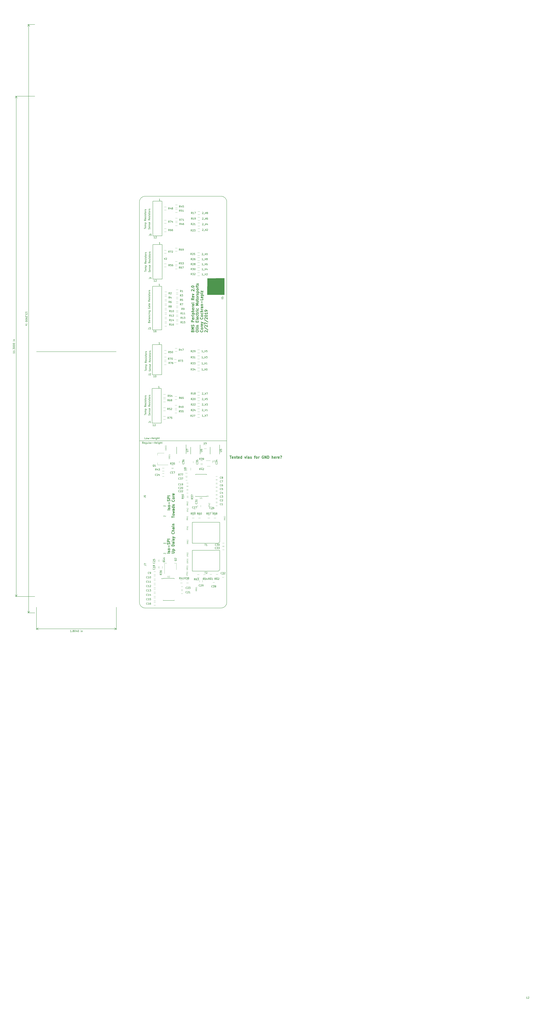
<source format=gto>
G04 #@! TF.GenerationSoftware,KiCad,Pcbnew,5.1.5-52549c5~84~ubuntu18.04.1*
G04 #@! TF.CreationDate,2020-02-28T12:30:24-05:00*
G04 #@! TF.ProjectId,BMS_peripheral_v2,424d535f-7065-4726-9970-686572616c5f,rev?*
G04 #@! TF.SameCoordinates,Original*
G04 #@! TF.FileFunction,Legend,Top*
G04 #@! TF.FilePolarity,Positive*
%FSLAX46Y46*%
G04 Gerber Fmt 4.6, Leading zero omitted, Abs format (unit mm)*
G04 Created by KiCad (PCBNEW 5.1.5-52549c5~84~ubuntu18.04.1) date 2020-02-28 12:30:24*
%MOMM*%
%LPD*%
G04 APERTURE LIST*
%ADD10C,0.100000*%
%ADD11C,0.150000*%
%ADD12C,0.300000*%
%ADD13C,0.200000*%
%ADD14C,0.120000*%
G04 APERTURE END LIST*
D10*
X191283085Y-293490085D02*
X192033085Y-293240085D01*
X191283085Y-292990085D01*
X192033085Y-292311514D02*
X191675942Y-292561514D01*
X192033085Y-292740085D02*
X191283085Y-292740085D01*
X191283085Y-292454371D01*
X191318800Y-292382942D01*
X191354514Y-292347228D01*
X191425942Y-292311514D01*
X191533085Y-292311514D01*
X191604514Y-292347228D01*
X191640228Y-292382942D01*
X191675942Y-292454371D01*
X191675942Y-292740085D01*
X191640228Y-291990085D02*
X191640228Y-291740085D01*
X192033085Y-291632942D02*
X192033085Y-291990085D01*
X191283085Y-291990085D01*
X191283085Y-291632942D01*
X191318800Y-290918657D02*
X191283085Y-290990085D01*
X191283085Y-291097228D01*
X191318800Y-291204371D01*
X191390228Y-291275800D01*
X191461657Y-291311514D01*
X191604514Y-291347228D01*
X191711657Y-291347228D01*
X191854514Y-291311514D01*
X191925942Y-291275800D01*
X191997371Y-291204371D01*
X192033085Y-291097228D01*
X192033085Y-291025800D01*
X191997371Y-290918657D01*
X191961657Y-290882942D01*
X191711657Y-290882942D01*
X191711657Y-291025800D01*
X189236000Y-288050171D02*
X189200285Y-288121600D01*
X189200285Y-288228742D01*
X189236000Y-288335885D01*
X189307428Y-288407314D01*
X189378857Y-288443028D01*
X189521714Y-288478742D01*
X189628857Y-288478742D01*
X189771714Y-288443028D01*
X189843142Y-288407314D01*
X189914571Y-288335885D01*
X189950285Y-288228742D01*
X189950285Y-288157314D01*
X189914571Y-288050171D01*
X189878857Y-288014457D01*
X189628857Y-288014457D01*
X189628857Y-288157314D01*
X189950285Y-287693028D02*
X189200285Y-287693028D01*
X189950285Y-287264457D01*
X189200285Y-287264457D01*
X189950285Y-286907314D02*
X189200285Y-286907314D01*
X189200285Y-286728742D01*
X189236000Y-286621600D01*
X189307428Y-286550171D01*
X189378857Y-286514457D01*
X189521714Y-286478742D01*
X189628857Y-286478742D01*
X189771714Y-286514457D01*
X189843142Y-286550171D01*
X189914571Y-286621600D01*
X189950285Y-286728742D01*
X189950285Y-286907314D01*
X189271714Y-286193028D02*
X189236000Y-286157314D01*
X189200285Y-286085885D01*
X189200285Y-285907314D01*
X189236000Y-285835885D01*
X189271714Y-285800171D01*
X189343142Y-285764457D01*
X189414571Y-285764457D01*
X189521714Y-285800171D01*
X189950285Y-286228742D01*
X189950285Y-285764457D01*
X207425485Y-369257514D02*
X206675485Y-369257514D01*
X207425485Y-368900371D02*
X206675485Y-368900371D01*
X207211200Y-368650371D01*
X206675485Y-368400371D01*
X207425485Y-368400371D01*
X207032628Y-367793228D02*
X207068342Y-367686085D01*
X207104057Y-367650371D01*
X207175485Y-367614657D01*
X207282628Y-367614657D01*
X207354057Y-367650371D01*
X207389771Y-367686085D01*
X207425485Y-367757514D01*
X207425485Y-368043228D01*
X206675485Y-368043228D01*
X206675485Y-367793228D01*
X206711200Y-367721800D01*
X206746914Y-367686085D01*
X206818342Y-367650371D01*
X206889771Y-367650371D01*
X206961200Y-367686085D01*
X206996914Y-367721800D01*
X207032628Y-367793228D01*
X207032628Y-368043228D01*
X207425485Y-366900371D02*
X207425485Y-367328942D01*
X207425485Y-367114657D02*
X206675485Y-367114657D01*
X206782628Y-367186085D01*
X206854057Y-367257514D01*
X206889771Y-367328942D01*
X223706885Y-328563942D02*
X222956885Y-328563942D01*
X223706885Y-328206800D02*
X222956885Y-328206800D01*
X223492600Y-327956800D01*
X222956885Y-327706800D01*
X223706885Y-327706800D01*
X223492600Y-327385371D02*
X223492600Y-327028228D01*
X223706885Y-327456800D02*
X222956885Y-327206800D01*
X223706885Y-326956800D01*
X223028314Y-326742514D02*
X222992600Y-326706800D01*
X222956885Y-326635371D01*
X222956885Y-326456800D01*
X222992600Y-326385371D01*
X223028314Y-326349657D01*
X223099742Y-326313942D01*
X223171171Y-326313942D01*
X223278314Y-326349657D01*
X223706885Y-326778228D01*
X223706885Y-326313942D01*
X214867685Y-320890371D02*
X214117685Y-320890371D01*
X214867685Y-320533228D02*
X214117685Y-320533228D01*
X214117685Y-320247514D01*
X214153400Y-320176085D01*
X214189114Y-320140371D01*
X214260542Y-320104657D01*
X214367685Y-320104657D01*
X214439114Y-320140371D01*
X214474828Y-320176085D01*
X214510542Y-320247514D01*
X214510542Y-320533228D01*
X214653400Y-319818942D02*
X214653400Y-319461800D01*
X214867685Y-319890371D02*
X214117685Y-319640371D01*
X214867685Y-319390371D01*
X214189114Y-319176085D02*
X214153400Y-319140371D01*
X214117685Y-319068942D01*
X214117685Y-318890371D01*
X214153400Y-318818942D01*
X214189114Y-318783228D01*
X214260542Y-318747514D01*
X214331971Y-318747514D01*
X214439114Y-318783228D01*
X214867685Y-319211800D01*
X214867685Y-318747514D01*
X202320085Y-320131142D02*
X201570085Y-320131142D01*
X202320085Y-319774000D02*
X201570085Y-319774000D01*
X202105800Y-319524000D01*
X201570085Y-319274000D01*
X202320085Y-319274000D01*
X202105800Y-318952571D02*
X202105800Y-318595428D01*
X202320085Y-319024000D02*
X201570085Y-318774000D01*
X202320085Y-318524000D01*
X201641514Y-318309714D02*
X201605800Y-318274000D01*
X201570085Y-318202571D01*
X201570085Y-318024000D01*
X201605800Y-317952571D01*
X201641514Y-317916857D01*
X201712942Y-317881142D01*
X201784371Y-317881142D01*
X201891514Y-317916857D01*
X202320085Y-318345428D01*
X202320085Y-317881142D01*
X202421685Y-323735171D02*
X201671685Y-323735171D01*
X202421685Y-323378028D02*
X201671685Y-323378028D01*
X201671685Y-323092314D01*
X201707400Y-323020885D01*
X201743114Y-322985171D01*
X201814542Y-322949457D01*
X201921685Y-322949457D01*
X201993114Y-322985171D01*
X202028828Y-323020885D01*
X202064542Y-323092314D01*
X202064542Y-323378028D01*
X202207400Y-322663742D02*
X202207400Y-322306600D01*
X202421685Y-322735171D02*
X201671685Y-322485171D01*
X202421685Y-322235171D01*
X201743114Y-322020885D02*
X201707400Y-321985171D01*
X201671685Y-321913742D01*
X201671685Y-321735171D01*
X201707400Y-321663742D01*
X201743114Y-321628028D01*
X201814542Y-321592314D01*
X201885971Y-321592314D01*
X201993114Y-321628028D01*
X202421685Y-322056600D01*
X202421685Y-321592314D01*
X202243885Y-328513142D02*
X201493885Y-328513142D01*
X202243885Y-328156000D02*
X201493885Y-328156000D01*
X202029600Y-327906000D01*
X201493885Y-327656000D01*
X202243885Y-327656000D01*
X202029600Y-327334571D02*
X202029600Y-326977428D01*
X202243885Y-327406000D02*
X201493885Y-327156000D01*
X202243885Y-326906000D01*
X202243885Y-326263142D02*
X202243885Y-326691714D01*
X202243885Y-326477428D02*
X201493885Y-326477428D01*
X201601028Y-326548857D01*
X201672457Y-326620285D01*
X201708171Y-326691714D01*
X202345485Y-334123771D02*
X201595485Y-334123771D01*
X202345485Y-333766628D02*
X201595485Y-333766628D01*
X201595485Y-333480914D01*
X201631200Y-333409485D01*
X201666914Y-333373771D01*
X201738342Y-333338057D01*
X201845485Y-333338057D01*
X201916914Y-333373771D01*
X201952628Y-333409485D01*
X201988342Y-333480914D01*
X201988342Y-333766628D01*
X202131200Y-333052342D02*
X202131200Y-332695200D01*
X202345485Y-333123771D02*
X201595485Y-332873771D01*
X202345485Y-332623771D01*
X202345485Y-331980914D02*
X202345485Y-332409485D01*
X202345485Y-332195200D02*
X201595485Y-332195200D01*
X201702628Y-332266628D01*
X201774057Y-332338057D01*
X201809771Y-332409485D01*
X202447085Y-342181114D02*
X201697085Y-342181114D01*
X202447085Y-341823971D02*
X201697085Y-341823971D01*
X202232800Y-341573971D01*
X201697085Y-341323971D01*
X202447085Y-341323971D01*
X202054228Y-340716828D02*
X202089942Y-340609685D01*
X202125657Y-340573971D01*
X202197085Y-340538257D01*
X202304228Y-340538257D01*
X202375657Y-340573971D01*
X202411371Y-340609685D01*
X202447085Y-340681114D01*
X202447085Y-340966828D01*
X201697085Y-340966828D01*
X201697085Y-340716828D01*
X201732800Y-340645400D01*
X201768514Y-340609685D01*
X201839942Y-340573971D01*
X201911371Y-340573971D01*
X201982800Y-340609685D01*
X202018514Y-340645400D01*
X202054228Y-340716828D01*
X202054228Y-340966828D01*
X201768514Y-340252542D02*
X201732800Y-340216828D01*
X201697085Y-340145400D01*
X201697085Y-339966828D01*
X201732800Y-339895400D01*
X201768514Y-339859685D01*
X201839942Y-339823971D01*
X201911371Y-339823971D01*
X202018514Y-339859685D01*
X202447085Y-340288257D01*
X202447085Y-339823971D01*
X202396285Y-349366542D02*
X201646285Y-349366542D01*
X202396285Y-349009400D02*
X201646285Y-349009400D01*
X201646285Y-348723685D01*
X201682000Y-348652257D01*
X201717714Y-348616542D01*
X201789142Y-348580828D01*
X201896285Y-348580828D01*
X201967714Y-348616542D01*
X202003428Y-348652257D01*
X202039142Y-348723685D01*
X202039142Y-349009400D01*
X202003428Y-348009400D02*
X202039142Y-347902257D01*
X202074857Y-347866542D01*
X202146285Y-347830828D01*
X202253428Y-347830828D01*
X202324857Y-347866542D01*
X202360571Y-347902257D01*
X202396285Y-347973685D01*
X202396285Y-348259400D01*
X201646285Y-348259400D01*
X201646285Y-348009400D01*
X201682000Y-347937971D01*
X201717714Y-347902257D01*
X201789142Y-347866542D01*
X201860571Y-347866542D01*
X201932000Y-347902257D01*
X201967714Y-347937971D01*
X202003428Y-348009400D01*
X202003428Y-348259400D01*
X201717714Y-347545114D02*
X201682000Y-347509400D01*
X201646285Y-347437971D01*
X201646285Y-347259400D01*
X201682000Y-347187971D01*
X201717714Y-347152257D01*
X201789142Y-347116542D01*
X201860571Y-347116542D01*
X201967714Y-347152257D01*
X202396285Y-347580828D01*
X202396285Y-347116542D01*
X201656600Y-352972571D02*
X201620885Y-353044000D01*
X201620885Y-353151142D01*
X201656600Y-353258285D01*
X201728028Y-353329714D01*
X201799457Y-353365428D01*
X201942314Y-353401142D01*
X202049457Y-353401142D01*
X202192314Y-353365428D01*
X202263742Y-353329714D01*
X202335171Y-353258285D01*
X202370885Y-353151142D01*
X202370885Y-353079714D01*
X202335171Y-352972571D01*
X202299457Y-352936857D01*
X202049457Y-352936857D01*
X202049457Y-353079714D01*
X202370885Y-352615428D02*
X201620885Y-352615428D01*
X202370885Y-352186857D01*
X201620885Y-352186857D01*
X202370885Y-351829714D02*
X201620885Y-351829714D01*
X201620885Y-351651142D01*
X201656600Y-351544000D01*
X201728028Y-351472571D01*
X201799457Y-351436857D01*
X201942314Y-351401142D01*
X202049457Y-351401142D01*
X202192314Y-351436857D01*
X202263742Y-351472571D01*
X202335171Y-351544000D01*
X202370885Y-351651142D01*
X202370885Y-351829714D01*
X202370885Y-350686857D02*
X202370885Y-351115428D01*
X202370885Y-350901142D02*
X201620885Y-350901142D01*
X201728028Y-350972571D01*
X201799457Y-351044000D01*
X201835171Y-351115428D01*
X201493885Y-357269485D02*
X202243885Y-357019485D01*
X201493885Y-356769485D01*
X202243885Y-356090914D02*
X201886742Y-356340914D01*
X202243885Y-356519485D02*
X201493885Y-356519485D01*
X201493885Y-356233771D01*
X201529600Y-356162342D01*
X201565314Y-356126628D01*
X201636742Y-356090914D01*
X201743885Y-356090914D01*
X201815314Y-356126628D01*
X201851028Y-356162342D01*
X201886742Y-356233771D01*
X201886742Y-356519485D01*
X201851028Y-355769485D02*
X201851028Y-355519485D01*
X202243885Y-355412342D02*
X202243885Y-355769485D01*
X201493885Y-355769485D01*
X201493885Y-355412342D01*
X201529600Y-354698057D02*
X201493885Y-354769485D01*
X201493885Y-354876628D01*
X201529600Y-354983771D01*
X201601028Y-355055200D01*
X201672457Y-355090914D01*
X201815314Y-355126628D01*
X201922457Y-355126628D01*
X202065314Y-355090914D01*
X202136742Y-355055200D01*
X202208171Y-354983771D01*
X202243885Y-354876628D01*
X202243885Y-354805200D01*
X202208171Y-354698057D01*
X202172457Y-354662342D01*
X201922457Y-354662342D01*
X201922457Y-354805200D01*
X202167685Y-360313942D02*
X201417685Y-360313942D01*
X202167685Y-359956800D02*
X201417685Y-359956800D01*
X201417685Y-359671085D01*
X201453400Y-359599657D01*
X201489114Y-359563942D01*
X201560542Y-359528228D01*
X201667685Y-359528228D01*
X201739114Y-359563942D01*
X201774828Y-359599657D01*
X201810542Y-359671085D01*
X201810542Y-359956800D01*
X201774828Y-358956800D02*
X201810542Y-358849657D01*
X201846257Y-358813942D01*
X201917685Y-358778228D01*
X202024828Y-358778228D01*
X202096257Y-358813942D01*
X202131971Y-358849657D01*
X202167685Y-358921085D01*
X202167685Y-359206800D01*
X201417685Y-359206800D01*
X201417685Y-358956800D01*
X201453400Y-358885371D01*
X201489114Y-358849657D01*
X201560542Y-358813942D01*
X201631971Y-358813942D01*
X201703400Y-358849657D01*
X201739114Y-358885371D01*
X201774828Y-358956800D01*
X201774828Y-359206800D01*
X202167685Y-358063942D02*
X202167685Y-358492514D01*
X202167685Y-358278228D02*
X201417685Y-358278228D01*
X201524828Y-358349657D01*
X201596257Y-358421085D01*
X201631971Y-358492514D01*
D11*
X222602380Y-201663095D02*
X221602380Y-201663095D01*
X222602380Y-201186904D02*
X221602380Y-201186904D01*
X221602380Y-200948809D01*
X221650000Y-200805952D01*
X221745238Y-200710714D01*
X221840476Y-200663095D01*
X222030952Y-200615476D01*
X222173809Y-200615476D01*
X222364285Y-200663095D01*
X222459523Y-200710714D01*
X222554761Y-200805952D01*
X222602380Y-200948809D01*
X222602380Y-201186904D01*
X222507142Y-200186904D02*
X222554761Y-200139285D01*
X222602380Y-200186904D01*
X222554761Y-200234523D01*
X222507142Y-200186904D01*
X222602380Y-200186904D01*
X221983333Y-200186904D02*
X222030952Y-200139285D01*
X222078571Y-200186904D01*
X222030952Y-200234523D01*
X221983333Y-200186904D01*
X222078571Y-200186904D01*
D10*
G36*
X223175000Y-199225000D02*
G01*
X213350000Y-199225000D01*
X213425000Y-189800000D01*
X223175000Y-189775000D01*
X223175000Y-199225000D01*
G37*
X223175000Y-199225000D02*
X213350000Y-199225000D01*
X213425000Y-189800000D01*
X223175000Y-189775000D01*
X223175000Y-199225000D01*
D11*
X188590476Y-178127380D02*
X188923809Y-179127380D01*
X189257142Y-178127380D01*
X189542857Y-178222619D02*
X189590476Y-178175000D01*
X189685714Y-178127380D01*
X189923809Y-178127380D01*
X190019047Y-178175000D01*
X190066666Y-178222619D01*
X190114285Y-178317857D01*
X190114285Y-178413095D01*
X190066666Y-178555952D01*
X189495238Y-179127380D01*
X190114285Y-179127380D01*
X180629761Y-268409523D02*
X180677380Y-268266666D01*
X180677380Y-268028571D01*
X180629761Y-267933333D01*
X180582142Y-267885714D01*
X180486904Y-267838095D01*
X180391666Y-267838095D01*
X180296428Y-267885714D01*
X180248809Y-267933333D01*
X180201190Y-268028571D01*
X180153571Y-268219047D01*
X180105952Y-268314285D01*
X180058333Y-268361904D01*
X179963095Y-268409523D01*
X179867857Y-268409523D01*
X179772619Y-268361904D01*
X179725000Y-268314285D01*
X179677380Y-268219047D01*
X179677380Y-267980952D01*
X179725000Y-267838095D01*
X180629761Y-267028571D02*
X180677380Y-267123809D01*
X180677380Y-267314285D01*
X180629761Y-267409523D01*
X180534523Y-267457142D01*
X180153571Y-267457142D01*
X180058333Y-267409523D01*
X180010714Y-267314285D01*
X180010714Y-267123809D01*
X180058333Y-267028571D01*
X180153571Y-266980952D01*
X180248809Y-266980952D01*
X180344047Y-267457142D01*
X180010714Y-266552380D02*
X180677380Y-266552380D01*
X180105952Y-266552380D02*
X180058333Y-266504761D01*
X180010714Y-266409523D01*
X180010714Y-266266666D01*
X180058333Y-266171428D01*
X180153571Y-266123809D01*
X180677380Y-266123809D01*
X180629761Y-265695238D02*
X180677380Y-265600000D01*
X180677380Y-265409523D01*
X180629761Y-265314285D01*
X180534523Y-265266666D01*
X180486904Y-265266666D01*
X180391666Y-265314285D01*
X180344047Y-265409523D01*
X180344047Y-265552380D01*
X180296428Y-265647619D01*
X180201190Y-265695238D01*
X180153571Y-265695238D01*
X180058333Y-265647619D01*
X180010714Y-265552380D01*
X180010714Y-265409523D01*
X180058333Y-265314285D01*
X180629761Y-264457142D02*
X180677380Y-264552380D01*
X180677380Y-264742857D01*
X180629761Y-264838095D01*
X180534523Y-264885714D01*
X180153571Y-264885714D01*
X180058333Y-264838095D01*
X180010714Y-264742857D01*
X180010714Y-264552380D01*
X180058333Y-264457142D01*
X180153571Y-264409523D01*
X180248809Y-264409523D01*
X180344047Y-264885714D01*
X180677380Y-262647619D02*
X180201190Y-262980952D01*
X180677380Y-263219047D02*
X179677380Y-263219047D01*
X179677380Y-262838095D01*
X179725000Y-262742857D01*
X179772619Y-262695238D01*
X179867857Y-262647619D01*
X180010714Y-262647619D01*
X180105952Y-262695238D01*
X180153571Y-262742857D01*
X180201190Y-262838095D01*
X180201190Y-263219047D01*
X180629761Y-261838095D02*
X180677380Y-261933333D01*
X180677380Y-262123809D01*
X180629761Y-262219047D01*
X180534523Y-262266666D01*
X180153571Y-262266666D01*
X180058333Y-262219047D01*
X180010714Y-262123809D01*
X180010714Y-261933333D01*
X180058333Y-261838095D01*
X180153571Y-261790476D01*
X180248809Y-261790476D01*
X180344047Y-262266666D01*
X180629761Y-261409523D02*
X180677380Y-261314285D01*
X180677380Y-261123809D01*
X180629761Y-261028571D01*
X180534523Y-260980952D01*
X180486904Y-260980952D01*
X180391666Y-261028571D01*
X180344047Y-261123809D01*
X180344047Y-261266666D01*
X180296428Y-261361904D01*
X180201190Y-261409523D01*
X180153571Y-261409523D01*
X180058333Y-261361904D01*
X180010714Y-261266666D01*
X180010714Y-261123809D01*
X180058333Y-261028571D01*
X180677380Y-260552380D02*
X180010714Y-260552380D01*
X179677380Y-260552380D02*
X179725000Y-260600000D01*
X179772619Y-260552380D01*
X179725000Y-260504761D01*
X179677380Y-260552380D01*
X179772619Y-260552380D01*
X180629761Y-260123809D02*
X180677380Y-260028571D01*
X180677380Y-259838095D01*
X180629761Y-259742857D01*
X180534523Y-259695238D01*
X180486904Y-259695238D01*
X180391666Y-259742857D01*
X180344047Y-259838095D01*
X180344047Y-259980952D01*
X180296428Y-260076190D01*
X180201190Y-260123809D01*
X180153571Y-260123809D01*
X180058333Y-260076190D01*
X180010714Y-259980952D01*
X180010714Y-259838095D01*
X180058333Y-259742857D01*
X180010714Y-259409523D02*
X180010714Y-259028571D01*
X179677380Y-259266666D02*
X180534523Y-259266666D01*
X180629761Y-259219047D01*
X180677380Y-259123809D01*
X180677380Y-259028571D01*
X180677380Y-258552380D02*
X180629761Y-258647619D01*
X180582142Y-258695238D01*
X180486904Y-258742857D01*
X180201190Y-258742857D01*
X180105952Y-258695238D01*
X180058333Y-258647619D01*
X180010714Y-258552380D01*
X180010714Y-258409523D01*
X180058333Y-258314285D01*
X180105952Y-258266666D01*
X180201190Y-258219047D01*
X180486904Y-258219047D01*
X180582142Y-258266666D01*
X180629761Y-258314285D01*
X180677380Y-258409523D01*
X180677380Y-258552380D01*
X180677380Y-257790476D02*
X180010714Y-257790476D01*
X180201190Y-257790476D02*
X180105952Y-257742857D01*
X180058333Y-257695238D01*
X180010714Y-257600000D01*
X180010714Y-257504761D01*
X180629761Y-257219047D02*
X180677380Y-257123809D01*
X180677380Y-256933333D01*
X180629761Y-256838095D01*
X180534523Y-256790476D01*
X180486904Y-256790476D01*
X180391666Y-256838095D01*
X180344047Y-256933333D01*
X180344047Y-257076190D01*
X180296428Y-257171428D01*
X180201190Y-257219047D01*
X180153571Y-257219047D01*
X180058333Y-257171428D01*
X180010714Y-257076190D01*
X180010714Y-256933333D01*
X180058333Y-256838095D01*
X177352380Y-268267857D02*
X177352380Y-267696428D01*
X178352380Y-267982142D02*
X177352380Y-267982142D01*
X178304761Y-266982142D02*
X178352380Y-267077380D01*
X178352380Y-267267857D01*
X178304761Y-267363095D01*
X178209523Y-267410714D01*
X177828571Y-267410714D01*
X177733333Y-267363095D01*
X177685714Y-267267857D01*
X177685714Y-267077380D01*
X177733333Y-266982142D01*
X177828571Y-266934523D01*
X177923809Y-266934523D01*
X178019047Y-267410714D01*
X178352380Y-266505952D02*
X177685714Y-266505952D01*
X177780952Y-266505952D02*
X177733333Y-266458333D01*
X177685714Y-266363095D01*
X177685714Y-266220238D01*
X177733333Y-266125000D01*
X177828571Y-266077380D01*
X178352380Y-266077380D01*
X177828571Y-266077380D02*
X177733333Y-266029761D01*
X177685714Y-265934523D01*
X177685714Y-265791666D01*
X177733333Y-265696428D01*
X177828571Y-265648809D01*
X178352380Y-265648809D01*
X177685714Y-265172619D02*
X178685714Y-265172619D01*
X177733333Y-265172619D02*
X177685714Y-265077380D01*
X177685714Y-264886904D01*
X177733333Y-264791666D01*
X177780952Y-264744047D01*
X177876190Y-264696428D01*
X178161904Y-264696428D01*
X178257142Y-264744047D01*
X178304761Y-264791666D01*
X178352380Y-264886904D01*
X178352380Y-265077380D01*
X178304761Y-265172619D01*
X178352380Y-262934523D02*
X177876190Y-263267857D01*
X178352380Y-263505952D02*
X177352380Y-263505952D01*
X177352380Y-263125000D01*
X177400000Y-263029761D01*
X177447619Y-262982142D01*
X177542857Y-262934523D01*
X177685714Y-262934523D01*
X177780952Y-262982142D01*
X177828571Y-263029761D01*
X177876190Y-263125000D01*
X177876190Y-263505952D01*
X178304761Y-262125000D02*
X178352380Y-262220238D01*
X178352380Y-262410714D01*
X178304761Y-262505952D01*
X178209523Y-262553571D01*
X177828571Y-262553571D01*
X177733333Y-262505952D01*
X177685714Y-262410714D01*
X177685714Y-262220238D01*
X177733333Y-262125000D01*
X177828571Y-262077380D01*
X177923809Y-262077380D01*
X178019047Y-262553571D01*
X178304761Y-261696428D02*
X178352380Y-261601190D01*
X178352380Y-261410714D01*
X178304761Y-261315476D01*
X178209523Y-261267857D01*
X178161904Y-261267857D01*
X178066666Y-261315476D01*
X178019047Y-261410714D01*
X178019047Y-261553571D01*
X177971428Y-261648809D01*
X177876190Y-261696428D01*
X177828571Y-261696428D01*
X177733333Y-261648809D01*
X177685714Y-261553571D01*
X177685714Y-261410714D01*
X177733333Y-261315476D01*
X178352380Y-260839285D02*
X177685714Y-260839285D01*
X177352380Y-260839285D02*
X177400000Y-260886904D01*
X177447619Y-260839285D01*
X177400000Y-260791666D01*
X177352380Y-260839285D01*
X177447619Y-260839285D01*
X178304761Y-260410714D02*
X178352380Y-260315476D01*
X178352380Y-260125000D01*
X178304761Y-260029761D01*
X178209523Y-259982142D01*
X178161904Y-259982142D01*
X178066666Y-260029761D01*
X178019047Y-260125000D01*
X178019047Y-260267857D01*
X177971428Y-260363095D01*
X177876190Y-260410714D01*
X177828571Y-260410714D01*
X177733333Y-260363095D01*
X177685714Y-260267857D01*
X177685714Y-260125000D01*
X177733333Y-260029761D01*
X177685714Y-259696428D02*
X177685714Y-259315476D01*
X177352380Y-259553571D02*
X178209523Y-259553571D01*
X178304761Y-259505952D01*
X178352380Y-259410714D01*
X178352380Y-259315476D01*
X178352380Y-258839285D02*
X178304761Y-258934523D01*
X178257142Y-258982142D01*
X178161904Y-259029761D01*
X177876190Y-259029761D01*
X177780952Y-258982142D01*
X177733333Y-258934523D01*
X177685714Y-258839285D01*
X177685714Y-258696428D01*
X177733333Y-258601190D01*
X177780952Y-258553571D01*
X177876190Y-258505952D01*
X178161904Y-258505952D01*
X178257142Y-258553571D01*
X178304761Y-258601190D01*
X178352380Y-258696428D01*
X178352380Y-258839285D01*
X178352380Y-258077380D02*
X177685714Y-258077380D01*
X177876190Y-258077380D02*
X177780952Y-258029761D01*
X177733333Y-257982142D01*
X177685714Y-257886904D01*
X177685714Y-257791666D01*
X178304761Y-257505952D02*
X178352380Y-257410714D01*
X178352380Y-257220238D01*
X178304761Y-257125000D01*
X178209523Y-257077380D01*
X178161904Y-257077380D01*
X178066666Y-257125000D01*
X178019047Y-257220238D01*
X178019047Y-257363095D01*
X177971428Y-257458333D01*
X177876190Y-257505952D01*
X177828571Y-257505952D01*
X177733333Y-257458333D01*
X177685714Y-257363095D01*
X177685714Y-257220238D01*
X177733333Y-257125000D01*
X177627380Y-242917857D02*
X177627380Y-242346428D01*
X178627380Y-242632142D02*
X177627380Y-242632142D01*
X178579761Y-241632142D02*
X178627380Y-241727380D01*
X178627380Y-241917857D01*
X178579761Y-242013095D01*
X178484523Y-242060714D01*
X178103571Y-242060714D01*
X178008333Y-242013095D01*
X177960714Y-241917857D01*
X177960714Y-241727380D01*
X178008333Y-241632142D01*
X178103571Y-241584523D01*
X178198809Y-241584523D01*
X178294047Y-242060714D01*
X178627380Y-241155952D02*
X177960714Y-241155952D01*
X178055952Y-241155952D02*
X178008333Y-241108333D01*
X177960714Y-241013095D01*
X177960714Y-240870238D01*
X178008333Y-240775000D01*
X178103571Y-240727380D01*
X178627380Y-240727380D01*
X178103571Y-240727380D02*
X178008333Y-240679761D01*
X177960714Y-240584523D01*
X177960714Y-240441666D01*
X178008333Y-240346428D01*
X178103571Y-240298809D01*
X178627380Y-240298809D01*
X177960714Y-239822619D02*
X178960714Y-239822619D01*
X178008333Y-239822619D02*
X177960714Y-239727380D01*
X177960714Y-239536904D01*
X178008333Y-239441666D01*
X178055952Y-239394047D01*
X178151190Y-239346428D01*
X178436904Y-239346428D01*
X178532142Y-239394047D01*
X178579761Y-239441666D01*
X178627380Y-239536904D01*
X178627380Y-239727380D01*
X178579761Y-239822619D01*
X178627380Y-237584523D02*
X178151190Y-237917857D01*
X178627380Y-238155952D02*
X177627380Y-238155952D01*
X177627380Y-237775000D01*
X177675000Y-237679761D01*
X177722619Y-237632142D01*
X177817857Y-237584523D01*
X177960714Y-237584523D01*
X178055952Y-237632142D01*
X178103571Y-237679761D01*
X178151190Y-237775000D01*
X178151190Y-238155952D01*
X178579761Y-236775000D02*
X178627380Y-236870238D01*
X178627380Y-237060714D01*
X178579761Y-237155952D01*
X178484523Y-237203571D01*
X178103571Y-237203571D01*
X178008333Y-237155952D01*
X177960714Y-237060714D01*
X177960714Y-236870238D01*
X178008333Y-236775000D01*
X178103571Y-236727380D01*
X178198809Y-236727380D01*
X178294047Y-237203571D01*
X178579761Y-236346428D02*
X178627380Y-236251190D01*
X178627380Y-236060714D01*
X178579761Y-235965476D01*
X178484523Y-235917857D01*
X178436904Y-235917857D01*
X178341666Y-235965476D01*
X178294047Y-236060714D01*
X178294047Y-236203571D01*
X178246428Y-236298809D01*
X178151190Y-236346428D01*
X178103571Y-236346428D01*
X178008333Y-236298809D01*
X177960714Y-236203571D01*
X177960714Y-236060714D01*
X178008333Y-235965476D01*
X178627380Y-235489285D02*
X177960714Y-235489285D01*
X177627380Y-235489285D02*
X177675000Y-235536904D01*
X177722619Y-235489285D01*
X177675000Y-235441666D01*
X177627380Y-235489285D01*
X177722619Y-235489285D01*
X178579761Y-235060714D02*
X178627380Y-234965476D01*
X178627380Y-234775000D01*
X178579761Y-234679761D01*
X178484523Y-234632142D01*
X178436904Y-234632142D01*
X178341666Y-234679761D01*
X178294047Y-234775000D01*
X178294047Y-234917857D01*
X178246428Y-235013095D01*
X178151190Y-235060714D01*
X178103571Y-235060714D01*
X178008333Y-235013095D01*
X177960714Y-234917857D01*
X177960714Y-234775000D01*
X178008333Y-234679761D01*
X177960714Y-234346428D02*
X177960714Y-233965476D01*
X177627380Y-234203571D02*
X178484523Y-234203571D01*
X178579761Y-234155952D01*
X178627380Y-234060714D01*
X178627380Y-233965476D01*
X178627380Y-233489285D02*
X178579761Y-233584523D01*
X178532142Y-233632142D01*
X178436904Y-233679761D01*
X178151190Y-233679761D01*
X178055952Y-233632142D01*
X178008333Y-233584523D01*
X177960714Y-233489285D01*
X177960714Y-233346428D01*
X178008333Y-233251190D01*
X178055952Y-233203571D01*
X178151190Y-233155952D01*
X178436904Y-233155952D01*
X178532142Y-233203571D01*
X178579761Y-233251190D01*
X178627380Y-233346428D01*
X178627380Y-233489285D01*
X178627380Y-232727380D02*
X177960714Y-232727380D01*
X178151190Y-232727380D02*
X178055952Y-232679761D01*
X178008333Y-232632142D01*
X177960714Y-232536904D01*
X177960714Y-232441666D01*
X178579761Y-232155952D02*
X178627380Y-232060714D01*
X178627380Y-231870238D01*
X178579761Y-231775000D01*
X178484523Y-231727380D01*
X178436904Y-231727380D01*
X178341666Y-231775000D01*
X178294047Y-231870238D01*
X178294047Y-232013095D01*
X178246428Y-232108333D01*
X178151190Y-232155952D01*
X178103571Y-232155952D01*
X178008333Y-232108333D01*
X177960714Y-232013095D01*
X177960714Y-231870238D01*
X178008333Y-231775000D01*
X180904761Y-243059523D02*
X180952380Y-242916666D01*
X180952380Y-242678571D01*
X180904761Y-242583333D01*
X180857142Y-242535714D01*
X180761904Y-242488095D01*
X180666666Y-242488095D01*
X180571428Y-242535714D01*
X180523809Y-242583333D01*
X180476190Y-242678571D01*
X180428571Y-242869047D01*
X180380952Y-242964285D01*
X180333333Y-243011904D01*
X180238095Y-243059523D01*
X180142857Y-243059523D01*
X180047619Y-243011904D01*
X180000000Y-242964285D01*
X179952380Y-242869047D01*
X179952380Y-242630952D01*
X180000000Y-242488095D01*
X180904761Y-241678571D02*
X180952380Y-241773809D01*
X180952380Y-241964285D01*
X180904761Y-242059523D01*
X180809523Y-242107142D01*
X180428571Y-242107142D01*
X180333333Y-242059523D01*
X180285714Y-241964285D01*
X180285714Y-241773809D01*
X180333333Y-241678571D01*
X180428571Y-241630952D01*
X180523809Y-241630952D01*
X180619047Y-242107142D01*
X180285714Y-241202380D02*
X180952380Y-241202380D01*
X180380952Y-241202380D02*
X180333333Y-241154761D01*
X180285714Y-241059523D01*
X180285714Y-240916666D01*
X180333333Y-240821428D01*
X180428571Y-240773809D01*
X180952380Y-240773809D01*
X180904761Y-240345238D02*
X180952380Y-240250000D01*
X180952380Y-240059523D01*
X180904761Y-239964285D01*
X180809523Y-239916666D01*
X180761904Y-239916666D01*
X180666666Y-239964285D01*
X180619047Y-240059523D01*
X180619047Y-240202380D01*
X180571428Y-240297619D01*
X180476190Y-240345238D01*
X180428571Y-240345238D01*
X180333333Y-240297619D01*
X180285714Y-240202380D01*
X180285714Y-240059523D01*
X180333333Y-239964285D01*
X180904761Y-239107142D02*
X180952380Y-239202380D01*
X180952380Y-239392857D01*
X180904761Y-239488095D01*
X180809523Y-239535714D01*
X180428571Y-239535714D01*
X180333333Y-239488095D01*
X180285714Y-239392857D01*
X180285714Y-239202380D01*
X180333333Y-239107142D01*
X180428571Y-239059523D01*
X180523809Y-239059523D01*
X180619047Y-239535714D01*
X180952380Y-237297619D02*
X180476190Y-237630952D01*
X180952380Y-237869047D02*
X179952380Y-237869047D01*
X179952380Y-237488095D01*
X180000000Y-237392857D01*
X180047619Y-237345238D01*
X180142857Y-237297619D01*
X180285714Y-237297619D01*
X180380952Y-237345238D01*
X180428571Y-237392857D01*
X180476190Y-237488095D01*
X180476190Y-237869047D01*
X180904761Y-236488095D02*
X180952380Y-236583333D01*
X180952380Y-236773809D01*
X180904761Y-236869047D01*
X180809523Y-236916666D01*
X180428571Y-236916666D01*
X180333333Y-236869047D01*
X180285714Y-236773809D01*
X180285714Y-236583333D01*
X180333333Y-236488095D01*
X180428571Y-236440476D01*
X180523809Y-236440476D01*
X180619047Y-236916666D01*
X180904761Y-236059523D02*
X180952380Y-235964285D01*
X180952380Y-235773809D01*
X180904761Y-235678571D01*
X180809523Y-235630952D01*
X180761904Y-235630952D01*
X180666666Y-235678571D01*
X180619047Y-235773809D01*
X180619047Y-235916666D01*
X180571428Y-236011904D01*
X180476190Y-236059523D01*
X180428571Y-236059523D01*
X180333333Y-236011904D01*
X180285714Y-235916666D01*
X180285714Y-235773809D01*
X180333333Y-235678571D01*
X180952380Y-235202380D02*
X180285714Y-235202380D01*
X179952380Y-235202380D02*
X180000000Y-235250000D01*
X180047619Y-235202380D01*
X180000000Y-235154761D01*
X179952380Y-235202380D01*
X180047619Y-235202380D01*
X180904761Y-234773809D02*
X180952380Y-234678571D01*
X180952380Y-234488095D01*
X180904761Y-234392857D01*
X180809523Y-234345238D01*
X180761904Y-234345238D01*
X180666666Y-234392857D01*
X180619047Y-234488095D01*
X180619047Y-234630952D01*
X180571428Y-234726190D01*
X180476190Y-234773809D01*
X180428571Y-234773809D01*
X180333333Y-234726190D01*
X180285714Y-234630952D01*
X180285714Y-234488095D01*
X180333333Y-234392857D01*
X180285714Y-234059523D02*
X180285714Y-233678571D01*
X179952380Y-233916666D02*
X180809523Y-233916666D01*
X180904761Y-233869047D01*
X180952380Y-233773809D01*
X180952380Y-233678571D01*
X180952380Y-233202380D02*
X180904761Y-233297619D01*
X180857142Y-233345238D01*
X180761904Y-233392857D01*
X180476190Y-233392857D01*
X180380952Y-233345238D01*
X180333333Y-233297619D01*
X180285714Y-233202380D01*
X180285714Y-233059523D01*
X180333333Y-232964285D01*
X180380952Y-232916666D01*
X180476190Y-232869047D01*
X180761904Y-232869047D01*
X180857142Y-232916666D01*
X180904761Y-232964285D01*
X180952380Y-233059523D01*
X180952380Y-233202380D01*
X180952380Y-232440476D02*
X180285714Y-232440476D01*
X180476190Y-232440476D02*
X180380952Y-232392857D01*
X180333333Y-232345238D01*
X180285714Y-232250000D01*
X180285714Y-232154761D01*
X180904761Y-231869047D02*
X180952380Y-231773809D01*
X180952380Y-231583333D01*
X180904761Y-231488095D01*
X180809523Y-231440476D01*
X180761904Y-231440476D01*
X180666666Y-231488095D01*
X180619047Y-231583333D01*
X180619047Y-231726190D01*
X180571428Y-231821428D01*
X180476190Y-231869047D01*
X180428571Y-231869047D01*
X180333333Y-231821428D01*
X180285714Y-231726190D01*
X180285714Y-231583333D01*
X180333333Y-231488095D01*
X180554761Y-161609523D02*
X180602380Y-161466666D01*
X180602380Y-161228571D01*
X180554761Y-161133333D01*
X180507142Y-161085714D01*
X180411904Y-161038095D01*
X180316666Y-161038095D01*
X180221428Y-161085714D01*
X180173809Y-161133333D01*
X180126190Y-161228571D01*
X180078571Y-161419047D01*
X180030952Y-161514285D01*
X179983333Y-161561904D01*
X179888095Y-161609523D01*
X179792857Y-161609523D01*
X179697619Y-161561904D01*
X179650000Y-161514285D01*
X179602380Y-161419047D01*
X179602380Y-161180952D01*
X179650000Y-161038095D01*
X180554761Y-160228571D02*
X180602380Y-160323809D01*
X180602380Y-160514285D01*
X180554761Y-160609523D01*
X180459523Y-160657142D01*
X180078571Y-160657142D01*
X179983333Y-160609523D01*
X179935714Y-160514285D01*
X179935714Y-160323809D01*
X179983333Y-160228571D01*
X180078571Y-160180952D01*
X180173809Y-160180952D01*
X180269047Y-160657142D01*
X179935714Y-159752380D02*
X180602380Y-159752380D01*
X180030952Y-159752380D02*
X179983333Y-159704761D01*
X179935714Y-159609523D01*
X179935714Y-159466666D01*
X179983333Y-159371428D01*
X180078571Y-159323809D01*
X180602380Y-159323809D01*
X180554761Y-158895238D02*
X180602380Y-158800000D01*
X180602380Y-158609523D01*
X180554761Y-158514285D01*
X180459523Y-158466666D01*
X180411904Y-158466666D01*
X180316666Y-158514285D01*
X180269047Y-158609523D01*
X180269047Y-158752380D01*
X180221428Y-158847619D01*
X180126190Y-158895238D01*
X180078571Y-158895238D01*
X179983333Y-158847619D01*
X179935714Y-158752380D01*
X179935714Y-158609523D01*
X179983333Y-158514285D01*
X180554761Y-157657142D02*
X180602380Y-157752380D01*
X180602380Y-157942857D01*
X180554761Y-158038095D01*
X180459523Y-158085714D01*
X180078571Y-158085714D01*
X179983333Y-158038095D01*
X179935714Y-157942857D01*
X179935714Y-157752380D01*
X179983333Y-157657142D01*
X180078571Y-157609523D01*
X180173809Y-157609523D01*
X180269047Y-158085714D01*
X180602380Y-155847619D02*
X180126190Y-156180952D01*
X180602380Y-156419047D02*
X179602380Y-156419047D01*
X179602380Y-156038095D01*
X179650000Y-155942857D01*
X179697619Y-155895238D01*
X179792857Y-155847619D01*
X179935714Y-155847619D01*
X180030952Y-155895238D01*
X180078571Y-155942857D01*
X180126190Y-156038095D01*
X180126190Y-156419047D01*
X180554761Y-155038095D02*
X180602380Y-155133333D01*
X180602380Y-155323809D01*
X180554761Y-155419047D01*
X180459523Y-155466666D01*
X180078571Y-155466666D01*
X179983333Y-155419047D01*
X179935714Y-155323809D01*
X179935714Y-155133333D01*
X179983333Y-155038095D01*
X180078571Y-154990476D01*
X180173809Y-154990476D01*
X180269047Y-155466666D01*
X180554761Y-154609523D02*
X180602380Y-154514285D01*
X180602380Y-154323809D01*
X180554761Y-154228571D01*
X180459523Y-154180952D01*
X180411904Y-154180952D01*
X180316666Y-154228571D01*
X180269047Y-154323809D01*
X180269047Y-154466666D01*
X180221428Y-154561904D01*
X180126190Y-154609523D01*
X180078571Y-154609523D01*
X179983333Y-154561904D01*
X179935714Y-154466666D01*
X179935714Y-154323809D01*
X179983333Y-154228571D01*
X180602380Y-153752380D02*
X179935714Y-153752380D01*
X179602380Y-153752380D02*
X179650000Y-153800000D01*
X179697619Y-153752380D01*
X179650000Y-153704761D01*
X179602380Y-153752380D01*
X179697619Y-153752380D01*
X180554761Y-153323809D02*
X180602380Y-153228571D01*
X180602380Y-153038095D01*
X180554761Y-152942857D01*
X180459523Y-152895238D01*
X180411904Y-152895238D01*
X180316666Y-152942857D01*
X180269047Y-153038095D01*
X180269047Y-153180952D01*
X180221428Y-153276190D01*
X180126190Y-153323809D01*
X180078571Y-153323809D01*
X179983333Y-153276190D01*
X179935714Y-153180952D01*
X179935714Y-153038095D01*
X179983333Y-152942857D01*
X179935714Y-152609523D02*
X179935714Y-152228571D01*
X179602380Y-152466666D02*
X180459523Y-152466666D01*
X180554761Y-152419047D01*
X180602380Y-152323809D01*
X180602380Y-152228571D01*
X180602380Y-151752380D02*
X180554761Y-151847619D01*
X180507142Y-151895238D01*
X180411904Y-151942857D01*
X180126190Y-151942857D01*
X180030952Y-151895238D01*
X179983333Y-151847619D01*
X179935714Y-151752380D01*
X179935714Y-151609523D01*
X179983333Y-151514285D01*
X180030952Y-151466666D01*
X180126190Y-151419047D01*
X180411904Y-151419047D01*
X180507142Y-151466666D01*
X180554761Y-151514285D01*
X180602380Y-151609523D01*
X180602380Y-151752380D01*
X180602380Y-150990476D02*
X179935714Y-150990476D01*
X180126190Y-150990476D02*
X180030952Y-150942857D01*
X179983333Y-150895238D01*
X179935714Y-150800000D01*
X179935714Y-150704761D01*
X180554761Y-150419047D02*
X180602380Y-150323809D01*
X180602380Y-150133333D01*
X180554761Y-150038095D01*
X180459523Y-149990476D01*
X180411904Y-149990476D01*
X180316666Y-150038095D01*
X180269047Y-150133333D01*
X180269047Y-150276190D01*
X180221428Y-150371428D01*
X180126190Y-150419047D01*
X180078571Y-150419047D01*
X179983333Y-150371428D01*
X179935714Y-150276190D01*
X179935714Y-150133333D01*
X179983333Y-150038095D01*
X177277380Y-161467857D02*
X177277380Y-160896428D01*
X178277380Y-161182142D02*
X177277380Y-161182142D01*
X178229761Y-160182142D02*
X178277380Y-160277380D01*
X178277380Y-160467857D01*
X178229761Y-160563095D01*
X178134523Y-160610714D01*
X177753571Y-160610714D01*
X177658333Y-160563095D01*
X177610714Y-160467857D01*
X177610714Y-160277380D01*
X177658333Y-160182142D01*
X177753571Y-160134523D01*
X177848809Y-160134523D01*
X177944047Y-160610714D01*
X178277380Y-159705952D02*
X177610714Y-159705952D01*
X177705952Y-159705952D02*
X177658333Y-159658333D01*
X177610714Y-159563095D01*
X177610714Y-159420238D01*
X177658333Y-159325000D01*
X177753571Y-159277380D01*
X178277380Y-159277380D01*
X177753571Y-159277380D02*
X177658333Y-159229761D01*
X177610714Y-159134523D01*
X177610714Y-158991666D01*
X177658333Y-158896428D01*
X177753571Y-158848809D01*
X178277380Y-158848809D01*
X177610714Y-158372619D02*
X178610714Y-158372619D01*
X177658333Y-158372619D02*
X177610714Y-158277380D01*
X177610714Y-158086904D01*
X177658333Y-157991666D01*
X177705952Y-157944047D01*
X177801190Y-157896428D01*
X178086904Y-157896428D01*
X178182142Y-157944047D01*
X178229761Y-157991666D01*
X178277380Y-158086904D01*
X178277380Y-158277380D01*
X178229761Y-158372619D01*
X178277380Y-156134523D02*
X177801190Y-156467857D01*
X178277380Y-156705952D02*
X177277380Y-156705952D01*
X177277380Y-156325000D01*
X177325000Y-156229761D01*
X177372619Y-156182142D01*
X177467857Y-156134523D01*
X177610714Y-156134523D01*
X177705952Y-156182142D01*
X177753571Y-156229761D01*
X177801190Y-156325000D01*
X177801190Y-156705952D01*
X178229761Y-155325000D02*
X178277380Y-155420238D01*
X178277380Y-155610714D01*
X178229761Y-155705952D01*
X178134523Y-155753571D01*
X177753571Y-155753571D01*
X177658333Y-155705952D01*
X177610714Y-155610714D01*
X177610714Y-155420238D01*
X177658333Y-155325000D01*
X177753571Y-155277380D01*
X177848809Y-155277380D01*
X177944047Y-155753571D01*
X178229761Y-154896428D02*
X178277380Y-154801190D01*
X178277380Y-154610714D01*
X178229761Y-154515476D01*
X178134523Y-154467857D01*
X178086904Y-154467857D01*
X177991666Y-154515476D01*
X177944047Y-154610714D01*
X177944047Y-154753571D01*
X177896428Y-154848809D01*
X177801190Y-154896428D01*
X177753571Y-154896428D01*
X177658333Y-154848809D01*
X177610714Y-154753571D01*
X177610714Y-154610714D01*
X177658333Y-154515476D01*
X178277380Y-154039285D02*
X177610714Y-154039285D01*
X177277380Y-154039285D02*
X177325000Y-154086904D01*
X177372619Y-154039285D01*
X177325000Y-153991666D01*
X177277380Y-154039285D01*
X177372619Y-154039285D01*
X178229761Y-153610714D02*
X178277380Y-153515476D01*
X178277380Y-153325000D01*
X178229761Y-153229761D01*
X178134523Y-153182142D01*
X178086904Y-153182142D01*
X177991666Y-153229761D01*
X177944047Y-153325000D01*
X177944047Y-153467857D01*
X177896428Y-153563095D01*
X177801190Y-153610714D01*
X177753571Y-153610714D01*
X177658333Y-153563095D01*
X177610714Y-153467857D01*
X177610714Y-153325000D01*
X177658333Y-153229761D01*
X177610714Y-152896428D02*
X177610714Y-152515476D01*
X177277380Y-152753571D02*
X178134523Y-152753571D01*
X178229761Y-152705952D01*
X178277380Y-152610714D01*
X178277380Y-152515476D01*
X178277380Y-152039285D02*
X178229761Y-152134523D01*
X178182142Y-152182142D01*
X178086904Y-152229761D01*
X177801190Y-152229761D01*
X177705952Y-152182142D01*
X177658333Y-152134523D01*
X177610714Y-152039285D01*
X177610714Y-151896428D01*
X177658333Y-151801190D01*
X177705952Y-151753571D01*
X177801190Y-151705952D01*
X178086904Y-151705952D01*
X178182142Y-151753571D01*
X178229761Y-151801190D01*
X178277380Y-151896428D01*
X178277380Y-152039285D01*
X178277380Y-151277380D02*
X177610714Y-151277380D01*
X177801190Y-151277380D02*
X177705952Y-151229761D01*
X177658333Y-151182142D01*
X177610714Y-151086904D01*
X177610714Y-150991666D01*
X178229761Y-150705952D02*
X178277380Y-150610714D01*
X178277380Y-150420238D01*
X178229761Y-150325000D01*
X178134523Y-150277380D01*
X178086904Y-150277380D01*
X177991666Y-150325000D01*
X177944047Y-150420238D01*
X177944047Y-150563095D01*
X177896428Y-150658333D01*
X177801190Y-150705952D01*
X177753571Y-150705952D01*
X177658333Y-150658333D01*
X177610714Y-150563095D01*
X177610714Y-150420238D01*
X177658333Y-150325000D01*
X177452380Y-186042857D02*
X177452380Y-185471428D01*
X178452380Y-185757142D02*
X177452380Y-185757142D01*
X178404761Y-184757142D02*
X178452380Y-184852380D01*
X178452380Y-185042857D01*
X178404761Y-185138095D01*
X178309523Y-185185714D01*
X177928571Y-185185714D01*
X177833333Y-185138095D01*
X177785714Y-185042857D01*
X177785714Y-184852380D01*
X177833333Y-184757142D01*
X177928571Y-184709523D01*
X178023809Y-184709523D01*
X178119047Y-185185714D01*
X178452380Y-184280952D02*
X177785714Y-184280952D01*
X177880952Y-184280952D02*
X177833333Y-184233333D01*
X177785714Y-184138095D01*
X177785714Y-183995238D01*
X177833333Y-183900000D01*
X177928571Y-183852380D01*
X178452380Y-183852380D01*
X177928571Y-183852380D02*
X177833333Y-183804761D01*
X177785714Y-183709523D01*
X177785714Y-183566666D01*
X177833333Y-183471428D01*
X177928571Y-183423809D01*
X178452380Y-183423809D01*
X177785714Y-182947619D02*
X178785714Y-182947619D01*
X177833333Y-182947619D02*
X177785714Y-182852380D01*
X177785714Y-182661904D01*
X177833333Y-182566666D01*
X177880952Y-182519047D01*
X177976190Y-182471428D01*
X178261904Y-182471428D01*
X178357142Y-182519047D01*
X178404761Y-182566666D01*
X178452380Y-182661904D01*
X178452380Y-182852380D01*
X178404761Y-182947619D01*
X178452380Y-180709523D02*
X177976190Y-181042857D01*
X178452380Y-181280952D02*
X177452380Y-181280952D01*
X177452380Y-180900000D01*
X177500000Y-180804761D01*
X177547619Y-180757142D01*
X177642857Y-180709523D01*
X177785714Y-180709523D01*
X177880952Y-180757142D01*
X177928571Y-180804761D01*
X177976190Y-180900000D01*
X177976190Y-181280952D01*
X178404761Y-179900000D02*
X178452380Y-179995238D01*
X178452380Y-180185714D01*
X178404761Y-180280952D01*
X178309523Y-180328571D01*
X177928571Y-180328571D01*
X177833333Y-180280952D01*
X177785714Y-180185714D01*
X177785714Y-179995238D01*
X177833333Y-179900000D01*
X177928571Y-179852380D01*
X178023809Y-179852380D01*
X178119047Y-180328571D01*
X178404761Y-179471428D02*
X178452380Y-179376190D01*
X178452380Y-179185714D01*
X178404761Y-179090476D01*
X178309523Y-179042857D01*
X178261904Y-179042857D01*
X178166666Y-179090476D01*
X178119047Y-179185714D01*
X178119047Y-179328571D01*
X178071428Y-179423809D01*
X177976190Y-179471428D01*
X177928571Y-179471428D01*
X177833333Y-179423809D01*
X177785714Y-179328571D01*
X177785714Y-179185714D01*
X177833333Y-179090476D01*
X178452380Y-178614285D02*
X177785714Y-178614285D01*
X177452380Y-178614285D02*
X177500000Y-178661904D01*
X177547619Y-178614285D01*
X177500000Y-178566666D01*
X177452380Y-178614285D01*
X177547619Y-178614285D01*
X178404761Y-178185714D02*
X178452380Y-178090476D01*
X178452380Y-177900000D01*
X178404761Y-177804761D01*
X178309523Y-177757142D01*
X178261904Y-177757142D01*
X178166666Y-177804761D01*
X178119047Y-177900000D01*
X178119047Y-178042857D01*
X178071428Y-178138095D01*
X177976190Y-178185714D01*
X177928571Y-178185714D01*
X177833333Y-178138095D01*
X177785714Y-178042857D01*
X177785714Y-177900000D01*
X177833333Y-177804761D01*
X177785714Y-177471428D02*
X177785714Y-177090476D01*
X177452380Y-177328571D02*
X178309523Y-177328571D01*
X178404761Y-177280952D01*
X178452380Y-177185714D01*
X178452380Y-177090476D01*
X178452380Y-176614285D02*
X178404761Y-176709523D01*
X178357142Y-176757142D01*
X178261904Y-176804761D01*
X177976190Y-176804761D01*
X177880952Y-176757142D01*
X177833333Y-176709523D01*
X177785714Y-176614285D01*
X177785714Y-176471428D01*
X177833333Y-176376190D01*
X177880952Y-176328571D01*
X177976190Y-176280952D01*
X178261904Y-176280952D01*
X178357142Y-176328571D01*
X178404761Y-176376190D01*
X178452380Y-176471428D01*
X178452380Y-176614285D01*
X178452380Y-175852380D02*
X177785714Y-175852380D01*
X177976190Y-175852380D02*
X177880952Y-175804761D01*
X177833333Y-175757142D01*
X177785714Y-175661904D01*
X177785714Y-175566666D01*
X178404761Y-175280952D02*
X178452380Y-175185714D01*
X178452380Y-174995238D01*
X178404761Y-174900000D01*
X178309523Y-174852380D01*
X178261904Y-174852380D01*
X178166666Y-174900000D01*
X178119047Y-174995238D01*
X178119047Y-175138095D01*
X178071428Y-175233333D01*
X177976190Y-175280952D01*
X177928571Y-175280952D01*
X177833333Y-175233333D01*
X177785714Y-175138095D01*
X177785714Y-174995238D01*
X177833333Y-174900000D01*
X180729761Y-186184523D02*
X180777380Y-186041666D01*
X180777380Y-185803571D01*
X180729761Y-185708333D01*
X180682142Y-185660714D01*
X180586904Y-185613095D01*
X180491666Y-185613095D01*
X180396428Y-185660714D01*
X180348809Y-185708333D01*
X180301190Y-185803571D01*
X180253571Y-185994047D01*
X180205952Y-186089285D01*
X180158333Y-186136904D01*
X180063095Y-186184523D01*
X179967857Y-186184523D01*
X179872619Y-186136904D01*
X179825000Y-186089285D01*
X179777380Y-185994047D01*
X179777380Y-185755952D01*
X179825000Y-185613095D01*
X180729761Y-184803571D02*
X180777380Y-184898809D01*
X180777380Y-185089285D01*
X180729761Y-185184523D01*
X180634523Y-185232142D01*
X180253571Y-185232142D01*
X180158333Y-185184523D01*
X180110714Y-185089285D01*
X180110714Y-184898809D01*
X180158333Y-184803571D01*
X180253571Y-184755952D01*
X180348809Y-184755952D01*
X180444047Y-185232142D01*
X180110714Y-184327380D02*
X180777380Y-184327380D01*
X180205952Y-184327380D02*
X180158333Y-184279761D01*
X180110714Y-184184523D01*
X180110714Y-184041666D01*
X180158333Y-183946428D01*
X180253571Y-183898809D01*
X180777380Y-183898809D01*
X180729761Y-183470238D02*
X180777380Y-183375000D01*
X180777380Y-183184523D01*
X180729761Y-183089285D01*
X180634523Y-183041666D01*
X180586904Y-183041666D01*
X180491666Y-183089285D01*
X180444047Y-183184523D01*
X180444047Y-183327380D01*
X180396428Y-183422619D01*
X180301190Y-183470238D01*
X180253571Y-183470238D01*
X180158333Y-183422619D01*
X180110714Y-183327380D01*
X180110714Y-183184523D01*
X180158333Y-183089285D01*
X180729761Y-182232142D02*
X180777380Y-182327380D01*
X180777380Y-182517857D01*
X180729761Y-182613095D01*
X180634523Y-182660714D01*
X180253571Y-182660714D01*
X180158333Y-182613095D01*
X180110714Y-182517857D01*
X180110714Y-182327380D01*
X180158333Y-182232142D01*
X180253571Y-182184523D01*
X180348809Y-182184523D01*
X180444047Y-182660714D01*
X180777380Y-180422619D02*
X180301190Y-180755952D01*
X180777380Y-180994047D02*
X179777380Y-180994047D01*
X179777380Y-180613095D01*
X179825000Y-180517857D01*
X179872619Y-180470238D01*
X179967857Y-180422619D01*
X180110714Y-180422619D01*
X180205952Y-180470238D01*
X180253571Y-180517857D01*
X180301190Y-180613095D01*
X180301190Y-180994047D01*
X180729761Y-179613095D02*
X180777380Y-179708333D01*
X180777380Y-179898809D01*
X180729761Y-179994047D01*
X180634523Y-180041666D01*
X180253571Y-180041666D01*
X180158333Y-179994047D01*
X180110714Y-179898809D01*
X180110714Y-179708333D01*
X180158333Y-179613095D01*
X180253571Y-179565476D01*
X180348809Y-179565476D01*
X180444047Y-180041666D01*
X180729761Y-179184523D02*
X180777380Y-179089285D01*
X180777380Y-178898809D01*
X180729761Y-178803571D01*
X180634523Y-178755952D01*
X180586904Y-178755952D01*
X180491666Y-178803571D01*
X180444047Y-178898809D01*
X180444047Y-179041666D01*
X180396428Y-179136904D01*
X180301190Y-179184523D01*
X180253571Y-179184523D01*
X180158333Y-179136904D01*
X180110714Y-179041666D01*
X180110714Y-178898809D01*
X180158333Y-178803571D01*
X180777380Y-178327380D02*
X180110714Y-178327380D01*
X179777380Y-178327380D02*
X179825000Y-178375000D01*
X179872619Y-178327380D01*
X179825000Y-178279761D01*
X179777380Y-178327380D01*
X179872619Y-178327380D01*
X180729761Y-177898809D02*
X180777380Y-177803571D01*
X180777380Y-177613095D01*
X180729761Y-177517857D01*
X180634523Y-177470238D01*
X180586904Y-177470238D01*
X180491666Y-177517857D01*
X180444047Y-177613095D01*
X180444047Y-177755952D01*
X180396428Y-177851190D01*
X180301190Y-177898809D01*
X180253571Y-177898809D01*
X180158333Y-177851190D01*
X180110714Y-177755952D01*
X180110714Y-177613095D01*
X180158333Y-177517857D01*
X180110714Y-177184523D02*
X180110714Y-176803571D01*
X179777380Y-177041666D02*
X180634523Y-177041666D01*
X180729761Y-176994047D01*
X180777380Y-176898809D01*
X180777380Y-176803571D01*
X180777380Y-176327380D02*
X180729761Y-176422619D01*
X180682142Y-176470238D01*
X180586904Y-176517857D01*
X180301190Y-176517857D01*
X180205952Y-176470238D01*
X180158333Y-176422619D01*
X180110714Y-176327380D01*
X180110714Y-176184523D01*
X180158333Y-176089285D01*
X180205952Y-176041666D01*
X180301190Y-175994047D01*
X180586904Y-175994047D01*
X180682142Y-176041666D01*
X180729761Y-176089285D01*
X180777380Y-176184523D01*
X180777380Y-176327380D01*
X180777380Y-175565476D02*
X180110714Y-175565476D01*
X180301190Y-175565476D02*
X180205952Y-175517857D01*
X180158333Y-175470238D01*
X180110714Y-175375000D01*
X180110714Y-175279761D01*
X180729761Y-174994047D02*
X180777380Y-174898809D01*
X180777380Y-174708333D01*
X180729761Y-174613095D01*
X180634523Y-174565476D01*
X180586904Y-174565476D01*
X180491666Y-174613095D01*
X180444047Y-174708333D01*
X180444047Y-174851190D01*
X180396428Y-174946428D01*
X180301190Y-174994047D01*
X180253571Y-174994047D01*
X180158333Y-174946428D01*
X180110714Y-174851190D01*
X180110714Y-174708333D01*
X180158333Y-174613095D01*
X180028571Y-214976190D02*
X180076190Y-214833333D01*
X180123809Y-214785714D01*
X180219047Y-214738095D01*
X180361904Y-214738095D01*
X180457142Y-214785714D01*
X180504761Y-214833333D01*
X180552380Y-214928571D01*
X180552380Y-215309523D01*
X179552380Y-215309523D01*
X179552380Y-214976190D01*
X179600000Y-214880952D01*
X179647619Y-214833333D01*
X179742857Y-214785714D01*
X179838095Y-214785714D01*
X179933333Y-214833333D01*
X179980952Y-214880952D01*
X180028571Y-214976190D01*
X180028571Y-215309523D01*
X180552380Y-213880952D02*
X180028571Y-213880952D01*
X179933333Y-213928571D01*
X179885714Y-214023809D01*
X179885714Y-214214285D01*
X179933333Y-214309523D01*
X180504761Y-213880952D02*
X180552380Y-213976190D01*
X180552380Y-214214285D01*
X180504761Y-214309523D01*
X180409523Y-214357142D01*
X180314285Y-214357142D01*
X180219047Y-214309523D01*
X180171428Y-214214285D01*
X180171428Y-213976190D01*
X180123809Y-213880952D01*
X180552380Y-213261904D02*
X180504761Y-213357142D01*
X180409523Y-213404761D01*
X179552380Y-213404761D01*
X180552380Y-212452380D02*
X180028571Y-212452380D01*
X179933333Y-212500000D01*
X179885714Y-212595238D01*
X179885714Y-212785714D01*
X179933333Y-212880952D01*
X180504761Y-212452380D02*
X180552380Y-212547619D01*
X180552380Y-212785714D01*
X180504761Y-212880952D01*
X180409523Y-212928571D01*
X180314285Y-212928571D01*
X180219047Y-212880952D01*
X180171428Y-212785714D01*
X180171428Y-212547619D01*
X180123809Y-212452380D01*
X179885714Y-211976190D02*
X180552380Y-211976190D01*
X179980952Y-211976190D02*
X179933333Y-211928571D01*
X179885714Y-211833333D01*
X179885714Y-211690476D01*
X179933333Y-211595238D01*
X180028571Y-211547619D01*
X180552380Y-211547619D01*
X180504761Y-210642857D02*
X180552380Y-210738095D01*
X180552380Y-210928571D01*
X180504761Y-211023809D01*
X180457142Y-211071428D01*
X180361904Y-211119047D01*
X180076190Y-211119047D01*
X179980952Y-211071428D01*
X179933333Y-211023809D01*
X179885714Y-210928571D01*
X179885714Y-210738095D01*
X179933333Y-210642857D01*
X180552380Y-210214285D02*
X179885714Y-210214285D01*
X179552380Y-210214285D02*
X179600000Y-210261904D01*
X179647619Y-210214285D01*
X179600000Y-210166666D01*
X179552380Y-210214285D01*
X179647619Y-210214285D01*
X179885714Y-209738095D02*
X180552380Y-209738095D01*
X179980952Y-209738095D02*
X179933333Y-209690476D01*
X179885714Y-209595238D01*
X179885714Y-209452380D01*
X179933333Y-209357142D01*
X180028571Y-209309523D01*
X180552380Y-209309523D01*
X179885714Y-208404761D02*
X180695238Y-208404761D01*
X180790476Y-208452380D01*
X180838095Y-208500000D01*
X180885714Y-208595238D01*
X180885714Y-208738095D01*
X180838095Y-208833333D01*
X180504761Y-208404761D02*
X180552380Y-208500000D01*
X180552380Y-208690476D01*
X180504761Y-208785714D01*
X180457142Y-208833333D01*
X180361904Y-208880952D01*
X180076190Y-208880952D01*
X179980952Y-208833333D01*
X179933333Y-208785714D01*
X179885714Y-208690476D01*
X179885714Y-208500000D01*
X179933333Y-208404761D01*
X179600000Y-206642857D02*
X179552380Y-206738095D01*
X179552380Y-206880952D01*
X179600000Y-207023809D01*
X179695238Y-207119047D01*
X179790476Y-207166666D01*
X179980952Y-207214285D01*
X180123809Y-207214285D01*
X180314285Y-207166666D01*
X180409523Y-207119047D01*
X180504761Y-207023809D01*
X180552380Y-206880952D01*
X180552380Y-206785714D01*
X180504761Y-206642857D01*
X180457142Y-206595238D01*
X180123809Y-206595238D01*
X180123809Y-206785714D01*
X180552380Y-205738095D02*
X180028571Y-205738095D01*
X179933333Y-205785714D01*
X179885714Y-205880952D01*
X179885714Y-206071428D01*
X179933333Y-206166666D01*
X180504761Y-205738095D02*
X180552380Y-205833333D01*
X180552380Y-206071428D01*
X180504761Y-206166666D01*
X180409523Y-206214285D01*
X180314285Y-206214285D01*
X180219047Y-206166666D01*
X180171428Y-206071428D01*
X180171428Y-205833333D01*
X180123809Y-205738095D01*
X179885714Y-205404761D02*
X179885714Y-205023809D01*
X179552380Y-205261904D02*
X180409523Y-205261904D01*
X180504761Y-205214285D01*
X180552380Y-205119047D01*
X180552380Y-205023809D01*
X180504761Y-204309523D02*
X180552380Y-204404761D01*
X180552380Y-204595238D01*
X180504761Y-204690476D01*
X180409523Y-204738095D01*
X180028571Y-204738095D01*
X179933333Y-204690476D01*
X179885714Y-204595238D01*
X179885714Y-204404761D01*
X179933333Y-204309523D01*
X180028571Y-204261904D01*
X180123809Y-204261904D01*
X180219047Y-204738095D01*
X180552380Y-202500000D02*
X180076190Y-202833333D01*
X180552380Y-203071428D02*
X179552380Y-203071428D01*
X179552380Y-202690476D01*
X179600000Y-202595238D01*
X179647619Y-202547619D01*
X179742857Y-202500000D01*
X179885714Y-202500000D01*
X179980952Y-202547619D01*
X180028571Y-202595238D01*
X180076190Y-202690476D01*
X180076190Y-203071428D01*
X180504761Y-201690476D02*
X180552380Y-201785714D01*
X180552380Y-201976190D01*
X180504761Y-202071428D01*
X180409523Y-202119047D01*
X180028571Y-202119047D01*
X179933333Y-202071428D01*
X179885714Y-201976190D01*
X179885714Y-201785714D01*
X179933333Y-201690476D01*
X180028571Y-201642857D01*
X180123809Y-201642857D01*
X180219047Y-202119047D01*
X180504761Y-201261904D02*
X180552380Y-201166666D01*
X180552380Y-200976190D01*
X180504761Y-200880952D01*
X180409523Y-200833333D01*
X180361904Y-200833333D01*
X180266666Y-200880952D01*
X180219047Y-200976190D01*
X180219047Y-201119047D01*
X180171428Y-201214285D01*
X180076190Y-201261904D01*
X180028571Y-201261904D01*
X179933333Y-201214285D01*
X179885714Y-201119047D01*
X179885714Y-200976190D01*
X179933333Y-200880952D01*
X180552380Y-200404761D02*
X179885714Y-200404761D01*
X179552380Y-200404761D02*
X179600000Y-200452380D01*
X179647619Y-200404761D01*
X179600000Y-200357142D01*
X179552380Y-200404761D01*
X179647619Y-200404761D01*
X180504761Y-199976190D02*
X180552380Y-199880952D01*
X180552380Y-199690476D01*
X180504761Y-199595238D01*
X180409523Y-199547619D01*
X180361904Y-199547619D01*
X180266666Y-199595238D01*
X180219047Y-199690476D01*
X180219047Y-199833333D01*
X180171428Y-199928571D01*
X180076190Y-199976190D01*
X180028571Y-199976190D01*
X179933333Y-199928571D01*
X179885714Y-199833333D01*
X179885714Y-199690476D01*
X179933333Y-199595238D01*
X179885714Y-199261904D02*
X179885714Y-198880952D01*
X179552380Y-199119047D02*
X180409523Y-199119047D01*
X180504761Y-199071428D01*
X180552380Y-198976190D01*
X180552380Y-198880952D01*
X180552380Y-198404761D02*
X180504761Y-198500000D01*
X180457142Y-198547619D01*
X180361904Y-198595238D01*
X180076190Y-198595238D01*
X179980952Y-198547619D01*
X179933333Y-198500000D01*
X179885714Y-198404761D01*
X179885714Y-198261904D01*
X179933333Y-198166666D01*
X179980952Y-198119047D01*
X180076190Y-198071428D01*
X180361904Y-198071428D01*
X180457142Y-198119047D01*
X180504761Y-198166666D01*
X180552380Y-198261904D01*
X180552380Y-198404761D01*
X180552380Y-197642857D02*
X179885714Y-197642857D01*
X180076190Y-197642857D02*
X179980952Y-197595238D01*
X179933333Y-197547619D01*
X179885714Y-197452380D01*
X179885714Y-197357142D01*
X180504761Y-197071428D02*
X180552380Y-196976190D01*
X180552380Y-196785714D01*
X180504761Y-196690476D01*
X180409523Y-196642857D01*
X180361904Y-196642857D01*
X180266666Y-196690476D01*
X180219047Y-196785714D01*
X180219047Y-196928571D01*
X180171428Y-197023809D01*
X180076190Y-197071428D01*
X180028571Y-197071428D01*
X179933333Y-197023809D01*
X179885714Y-196928571D01*
X179885714Y-196785714D01*
X179933333Y-196690476D01*
X210518571Y-158382285D02*
X210566190Y-158334666D01*
X210661428Y-158287046D01*
X210899523Y-158287046D01*
X210994761Y-158334666D01*
X211042380Y-158382285D01*
X211090000Y-158477523D01*
X211090000Y-158572761D01*
X211042380Y-158715618D01*
X210470952Y-159287046D01*
X211090000Y-159287046D01*
X211280476Y-159382285D02*
X212042380Y-159382285D01*
X212137619Y-158287046D02*
X212470952Y-159287046D01*
X212804285Y-158287046D01*
X213566190Y-158620380D02*
X213566190Y-159287046D01*
X213328095Y-158239427D02*
X213090000Y-158953713D01*
X213709047Y-158953713D01*
X210518571Y-155164952D02*
X210566190Y-155117333D01*
X210661428Y-155069713D01*
X210899523Y-155069713D01*
X210994761Y-155117333D01*
X211042380Y-155164952D01*
X211090000Y-155260190D01*
X211090000Y-155355428D01*
X211042380Y-155498285D01*
X210470952Y-156069713D01*
X211090000Y-156069713D01*
X211280476Y-156164952D02*
X212042380Y-156164952D01*
X212137619Y-155069713D02*
X212470952Y-156069713D01*
X212804285Y-155069713D01*
X213566190Y-155069713D02*
X213375714Y-155069713D01*
X213280476Y-155117333D01*
X213232857Y-155164952D01*
X213137619Y-155307809D01*
X213090000Y-155498285D01*
X213090000Y-155879237D01*
X213137619Y-155974475D01*
X213185238Y-156022094D01*
X213280476Y-156069713D01*
X213470952Y-156069713D01*
X213566190Y-156022094D01*
X213613809Y-155974475D01*
X213661428Y-155879237D01*
X213661428Y-155641142D01*
X213613809Y-155545904D01*
X213566190Y-155498285D01*
X213470952Y-155450666D01*
X213280476Y-155450666D01*
X213185238Y-155498285D01*
X213137619Y-155545904D01*
X213090000Y-155641142D01*
X210518571Y-151947619D02*
X210566190Y-151900000D01*
X210661428Y-151852380D01*
X210899523Y-151852380D01*
X210994761Y-151900000D01*
X211042380Y-151947619D01*
X211090000Y-152042857D01*
X211090000Y-152138095D01*
X211042380Y-152280952D01*
X210470952Y-152852380D01*
X211090000Y-152852380D01*
X211280476Y-152947619D02*
X212042380Y-152947619D01*
X212137619Y-151852380D02*
X212470952Y-152852380D01*
X212804285Y-151852380D01*
X213280476Y-152280952D02*
X213185238Y-152233333D01*
X213137619Y-152185714D01*
X213090000Y-152090476D01*
X213090000Y-152042857D01*
X213137619Y-151947619D01*
X213185238Y-151900000D01*
X213280476Y-151852380D01*
X213470952Y-151852380D01*
X213566190Y-151900000D01*
X213613809Y-151947619D01*
X213661428Y-152042857D01*
X213661428Y-152090476D01*
X213613809Y-152185714D01*
X213566190Y-152233333D01*
X213470952Y-152280952D01*
X213280476Y-152280952D01*
X213185238Y-152328571D01*
X213137619Y-152376190D01*
X213090000Y-152471428D01*
X213090000Y-152661904D01*
X213137619Y-152757142D01*
X213185238Y-152804761D01*
X213280476Y-152852380D01*
X213470952Y-152852380D01*
X213566190Y-152804761D01*
X213613809Y-152757142D01*
X213661428Y-152661904D01*
X213661428Y-152471428D01*
X213613809Y-152376190D01*
X213566190Y-152328571D01*
X213470952Y-152280952D01*
X210518571Y-161599619D02*
X210566190Y-161552000D01*
X210661428Y-161504380D01*
X210899523Y-161504380D01*
X210994761Y-161552000D01*
X211042380Y-161599619D01*
X211090000Y-161694857D01*
X211090000Y-161790095D01*
X211042380Y-161932952D01*
X210470952Y-162504380D01*
X211090000Y-162504380D01*
X211280476Y-162599619D02*
X212042380Y-162599619D01*
X212137619Y-161504380D02*
X212470952Y-162504380D01*
X212804285Y-161504380D01*
X213090000Y-161599619D02*
X213137619Y-161552000D01*
X213232857Y-161504380D01*
X213470952Y-161504380D01*
X213566190Y-161552000D01*
X213613809Y-161599619D01*
X213661428Y-161694857D01*
X213661428Y-161790095D01*
X213613809Y-161932952D01*
X213042380Y-162504380D01*
X213661428Y-162504380D01*
X210910000Y-185122380D02*
X210338571Y-185122380D01*
X210624285Y-185122380D02*
X210624285Y-184122380D01*
X210529047Y-184265238D01*
X210433809Y-184360476D01*
X210338571Y-184408095D01*
X211100476Y-185217619D02*
X211862380Y-185217619D01*
X211957619Y-184122380D02*
X212290952Y-185122380D01*
X212624285Y-184122380D01*
X213386190Y-184455714D02*
X213386190Y-185122380D01*
X213148095Y-184074761D02*
X212910000Y-184789047D01*
X213529047Y-184789047D01*
X210910000Y-179342380D02*
X210338571Y-179342380D01*
X210624285Y-179342380D02*
X210624285Y-178342380D01*
X210529047Y-178485238D01*
X210433809Y-178580476D01*
X210338571Y-178628095D01*
X211100476Y-179437619D02*
X211862380Y-179437619D01*
X211957619Y-178342380D02*
X212290952Y-179342380D01*
X212624285Y-178342380D01*
X213100476Y-178770952D02*
X213005238Y-178723333D01*
X212957619Y-178675714D01*
X212910000Y-178580476D01*
X212910000Y-178532857D01*
X212957619Y-178437619D01*
X213005238Y-178390000D01*
X213100476Y-178342380D01*
X213290952Y-178342380D01*
X213386190Y-178390000D01*
X213433809Y-178437619D01*
X213481428Y-178532857D01*
X213481428Y-178580476D01*
X213433809Y-178675714D01*
X213386190Y-178723333D01*
X213290952Y-178770952D01*
X213100476Y-178770952D01*
X213005238Y-178818571D01*
X212957619Y-178866190D01*
X212910000Y-178961428D01*
X212910000Y-179151904D01*
X212957619Y-179247142D01*
X213005238Y-179294761D01*
X213100476Y-179342380D01*
X213290952Y-179342380D01*
X213386190Y-179294761D01*
X213433809Y-179247142D01*
X213481428Y-179151904D01*
X213481428Y-178961428D01*
X213433809Y-178866190D01*
X213386190Y-178818571D01*
X213290952Y-178770952D01*
X210910000Y-188012380D02*
X210338571Y-188012380D01*
X210624285Y-188012380D02*
X210624285Y-187012380D01*
X210529047Y-187155238D01*
X210433809Y-187250476D01*
X210338571Y-187298095D01*
X211100476Y-188107619D02*
X211862380Y-188107619D01*
X211957619Y-187012380D02*
X212290952Y-188012380D01*
X212624285Y-187012380D01*
X212910000Y-187107619D02*
X212957619Y-187060000D01*
X213052857Y-187012380D01*
X213290952Y-187012380D01*
X213386190Y-187060000D01*
X213433809Y-187107619D01*
X213481428Y-187202857D01*
X213481428Y-187298095D01*
X213433809Y-187440952D01*
X212862380Y-188012380D01*
X213481428Y-188012380D01*
X210910000Y-182232380D02*
X210338571Y-182232380D01*
X210624285Y-182232380D02*
X210624285Y-181232380D01*
X210529047Y-181375238D01*
X210433809Y-181470476D01*
X210338571Y-181518095D01*
X211100476Y-182327619D02*
X211862380Y-182327619D01*
X211957619Y-181232380D02*
X212290952Y-182232380D01*
X212624285Y-181232380D01*
X213386190Y-181232380D02*
X213195714Y-181232380D01*
X213100476Y-181280000D01*
X213052857Y-181327619D01*
X212957619Y-181470476D01*
X212910000Y-181660952D01*
X212910000Y-182041904D01*
X212957619Y-182137142D01*
X213005238Y-182184761D01*
X213100476Y-182232380D01*
X213290952Y-182232380D01*
X213386190Y-182184761D01*
X213433809Y-182137142D01*
X213481428Y-182041904D01*
X213481428Y-181803809D01*
X213433809Y-181708571D01*
X213386190Y-181660952D01*
X213290952Y-181613333D01*
X213100476Y-181613333D01*
X213005238Y-181660952D01*
X212957619Y-181708571D01*
X212910000Y-181803809D01*
X210338571Y-175547619D02*
X210386190Y-175500000D01*
X210481428Y-175452380D01*
X210719523Y-175452380D01*
X210814761Y-175500000D01*
X210862380Y-175547619D01*
X210910000Y-175642857D01*
X210910000Y-175738095D01*
X210862380Y-175880952D01*
X210290952Y-176452380D01*
X210910000Y-176452380D01*
X211100476Y-176547619D02*
X211862380Y-176547619D01*
X211957619Y-175452380D02*
X212290952Y-176452380D01*
X212624285Y-175452380D01*
X213148095Y-175452380D02*
X213243333Y-175452380D01*
X213338571Y-175500000D01*
X213386190Y-175547619D01*
X213433809Y-175642857D01*
X213481428Y-175833333D01*
X213481428Y-176071428D01*
X213433809Y-176261904D01*
X213386190Y-176357142D01*
X213338571Y-176404761D01*
X213243333Y-176452380D01*
X213148095Y-176452380D01*
X213052857Y-176404761D01*
X213005238Y-176357142D01*
X212957619Y-176261904D01*
X212910000Y-176071428D01*
X212910000Y-175833333D01*
X212957619Y-175642857D01*
X213005238Y-175547619D01*
X213052857Y-175500000D01*
X213148095Y-175452380D01*
X210810000Y-232122380D02*
X210238571Y-232122380D01*
X210524285Y-232122380D02*
X210524285Y-231122380D01*
X210429047Y-231265238D01*
X210333809Y-231360476D01*
X210238571Y-231408095D01*
X211000476Y-232217619D02*
X211762380Y-232217619D01*
X211857619Y-231122380D02*
X212190952Y-232122380D01*
X212524285Y-231122380D01*
X213333809Y-231122380D02*
X212857619Y-231122380D01*
X212810000Y-231598571D01*
X212857619Y-231550952D01*
X212952857Y-231503333D01*
X213190952Y-231503333D01*
X213286190Y-231550952D01*
X213333809Y-231598571D01*
X213381428Y-231693809D01*
X213381428Y-231931904D01*
X213333809Y-232027142D01*
X213286190Y-232074761D01*
X213190952Y-232122380D01*
X212952857Y-232122380D01*
X212857619Y-232074761D01*
X212810000Y-232027142D01*
X210810000Y-235612380D02*
X210238571Y-235612380D01*
X210524285Y-235612380D02*
X210524285Y-234612380D01*
X210429047Y-234755238D01*
X210333809Y-234850476D01*
X210238571Y-234898095D01*
X211000476Y-235707619D02*
X211762380Y-235707619D01*
X211857619Y-234612380D02*
X212190952Y-235612380D01*
X212524285Y-234612380D01*
X212762380Y-234612380D02*
X213381428Y-234612380D01*
X213048095Y-234993333D01*
X213190952Y-234993333D01*
X213286190Y-235040952D01*
X213333809Y-235088571D01*
X213381428Y-235183809D01*
X213381428Y-235421904D01*
X213333809Y-235517142D01*
X213286190Y-235564761D01*
X213190952Y-235612380D01*
X212905238Y-235612380D01*
X212810000Y-235564761D01*
X212762380Y-235517142D01*
X210810000Y-239102380D02*
X210238571Y-239102380D01*
X210524285Y-239102380D02*
X210524285Y-238102380D01*
X210429047Y-238245238D01*
X210333809Y-238340476D01*
X210238571Y-238388095D01*
X211000476Y-239197619D02*
X211762380Y-239197619D01*
X211857619Y-238102380D02*
X212190952Y-239102380D01*
X212524285Y-238102380D01*
X213381428Y-239102380D02*
X212810000Y-239102380D01*
X213095714Y-239102380D02*
X213095714Y-238102380D01*
X213000476Y-238245238D01*
X212905238Y-238340476D01*
X212810000Y-238388095D01*
X210810000Y-242592380D02*
X210238571Y-242592380D01*
X210524285Y-242592380D02*
X210524285Y-241592380D01*
X210429047Y-241735238D01*
X210333809Y-241830476D01*
X210238571Y-241878095D01*
X211000476Y-242687619D02*
X211762380Y-242687619D01*
X211857619Y-241592380D02*
X212190952Y-242592380D01*
X212524285Y-241592380D01*
X213048095Y-241592380D02*
X213143333Y-241592380D01*
X213238571Y-241640000D01*
X213286190Y-241687619D01*
X213333809Y-241782857D01*
X213381428Y-241973333D01*
X213381428Y-242211428D01*
X213333809Y-242401904D01*
X213286190Y-242497142D01*
X213238571Y-242544761D01*
X213143333Y-242592380D01*
X213048095Y-242592380D01*
X212952857Y-242544761D01*
X212905238Y-242497142D01*
X212857619Y-242401904D01*
X212810000Y-242211428D01*
X212810000Y-241973333D01*
X212857619Y-241782857D01*
X212905238Y-241687619D01*
X212952857Y-241640000D01*
X213048095Y-241592380D01*
X210408571Y-255557619D02*
X210456190Y-255510000D01*
X210551428Y-255462380D01*
X210789523Y-255462380D01*
X210884761Y-255510000D01*
X210932380Y-255557619D01*
X210980000Y-255652857D01*
X210980000Y-255748095D01*
X210932380Y-255890952D01*
X210360952Y-256462380D01*
X210980000Y-256462380D01*
X211170476Y-256557619D02*
X211932380Y-256557619D01*
X212027619Y-255462380D02*
X212360952Y-256462380D01*
X212694285Y-255462380D01*
X212932380Y-255462380D02*
X213599047Y-255462380D01*
X213170476Y-256462380D01*
X210408571Y-258705119D02*
X210456190Y-258657500D01*
X210551428Y-258609880D01*
X210789523Y-258609880D01*
X210884761Y-258657500D01*
X210932380Y-258705119D01*
X210980000Y-258800357D01*
X210980000Y-258895595D01*
X210932380Y-259038452D01*
X210360952Y-259609880D01*
X210980000Y-259609880D01*
X211170476Y-259705119D02*
X211932380Y-259705119D01*
X212027619Y-258609880D02*
X212360952Y-259609880D01*
X212694285Y-258609880D01*
X213503809Y-258609880D02*
X213027619Y-258609880D01*
X212980000Y-259086071D01*
X213027619Y-259038452D01*
X213122857Y-258990833D01*
X213360952Y-258990833D01*
X213456190Y-259038452D01*
X213503809Y-259086071D01*
X213551428Y-259181309D01*
X213551428Y-259419404D01*
X213503809Y-259514642D01*
X213456190Y-259562261D01*
X213360952Y-259609880D01*
X213122857Y-259609880D01*
X213027619Y-259562261D01*
X212980000Y-259514642D01*
X210408571Y-261852619D02*
X210456190Y-261805000D01*
X210551428Y-261757380D01*
X210789523Y-261757380D01*
X210884761Y-261805000D01*
X210932380Y-261852619D01*
X210980000Y-261947857D01*
X210980000Y-262043095D01*
X210932380Y-262185952D01*
X210360952Y-262757380D01*
X210980000Y-262757380D01*
X211170476Y-262852619D02*
X211932380Y-262852619D01*
X212027619Y-261757380D02*
X212360952Y-262757380D01*
X212694285Y-261757380D01*
X212932380Y-261757380D02*
X213551428Y-261757380D01*
X213218095Y-262138333D01*
X213360952Y-262138333D01*
X213456190Y-262185952D01*
X213503809Y-262233571D01*
X213551428Y-262328809D01*
X213551428Y-262566904D01*
X213503809Y-262662142D01*
X213456190Y-262709761D01*
X213360952Y-262757380D01*
X213075238Y-262757380D01*
X212980000Y-262709761D01*
X212932380Y-262662142D01*
X210408571Y-265000119D02*
X210456190Y-264952500D01*
X210551428Y-264904880D01*
X210789523Y-264904880D01*
X210884761Y-264952500D01*
X210932380Y-265000119D01*
X210980000Y-265095357D01*
X210980000Y-265190595D01*
X210932380Y-265333452D01*
X210360952Y-265904880D01*
X210980000Y-265904880D01*
X211170476Y-266000119D02*
X211932380Y-266000119D01*
X212027619Y-264904880D02*
X212360952Y-265904880D01*
X212694285Y-264904880D01*
X213551428Y-265904880D02*
X212980000Y-265904880D01*
X213265714Y-265904880D02*
X213265714Y-264904880D01*
X213170476Y-265047738D01*
X213075238Y-265142976D01*
X212980000Y-265190595D01*
X210980000Y-269052380D02*
X210408571Y-269052380D01*
X210694285Y-269052380D02*
X210694285Y-268052380D01*
X210599047Y-268195238D01*
X210503809Y-268290476D01*
X210408571Y-268338095D01*
X211170476Y-269147619D02*
X211932380Y-269147619D01*
X212027619Y-268052380D02*
X212360952Y-269052380D01*
X212694285Y-268052380D01*
X212932380Y-268052380D02*
X213599047Y-268052380D01*
X213170476Y-269052380D01*
D12*
X226346428Y-291703571D02*
X227203571Y-291703571D01*
X226775000Y-293203571D02*
X226775000Y-291703571D01*
X228275000Y-293132142D02*
X228132142Y-293203571D01*
X227846428Y-293203571D01*
X227703571Y-293132142D01*
X227632142Y-292989285D01*
X227632142Y-292417857D01*
X227703571Y-292275000D01*
X227846428Y-292203571D01*
X228132142Y-292203571D01*
X228275000Y-292275000D01*
X228346428Y-292417857D01*
X228346428Y-292560714D01*
X227632142Y-292703571D01*
X228989285Y-292203571D02*
X228989285Y-293203571D01*
X228989285Y-292346428D02*
X229060714Y-292275000D01*
X229203571Y-292203571D01*
X229417857Y-292203571D01*
X229560714Y-292275000D01*
X229632142Y-292417857D01*
X229632142Y-293203571D01*
X230132142Y-292203571D02*
X230703571Y-292203571D01*
X230346428Y-291703571D02*
X230346428Y-292989285D01*
X230417857Y-293132142D01*
X230560714Y-293203571D01*
X230703571Y-293203571D01*
X231775000Y-293132142D02*
X231632142Y-293203571D01*
X231346428Y-293203571D01*
X231203571Y-293132142D01*
X231132142Y-292989285D01*
X231132142Y-292417857D01*
X231203571Y-292275000D01*
X231346428Y-292203571D01*
X231632142Y-292203571D01*
X231775000Y-292275000D01*
X231846428Y-292417857D01*
X231846428Y-292560714D01*
X231132142Y-292703571D01*
X233132142Y-293203571D02*
X233132142Y-291703571D01*
X233132142Y-293132142D02*
X232989285Y-293203571D01*
X232703571Y-293203571D01*
X232560714Y-293132142D01*
X232489285Y-293060714D01*
X232417857Y-292917857D01*
X232417857Y-292489285D01*
X232489285Y-292346428D01*
X232560714Y-292275000D01*
X232703571Y-292203571D01*
X232989285Y-292203571D01*
X233132142Y-292275000D01*
X234846428Y-292203571D02*
X235203571Y-293203571D01*
X235560714Y-292203571D01*
X236132142Y-293203571D02*
X236132142Y-292203571D01*
X236132142Y-291703571D02*
X236060714Y-291775000D01*
X236132142Y-291846428D01*
X236203571Y-291775000D01*
X236132142Y-291703571D01*
X236132142Y-291846428D01*
X237489285Y-293203571D02*
X237489285Y-292417857D01*
X237417857Y-292275000D01*
X237275000Y-292203571D01*
X236989285Y-292203571D01*
X236846428Y-292275000D01*
X237489285Y-293132142D02*
X237346428Y-293203571D01*
X236989285Y-293203571D01*
X236846428Y-293132142D01*
X236775000Y-292989285D01*
X236775000Y-292846428D01*
X236846428Y-292703571D01*
X236989285Y-292632142D01*
X237346428Y-292632142D01*
X237489285Y-292560714D01*
X238132142Y-293132142D02*
X238275000Y-293203571D01*
X238560714Y-293203571D01*
X238703571Y-293132142D01*
X238775000Y-292989285D01*
X238775000Y-292917857D01*
X238703571Y-292775000D01*
X238560714Y-292703571D01*
X238346428Y-292703571D01*
X238203571Y-292632142D01*
X238132142Y-292489285D01*
X238132142Y-292417857D01*
X238203571Y-292275000D01*
X238346428Y-292203571D01*
X238560714Y-292203571D01*
X238703571Y-292275000D01*
X240346428Y-292203571D02*
X240917857Y-292203571D01*
X240560714Y-293203571D02*
X240560714Y-291917857D01*
X240632142Y-291775000D01*
X240775000Y-291703571D01*
X240917857Y-291703571D01*
X241632142Y-293203571D02*
X241489285Y-293132142D01*
X241417857Y-293060714D01*
X241346428Y-292917857D01*
X241346428Y-292489285D01*
X241417857Y-292346428D01*
X241489285Y-292275000D01*
X241632142Y-292203571D01*
X241846428Y-292203571D01*
X241989285Y-292275000D01*
X242060714Y-292346428D01*
X242132142Y-292489285D01*
X242132142Y-292917857D01*
X242060714Y-293060714D01*
X241989285Y-293132142D01*
X241846428Y-293203571D01*
X241632142Y-293203571D01*
X242775000Y-293203571D02*
X242775000Y-292203571D01*
X242775000Y-292489285D02*
X242846428Y-292346428D01*
X242917857Y-292275000D01*
X243060714Y-292203571D01*
X243203571Y-292203571D01*
X245632142Y-291775000D02*
X245489285Y-291703571D01*
X245275000Y-291703571D01*
X245060714Y-291775000D01*
X244917857Y-291917857D01*
X244846428Y-292060714D01*
X244775000Y-292346428D01*
X244775000Y-292560714D01*
X244846428Y-292846428D01*
X244917857Y-292989285D01*
X245060714Y-293132142D01*
X245275000Y-293203571D01*
X245417857Y-293203571D01*
X245632142Y-293132142D01*
X245703571Y-293060714D01*
X245703571Y-292560714D01*
X245417857Y-292560714D01*
X246346428Y-293203571D02*
X246346428Y-291703571D01*
X247203571Y-293203571D01*
X247203571Y-291703571D01*
X247917857Y-293203571D02*
X247917857Y-291703571D01*
X248275000Y-291703571D01*
X248489285Y-291775000D01*
X248632142Y-291917857D01*
X248703571Y-292060714D01*
X248775000Y-292346428D01*
X248775000Y-292560714D01*
X248703571Y-292846428D01*
X248632142Y-292989285D01*
X248489285Y-293132142D01*
X248275000Y-293203571D01*
X247917857Y-293203571D01*
X250560714Y-293203571D02*
X250560714Y-291703571D01*
X251203571Y-293203571D02*
X251203571Y-292417857D01*
X251132142Y-292275000D01*
X250989285Y-292203571D01*
X250775000Y-292203571D01*
X250632142Y-292275000D01*
X250560714Y-292346428D01*
X252489285Y-293132142D02*
X252346428Y-293203571D01*
X252060714Y-293203571D01*
X251917857Y-293132142D01*
X251846428Y-292989285D01*
X251846428Y-292417857D01*
X251917857Y-292275000D01*
X252060714Y-292203571D01*
X252346428Y-292203571D01*
X252489285Y-292275000D01*
X252560714Y-292417857D01*
X252560714Y-292560714D01*
X251846428Y-292703571D01*
X253203571Y-293203571D02*
X253203571Y-292203571D01*
X253203571Y-292489285D02*
X253275000Y-292346428D01*
X253346428Y-292275000D01*
X253489285Y-292203571D01*
X253632142Y-292203571D01*
X254703571Y-293132142D02*
X254560714Y-293203571D01*
X254275000Y-293203571D01*
X254132142Y-293132142D01*
X254060714Y-292989285D01*
X254060714Y-292417857D01*
X254132142Y-292275000D01*
X254275000Y-292203571D01*
X254560714Y-292203571D01*
X254703571Y-292275000D01*
X254775000Y-292417857D01*
X254775000Y-292560714D01*
X254060714Y-292703571D01*
X255632142Y-293060714D02*
X255703571Y-293132142D01*
X255632142Y-293203571D01*
X255560714Y-293132142D01*
X255632142Y-293060714D01*
X255632142Y-293203571D01*
X255346428Y-291775000D02*
X255489285Y-291703571D01*
X255846428Y-291703571D01*
X255989285Y-291775000D01*
X256060714Y-291917857D01*
X256060714Y-292060714D01*
X255989285Y-292203571D01*
X255917857Y-292275000D01*
X255775000Y-292346428D01*
X255703571Y-292417857D01*
X255632142Y-292560714D01*
X255632142Y-292632142D01*
D11*
X182168800Y-145592800D02*
X187452000Y-145592800D01*
X182168800Y-165455600D02*
X182168800Y-145592800D01*
X187452000Y-165455600D02*
X182168800Y-165455600D01*
X187452000Y-145592800D02*
X187452000Y-165455600D01*
X182168800Y-170484800D02*
X187502800Y-170484800D01*
X182168800Y-190296800D02*
X182168800Y-170484800D01*
X187502800Y-190296800D02*
X182168800Y-190296800D01*
X187502800Y-170484800D02*
X187502800Y-190296800D01*
X182016400Y-194411600D02*
X187299600Y-194411600D01*
X182016400Y-219354400D02*
X182016400Y-194411600D01*
X187299600Y-219354400D02*
X182016400Y-219354400D01*
X187299600Y-194411600D02*
X187299600Y-219354400D01*
X181965600Y-227888800D02*
X187248800Y-227888800D01*
X181965600Y-245160800D02*
X181965600Y-227888800D01*
X187248800Y-245160800D02*
X181965600Y-245160800D01*
X187248800Y-227888800D02*
X187248800Y-245160800D01*
X181762400Y-253034800D02*
X187045600Y-253034800D01*
X181762400Y-272897600D02*
X181762400Y-253034800D01*
X187045600Y-272897600D02*
X181762400Y-272897600D01*
X187045600Y-253034800D02*
X187045600Y-272897600D01*
D13*
X221382834Y-142748000D02*
X177694834Y-142748000D01*
X224557834Y-375793000D02*
G75*
G02X221382834Y-378968000I-3175000J0D01*
G01*
X221382834Y-142747999D02*
G75*
G02X224557834Y-145922999I0J-3175000D01*
G01*
X174519834Y-145922999D02*
G75*
G02X177694834Y-142747999I3175000J0D01*
G01*
X224557834Y-375793000D02*
X224557834Y-145922999D01*
X177694834Y-378968000D02*
X221382834Y-378968000D01*
X174519834Y-145922999D02*
X174519834Y-375793000D01*
X177694834Y-378968000D02*
G75*
G02X174519834Y-375793000I0J3175000D01*
G01*
X174494434Y-283019500D02*
X224532434Y-283019500D01*
X161188400Y-231927399D02*
X115468400Y-231927399D01*
D10*
X188237904Y-347875990D02*
X188237904Y-347375990D01*
X188476000Y-347875990D02*
X188476000Y-347375990D01*
X188666476Y-347375990D01*
X188714095Y-347399800D01*
X188737904Y-347423609D01*
X188761714Y-347471228D01*
X188761714Y-347542657D01*
X188737904Y-347590276D01*
X188714095Y-347614085D01*
X188666476Y-347637895D01*
X188476000Y-347637895D01*
X189142666Y-347614085D02*
X189214095Y-347637895D01*
X189237904Y-347661704D01*
X189261714Y-347709323D01*
X189261714Y-347780752D01*
X189237904Y-347828371D01*
X189214095Y-347852180D01*
X189166476Y-347875990D01*
X188976000Y-347875990D01*
X188976000Y-347375990D01*
X189142666Y-347375990D01*
X189190285Y-347399800D01*
X189214095Y-347423609D01*
X189237904Y-347471228D01*
X189237904Y-347518847D01*
X189214095Y-347566466D01*
X189190285Y-347590276D01*
X189142666Y-347614085D01*
X188976000Y-347614085D01*
X189452190Y-347423609D02*
X189476000Y-347399800D01*
X189523619Y-347375990D01*
X189642666Y-347375990D01*
X189690285Y-347399800D01*
X189714095Y-347423609D01*
X189737904Y-347471228D01*
X189737904Y-347518847D01*
X189714095Y-347590276D01*
X189428380Y-347875990D01*
X189737904Y-347875990D01*
X188202190Y-342033990D02*
X188202190Y-341533990D01*
X188440285Y-342033990D02*
X188440285Y-341533990D01*
X188606952Y-341891133D01*
X188773619Y-341533990D01*
X188773619Y-342033990D01*
X189178380Y-341772085D02*
X189249809Y-341795895D01*
X189273619Y-341819704D01*
X189297428Y-341867323D01*
X189297428Y-341938752D01*
X189273619Y-341986371D01*
X189249809Y-342010180D01*
X189202190Y-342033990D01*
X189011714Y-342033990D01*
X189011714Y-341533990D01*
X189178380Y-341533990D01*
X189226000Y-341557800D01*
X189249809Y-341581609D01*
X189273619Y-341629228D01*
X189273619Y-341676847D01*
X189249809Y-341724466D01*
X189226000Y-341748276D01*
X189178380Y-341772085D01*
X189011714Y-341772085D01*
X189487904Y-341581609D02*
X189511714Y-341557800D01*
X189559333Y-341533990D01*
X189678380Y-341533990D01*
X189726000Y-341557800D01*
X189749809Y-341581609D01*
X189773619Y-341629228D01*
X189773619Y-341676847D01*
X189749809Y-341748276D01*
X189464095Y-342033990D01*
X189773619Y-342033990D01*
X188212504Y-320647190D02*
X188212504Y-320147190D01*
X188450600Y-320647190D02*
X188450600Y-320147190D01*
X188617266Y-320504333D01*
X188783933Y-320147190D01*
X188783933Y-320647190D01*
X188998219Y-320504333D02*
X189236314Y-320504333D01*
X188950600Y-320647190D02*
X189117266Y-320147190D01*
X189283933Y-320647190D01*
X189712504Y-320647190D02*
X189426790Y-320647190D01*
X189569647Y-320647190D02*
X189569647Y-320147190D01*
X189522028Y-320218619D01*
X189474409Y-320266238D01*
X189426790Y-320290047D01*
X188248219Y-326489190D02*
X188248219Y-325989190D01*
X188486314Y-326489190D02*
X188486314Y-325989190D01*
X188676790Y-325989190D01*
X188724409Y-326013000D01*
X188748219Y-326036809D01*
X188772028Y-326084428D01*
X188772028Y-326155857D01*
X188748219Y-326203476D01*
X188724409Y-326227285D01*
X188676790Y-326251095D01*
X188486314Y-326251095D01*
X188962504Y-326346333D02*
X189200600Y-326346333D01*
X188914885Y-326489190D02*
X189081552Y-325989190D01*
X189248219Y-326489190D01*
X189676790Y-326489190D02*
X189391076Y-326489190D01*
X189533933Y-326489190D02*
X189533933Y-325989190D01*
X189486314Y-326060619D01*
X189438695Y-326108238D01*
X189391076Y-326132047D01*
D12*
X191960971Y-347504057D02*
X190460971Y-347504057D01*
X191889542Y-346861200D02*
X191960971Y-346718342D01*
X191960971Y-346432628D01*
X191889542Y-346289771D01*
X191746685Y-346218342D01*
X191675257Y-346218342D01*
X191532400Y-346289771D01*
X191460971Y-346432628D01*
X191460971Y-346646914D01*
X191389542Y-346789771D01*
X191246685Y-346861200D01*
X191175257Y-346861200D01*
X191032400Y-346789771D01*
X190960971Y-346646914D01*
X190960971Y-346432628D01*
X191032400Y-346289771D01*
X191960971Y-345361200D02*
X191889542Y-345504057D01*
X191818114Y-345575485D01*
X191675257Y-345646914D01*
X191246685Y-345646914D01*
X191103828Y-345575485D01*
X191032400Y-345504057D01*
X190960971Y-345361200D01*
X190960971Y-345146914D01*
X191032400Y-345004057D01*
X191103828Y-344932628D01*
X191246685Y-344861200D01*
X191675257Y-344861200D01*
X191818114Y-344932628D01*
X191889542Y-345004057D01*
X191960971Y-345146914D01*
X191960971Y-345361200D01*
X191389542Y-344218342D02*
X191389542Y-343075485D01*
X191889542Y-342432628D02*
X191960971Y-342218342D01*
X191960971Y-341861200D01*
X191889542Y-341718342D01*
X191818114Y-341646914D01*
X191675257Y-341575485D01*
X191532400Y-341575485D01*
X191389542Y-341646914D01*
X191318114Y-341718342D01*
X191246685Y-341861200D01*
X191175257Y-342146914D01*
X191103828Y-342289771D01*
X191032400Y-342361200D01*
X190889542Y-342432628D01*
X190746685Y-342432628D01*
X190603828Y-342361200D01*
X190532400Y-342289771D01*
X190460971Y-342146914D01*
X190460971Y-341789771D01*
X190532400Y-341575485D01*
X191960971Y-340932628D02*
X190460971Y-340932628D01*
X190460971Y-340361200D01*
X190532400Y-340218342D01*
X190603828Y-340146914D01*
X190746685Y-340075485D01*
X190960971Y-340075485D01*
X191103828Y-340146914D01*
X191175257Y-340218342D01*
X191246685Y-340361200D01*
X191246685Y-340932628D01*
X191960971Y-339432628D02*
X190460971Y-339432628D01*
X193010971Y-347504057D02*
X194225257Y-347504057D01*
X194368114Y-347432628D01*
X194439542Y-347361200D01*
X194510971Y-347218342D01*
X194510971Y-346932628D01*
X194439542Y-346789771D01*
X194368114Y-346718342D01*
X194225257Y-346646914D01*
X193010971Y-346646914D01*
X193510971Y-345932628D02*
X195010971Y-345932628D01*
X193582400Y-345932628D02*
X193510971Y-345789771D01*
X193510971Y-345504057D01*
X193582400Y-345361200D01*
X193653828Y-345289771D01*
X193796685Y-345218342D01*
X194225257Y-345218342D01*
X194368114Y-345289771D01*
X194439542Y-345361200D01*
X194510971Y-345504057D01*
X194510971Y-345789771D01*
X194439542Y-345932628D01*
X194510971Y-343432628D02*
X193010971Y-343432628D01*
X193010971Y-343075485D01*
X193082400Y-342861200D01*
X193225257Y-342718342D01*
X193368114Y-342646914D01*
X193653828Y-342575485D01*
X193868114Y-342575485D01*
X194153828Y-342646914D01*
X194296685Y-342718342D01*
X194439542Y-342861200D01*
X194510971Y-343075485D01*
X194510971Y-343432628D01*
X194510971Y-341289771D02*
X193725257Y-341289771D01*
X193582400Y-341361200D01*
X193510971Y-341504057D01*
X193510971Y-341789771D01*
X193582400Y-341932628D01*
X194439542Y-341289771D02*
X194510971Y-341432628D01*
X194510971Y-341789771D01*
X194439542Y-341932628D01*
X194296685Y-342004057D01*
X194153828Y-342004057D01*
X194010971Y-341932628D01*
X193939542Y-341789771D01*
X193939542Y-341432628D01*
X193868114Y-341289771D01*
X194510971Y-340575485D02*
X193510971Y-340575485D01*
X193010971Y-340575485D02*
X193082400Y-340646914D01*
X193153828Y-340575485D01*
X193082400Y-340504057D01*
X193010971Y-340575485D01*
X193153828Y-340575485D01*
X194439542Y-339932628D02*
X194510971Y-339789771D01*
X194510971Y-339504057D01*
X194439542Y-339361200D01*
X194296685Y-339289771D01*
X194225257Y-339289771D01*
X194082400Y-339361200D01*
X194010971Y-339504057D01*
X194010971Y-339718342D01*
X193939542Y-339861200D01*
X193796685Y-339932628D01*
X193725257Y-339932628D01*
X193582400Y-339861200D01*
X193510971Y-339718342D01*
X193510971Y-339504057D01*
X193582400Y-339361200D01*
X193510971Y-338789771D02*
X194510971Y-338432628D01*
X193510971Y-338075485D02*
X194510971Y-338432628D01*
X194868114Y-338575485D01*
X194939542Y-338646914D01*
X195010971Y-338789771D01*
X194368114Y-335504057D02*
X194439542Y-335575485D01*
X194510971Y-335789771D01*
X194510971Y-335932628D01*
X194439542Y-336146914D01*
X194296685Y-336289771D01*
X194153828Y-336361200D01*
X193868114Y-336432628D01*
X193653828Y-336432628D01*
X193368114Y-336361200D01*
X193225257Y-336289771D01*
X193082400Y-336146914D01*
X193010971Y-335932628D01*
X193010971Y-335789771D01*
X193082400Y-335575485D01*
X193153828Y-335504057D01*
X194510971Y-334861200D02*
X193010971Y-334861200D01*
X194510971Y-334218342D02*
X193725257Y-334218342D01*
X193582400Y-334289771D01*
X193510971Y-334432628D01*
X193510971Y-334646914D01*
X193582400Y-334789771D01*
X193653828Y-334861200D01*
X194510971Y-332861200D02*
X193725257Y-332861200D01*
X193582400Y-332932628D01*
X193510971Y-333075485D01*
X193510971Y-333361200D01*
X193582400Y-333504057D01*
X194439542Y-332861200D02*
X194510971Y-333004057D01*
X194510971Y-333361200D01*
X194439542Y-333504057D01*
X194296685Y-333575485D01*
X194153828Y-333575485D01*
X194010971Y-333504057D01*
X193939542Y-333361200D01*
X193939542Y-333004057D01*
X193868114Y-332861200D01*
X194510971Y-332146914D02*
X193510971Y-332146914D01*
X193010971Y-332146914D02*
X193082400Y-332218342D01*
X193153828Y-332146914D01*
X193082400Y-332075485D01*
X193010971Y-332146914D01*
X193153828Y-332146914D01*
X193510971Y-331432628D02*
X194510971Y-331432628D01*
X193653828Y-331432628D02*
X193582400Y-331361200D01*
X193510971Y-331218342D01*
X193510971Y-331004057D01*
X193582400Y-330861200D01*
X193725257Y-330789771D01*
X194510971Y-330789771D01*
X192037171Y-322694428D02*
X190537171Y-322694428D01*
X191965742Y-322051571D02*
X192037171Y-321908714D01*
X192037171Y-321623000D01*
X191965742Y-321480142D01*
X191822885Y-321408714D01*
X191751457Y-321408714D01*
X191608600Y-321480142D01*
X191537171Y-321623000D01*
X191537171Y-321837285D01*
X191465742Y-321980142D01*
X191322885Y-322051571D01*
X191251457Y-322051571D01*
X191108600Y-321980142D01*
X191037171Y-321837285D01*
X191037171Y-321623000D01*
X191108600Y-321480142D01*
X192037171Y-320551571D02*
X191965742Y-320694428D01*
X191894314Y-320765857D01*
X191751457Y-320837285D01*
X191322885Y-320837285D01*
X191180028Y-320765857D01*
X191108600Y-320694428D01*
X191037171Y-320551571D01*
X191037171Y-320337285D01*
X191108600Y-320194428D01*
X191180028Y-320123000D01*
X191322885Y-320051571D01*
X191751457Y-320051571D01*
X191894314Y-320123000D01*
X191965742Y-320194428D01*
X192037171Y-320337285D01*
X192037171Y-320551571D01*
X191465742Y-319408714D02*
X191465742Y-318265857D01*
X191965742Y-317623000D02*
X192037171Y-317408714D01*
X192037171Y-317051571D01*
X191965742Y-316908714D01*
X191894314Y-316837285D01*
X191751457Y-316765857D01*
X191608600Y-316765857D01*
X191465742Y-316837285D01*
X191394314Y-316908714D01*
X191322885Y-317051571D01*
X191251457Y-317337285D01*
X191180028Y-317480142D01*
X191108600Y-317551571D01*
X190965742Y-317623000D01*
X190822885Y-317623000D01*
X190680028Y-317551571D01*
X190608600Y-317480142D01*
X190537171Y-317337285D01*
X190537171Y-316980142D01*
X190608600Y-316765857D01*
X192037171Y-316123000D02*
X190537171Y-316123000D01*
X190537171Y-315551571D01*
X190608600Y-315408714D01*
X190680028Y-315337285D01*
X190822885Y-315265857D01*
X191037171Y-315265857D01*
X191180028Y-315337285D01*
X191251457Y-315408714D01*
X191322885Y-315551571D01*
X191322885Y-316123000D01*
X192037171Y-314623000D02*
X190537171Y-314623000D01*
X193087171Y-327194428D02*
X193087171Y-326337285D01*
X194587171Y-326765857D02*
X193087171Y-326765857D01*
X194587171Y-325623000D02*
X194515742Y-325765857D01*
X194444314Y-325837285D01*
X194301457Y-325908714D01*
X193872885Y-325908714D01*
X193730028Y-325837285D01*
X193658600Y-325765857D01*
X193587171Y-325623000D01*
X193587171Y-325408714D01*
X193658600Y-325265857D01*
X193730028Y-325194428D01*
X193872885Y-325123000D01*
X194301457Y-325123000D01*
X194444314Y-325194428D01*
X194515742Y-325265857D01*
X194587171Y-325408714D01*
X194587171Y-325623000D01*
X193587171Y-324623000D02*
X194587171Y-324337285D01*
X193872885Y-324051571D01*
X194587171Y-323765857D01*
X193587171Y-323480142D01*
X194587171Y-322265857D02*
X193801457Y-322265857D01*
X193658600Y-322337285D01*
X193587171Y-322480142D01*
X193587171Y-322765857D01*
X193658600Y-322908714D01*
X194515742Y-322265857D02*
X194587171Y-322408714D01*
X194587171Y-322765857D01*
X194515742Y-322908714D01*
X194372885Y-322980142D01*
X194230028Y-322980142D01*
X194087171Y-322908714D01*
X194015742Y-322765857D01*
X194015742Y-322408714D01*
X193944314Y-322265857D01*
X194587171Y-320908714D02*
X193087171Y-320908714D01*
X194515742Y-320908714D02*
X194587171Y-321051571D01*
X194587171Y-321337285D01*
X194515742Y-321480142D01*
X194444314Y-321551571D01*
X194301457Y-321623000D01*
X193872885Y-321623000D01*
X193730028Y-321551571D01*
X193658600Y-321480142D01*
X193587171Y-321337285D01*
X193587171Y-321051571D01*
X193658600Y-320908714D01*
X194515742Y-320265857D02*
X194587171Y-320123000D01*
X194587171Y-319837285D01*
X194515742Y-319694428D01*
X194372885Y-319623000D01*
X194301457Y-319623000D01*
X194158600Y-319694428D01*
X194087171Y-319837285D01*
X194087171Y-320051571D01*
X194015742Y-320194428D01*
X193872885Y-320265857D01*
X193801457Y-320265857D01*
X193658600Y-320194428D01*
X193587171Y-320051571D01*
X193587171Y-319837285D01*
X193658600Y-319694428D01*
X194444314Y-316980142D02*
X194515742Y-317051571D01*
X194587171Y-317265857D01*
X194587171Y-317408714D01*
X194515742Y-317623000D01*
X194372885Y-317765857D01*
X194230028Y-317837285D01*
X193944314Y-317908714D01*
X193730028Y-317908714D01*
X193444314Y-317837285D01*
X193301457Y-317765857D01*
X193158600Y-317623000D01*
X193087171Y-317408714D01*
X193087171Y-317265857D01*
X193158600Y-317051571D01*
X193230028Y-316980142D01*
X194587171Y-316123000D02*
X194515742Y-316265857D01*
X194444314Y-316337285D01*
X194301457Y-316408714D01*
X193872885Y-316408714D01*
X193730028Y-316337285D01*
X193658600Y-316265857D01*
X193587171Y-316123000D01*
X193587171Y-315908714D01*
X193658600Y-315765857D01*
X193730028Y-315694428D01*
X193872885Y-315623000D01*
X194301457Y-315623000D01*
X194444314Y-315694428D01*
X194515742Y-315765857D01*
X194587171Y-315908714D01*
X194587171Y-316123000D01*
X194587171Y-314980142D02*
X193587171Y-314980142D01*
X193872885Y-314980142D02*
X193730028Y-314908714D01*
X193658600Y-314837285D01*
X193587171Y-314694428D01*
X193587171Y-314551571D01*
X194515742Y-313480142D02*
X194587171Y-313623000D01*
X194587171Y-313908714D01*
X194515742Y-314051571D01*
X194372885Y-314123000D01*
X193801457Y-314123000D01*
X193658600Y-314051571D01*
X193587171Y-313908714D01*
X193587171Y-313623000D01*
X193658600Y-313480142D01*
X193801457Y-313408714D01*
X193944314Y-313408714D01*
X194087171Y-314123000D01*
X204992857Y-220072857D02*
X205064285Y-219858571D01*
X205135714Y-219787142D01*
X205278571Y-219715714D01*
X205492857Y-219715714D01*
X205635714Y-219787142D01*
X205707142Y-219858571D01*
X205778571Y-220001428D01*
X205778571Y-220572857D01*
X204278571Y-220572857D01*
X204278571Y-220072857D01*
X204350000Y-219930000D01*
X204421428Y-219858571D01*
X204564285Y-219787142D01*
X204707142Y-219787142D01*
X204850000Y-219858571D01*
X204921428Y-219930000D01*
X204992857Y-220072857D01*
X204992857Y-220572857D01*
X205778571Y-219072857D02*
X204278571Y-219072857D01*
X205350000Y-218572857D01*
X204278571Y-218072857D01*
X205778571Y-218072857D01*
X205707142Y-217430000D02*
X205778571Y-217215714D01*
X205778571Y-216858571D01*
X205707142Y-216715714D01*
X205635714Y-216644285D01*
X205492857Y-216572857D01*
X205350000Y-216572857D01*
X205207142Y-216644285D01*
X205135714Y-216715714D01*
X205064285Y-216858571D01*
X204992857Y-217144285D01*
X204921428Y-217287142D01*
X204850000Y-217358571D01*
X204707142Y-217430000D01*
X204564285Y-217430000D01*
X204421428Y-217358571D01*
X204350000Y-217287142D01*
X204278571Y-217144285D01*
X204278571Y-216787142D01*
X204350000Y-216572857D01*
X205778571Y-214787142D02*
X204278571Y-214787142D01*
X204278571Y-214215714D01*
X204350000Y-214072857D01*
X204421428Y-214001428D01*
X204564285Y-213930000D01*
X204778571Y-213930000D01*
X204921428Y-214001428D01*
X204992857Y-214072857D01*
X205064285Y-214215714D01*
X205064285Y-214787142D01*
X205707142Y-212715714D02*
X205778571Y-212858571D01*
X205778571Y-213144285D01*
X205707142Y-213287142D01*
X205564285Y-213358571D01*
X204992857Y-213358571D01*
X204850000Y-213287142D01*
X204778571Y-213144285D01*
X204778571Y-212858571D01*
X204850000Y-212715714D01*
X204992857Y-212644285D01*
X205135714Y-212644285D01*
X205278571Y-213358571D01*
X205778571Y-212001428D02*
X204778571Y-212001428D01*
X205064285Y-212001428D02*
X204921428Y-211930000D01*
X204850000Y-211858571D01*
X204778571Y-211715714D01*
X204778571Y-211572857D01*
X205778571Y-211072857D02*
X204778571Y-211072857D01*
X204278571Y-211072857D02*
X204350000Y-211144285D01*
X204421428Y-211072857D01*
X204350000Y-211001428D01*
X204278571Y-211072857D01*
X204421428Y-211072857D01*
X204778571Y-210358571D02*
X206278571Y-210358571D01*
X204850000Y-210358571D02*
X204778571Y-210215714D01*
X204778571Y-209930000D01*
X204850000Y-209787142D01*
X204921428Y-209715714D01*
X205064285Y-209644285D01*
X205492857Y-209644285D01*
X205635714Y-209715714D01*
X205707142Y-209787142D01*
X205778571Y-209930000D01*
X205778571Y-210215714D01*
X205707142Y-210358571D01*
X205778571Y-209001428D02*
X204278571Y-209001428D01*
X205778571Y-208358571D02*
X204992857Y-208358571D01*
X204850000Y-208430000D01*
X204778571Y-208572857D01*
X204778571Y-208787142D01*
X204850000Y-208930000D01*
X204921428Y-209001428D01*
X205707142Y-207072857D02*
X205778571Y-207215714D01*
X205778571Y-207501428D01*
X205707142Y-207644285D01*
X205564285Y-207715714D01*
X204992857Y-207715714D01*
X204850000Y-207644285D01*
X204778571Y-207501428D01*
X204778571Y-207215714D01*
X204850000Y-207072857D01*
X204992857Y-207001428D01*
X205135714Y-207001428D01*
X205278571Y-207715714D01*
X205778571Y-206358571D02*
X204778571Y-206358571D01*
X205064285Y-206358571D02*
X204921428Y-206287142D01*
X204850000Y-206215714D01*
X204778571Y-206072857D01*
X204778571Y-205930000D01*
X205778571Y-204787142D02*
X204992857Y-204787142D01*
X204850000Y-204858571D01*
X204778571Y-205001428D01*
X204778571Y-205287142D01*
X204850000Y-205430000D01*
X205707142Y-204787142D02*
X205778571Y-204930000D01*
X205778571Y-205287142D01*
X205707142Y-205430000D01*
X205564285Y-205501428D01*
X205421428Y-205501428D01*
X205278571Y-205430000D01*
X205207142Y-205287142D01*
X205207142Y-204930000D01*
X205135714Y-204787142D01*
X205778571Y-203858571D02*
X205707142Y-204001428D01*
X205564285Y-204072857D01*
X204278571Y-204072857D01*
X205778571Y-201287142D02*
X205064285Y-201787142D01*
X205778571Y-202144285D02*
X204278571Y-202144285D01*
X204278571Y-201572857D01*
X204350000Y-201430000D01*
X204421428Y-201358571D01*
X204564285Y-201287142D01*
X204778571Y-201287142D01*
X204921428Y-201358571D01*
X204992857Y-201430000D01*
X205064285Y-201572857D01*
X205064285Y-202144285D01*
X205707142Y-200072857D02*
X205778571Y-200215714D01*
X205778571Y-200501428D01*
X205707142Y-200644285D01*
X205564285Y-200715714D01*
X204992857Y-200715714D01*
X204850000Y-200644285D01*
X204778571Y-200501428D01*
X204778571Y-200215714D01*
X204850000Y-200072857D01*
X204992857Y-200001428D01*
X205135714Y-200001428D01*
X205278571Y-200715714D01*
X204778571Y-199501428D02*
X205778571Y-199144285D01*
X204778571Y-198787142D01*
X204421428Y-197144285D02*
X204350000Y-197072857D01*
X204278571Y-196930000D01*
X204278571Y-196572857D01*
X204350000Y-196430000D01*
X204421428Y-196358571D01*
X204564285Y-196287142D01*
X204707142Y-196287142D01*
X204921428Y-196358571D01*
X205778571Y-197215714D01*
X205778571Y-196287142D01*
X205635714Y-195644285D02*
X205707142Y-195572857D01*
X205778571Y-195644285D01*
X205707142Y-195715714D01*
X205635714Y-195644285D01*
X205778571Y-195644285D01*
X204278571Y-194644285D02*
X204278571Y-194501428D01*
X204350000Y-194358571D01*
X204421428Y-194287142D01*
X204564285Y-194215714D01*
X204850000Y-194144285D01*
X205207142Y-194144285D01*
X205492857Y-194215714D01*
X205635714Y-194287142D01*
X205707142Y-194358571D01*
X205778571Y-194501428D01*
X205778571Y-194644285D01*
X205707142Y-194787142D01*
X205635714Y-194858571D01*
X205492857Y-194930000D01*
X205207142Y-195001428D01*
X204850000Y-195001428D01*
X204564285Y-194930000D01*
X204421428Y-194858571D01*
X204350000Y-194787142D01*
X204278571Y-194644285D01*
X206828571Y-220287142D02*
X206828571Y-220001428D01*
X206900000Y-219858571D01*
X207042857Y-219715714D01*
X207328571Y-219644285D01*
X207828571Y-219644285D01*
X208114285Y-219715714D01*
X208257142Y-219858571D01*
X208328571Y-220001428D01*
X208328571Y-220287142D01*
X208257142Y-220430000D01*
X208114285Y-220572857D01*
X207828571Y-220644285D01*
X207328571Y-220644285D01*
X207042857Y-220572857D01*
X206900000Y-220430000D01*
X206828571Y-220287142D01*
X208328571Y-218787142D02*
X208257142Y-218930000D01*
X208114285Y-219001428D01*
X206828571Y-219001428D01*
X208328571Y-218215714D02*
X207328571Y-218215714D01*
X206828571Y-218215714D02*
X206900000Y-218287142D01*
X206971428Y-218215714D01*
X206900000Y-218144285D01*
X206828571Y-218215714D01*
X206971428Y-218215714D01*
X207328571Y-217501428D02*
X208328571Y-217501428D01*
X207471428Y-217501428D02*
X207400000Y-217430000D01*
X207328571Y-217287142D01*
X207328571Y-217072857D01*
X207400000Y-216930000D01*
X207542857Y-216858571D01*
X208328571Y-216858571D01*
X207542857Y-215001428D02*
X207542857Y-214501428D01*
X208328571Y-214287142D02*
X208328571Y-215001428D01*
X206828571Y-215001428D01*
X206828571Y-214287142D01*
X208328571Y-213430000D02*
X208257142Y-213572857D01*
X208114285Y-213644285D01*
X206828571Y-213644285D01*
X208257142Y-212287142D02*
X208328571Y-212430000D01*
X208328571Y-212715714D01*
X208257142Y-212858571D01*
X208114285Y-212930000D01*
X207542857Y-212930000D01*
X207400000Y-212858571D01*
X207328571Y-212715714D01*
X207328571Y-212430000D01*
X207400000Y-212287142D01*
X207542857Y-212215714D01*
X207685714Y-212215714D01*
X207828571Y-212930000D01*
X208257142Y-210930000D02*
X208328571Y-211072857D01*
X208328571Y-211358571D01*
X208257142Y-211501428D01*
X208185714Y-211572857D01*
X208042857Y-211644285D01*
X207614285Y-211644285D01*
X207471428Y-211572857D01*
X207400000Y-211501428D01*
X207328571Y-211358571D01*
X207328571Y-211072857D01*
X207400000Y-210930000D01*
X207328571Y-210501428D02*
X207328571Y-209930000D01*
X206828571Y-210287142D02*
X208114285Y-210287142D01*
X208257142Y-210215714D01*
X208328571Y-210072857D01*
X208328571Y-209930000D01*
X208328571Y-209430000D02*
X207328571Y-209430000D01*
X207614285Y-209430000D02*
X207471428Y-209358571D01*
X207400000Y-209287142D01*
X207328571Y-209144285D01*
X207328571Y-209001428D01*
X208328571Y-208501428D02*
X207328571Y-208501428D01*
X206828571Y-208501428D02*
X206900000Y-208572857D01*
X206971428Y-208501428D01*
X206900000Y-208430000D01*
X206828571Y-208501428D01*
X206971428Y-208501428D01*
X208257142Y-207144285D02*
X208328571Y-207287142D01*
X208328571Y-207572857D01*
X208257142Y-207715714D01*
X208185714Y-207787142D01*
X208042857Y-207858571D01*
X207614285Y-207858571D01*
X207471428Y-207787142D01*
X207400000Y-207715714D01*
X207328571Y-207572857D01*
X207328571Y-207287142D01*
X207400000Y-207144285D01*
X208328571Y-205358571D02*
X206828571Y-205358571D01*
X207900000Y-204858571D01*
X206828571Y-204358571D01*
X208328571Y-204358571D01*
X208328571Y-203430000D02*
X208257142Y-203572857D01*
X208185714Y-203644285D01*
X208042857Y-203715714D01*
X207614285Y-203715714D01*
X207471428Y-203644285D01*
X207400000Y-203572857D01*
X207328571Y-203430000D01*
X207328571Y-203215714D01*
X207400000Y-203072857D01*
X207471428Y-203001428D01*
X207614285Y-202930000D01*
X208042857Y-202930000D01*
X208185714Y-203001428D01*
X208257142Y-203072857D01*
X208328571Y-203215714D01*
X208328571Y-203430000D01*
X207328571Y-202501428D02*
X207328571Y-201930000D01*
X206828571Y-202287142D02*
X208114285Y-202287142D01*
X208257142Y-202215714D01*
X208328571Y-202072857D01*
X208328571Y-201930000D01*
X208328571Y-201215714D02*
X208257142Y-201358571D01*
X208185714Y-201430000D01*
X208042857Y-201501428D01*
X207614285Y-201501428D01*
X207471428Y-201430000D01*
X207400000Y-201358571D01*
X207328571Y-201215714D01*
X207328571Y-201001428D01*
X207400000Y-200858571D01*
X207471428Y-200787142D01*
X207614285Y-200715714D01*
X208042857Y-200715714D01*
X208185714Y-200787142D01*
X208257142Y-200858571D01*
X208328571Y-201001428D01*
X208328571Y-201215714D01*
X208328571Y-200072857D02*
X207328571Y-200072857D01*
X207614285Y-200072857D02*
X207471428Y-200001428D01*
X207400000Y-199930000D01*
X207328571Y-199787142D01*
X207328571Y-199644285D01*
X208257142Y-199215714D02*
X208328571Y-199072857D01*
X208328571Y-198787142D01*
X208257142Y-198644285D01*
X208114285Y-198572857D01*
X208042857Y-198572857D01*
X207900000Y-198644285D01*
X207828571Y-198787142D01*
X207828571Y-199001428D01*
X207757142Y-199144285D01*
X207614285Y-199215714D01*
X207542857Y-199215714D01*
X207400000Y-199144285D01*
X207328571Y-199001428D01*
X207328571Y-198787142D01*
X207400000Y-198644285D01*
X207328571Y-197930000D02*
X208828571Y-197930000D01*
X207400000Y-197930000D02*
X207328571Y-197787142D01*
X207328571Y-197501428D01*
X207400000Y-197358571D01*
X207471428Y-197287142D01*
X207614285Y-197215714D01*
X208042857Y-197215714D01*
X208185714Y-197287142D01*
X208257142Y-197358571D01*
X208328571Y-197501428D01*
X208328571Y-197787142D01*
X208257142Y-197930000D01*
X208328571Y-196358571D02*
X208257142Y-196501428D01*
X208185714Y-196572857D01*
X208042857Y-196644285D01*
X207614285Y-196644285D01*
X207471428Y-196572857D01*
X207400000Y-196501428D01*
X207328571Y-196358571D01*
X207328571Y-196144285D01*
X207400000Y-196001428D01*
X207471428Y-195930000D01*
X207614285Y-195858571D01*
X208042857Y-195858571D01*
X208185714Y-195930000D01*
X208257142Y-196001428D01*
X208328571Y-196144285D01*
X208328571Y-196358571D01*
X208328571Y-195215714D02*
X207328571Y-195215714D01*
X207614285Y-195215714D02*
X207471428Y-195144285D01*
X207400000Y-195072857D01*
X207328571Y-194930000D01*
X207328571Y-194787142D01*
X207328571Y-194501428D02*
X207328571Y-193930000D01*
X206828571Y-194287142D02*
X208114285Y-194287142D01*
X208257142Y-194215714D01*
X208328571Y-194072857D01*
X208328571Y-193930000D01*
X208257142Y-193501428D02*
X208328571Y-193358571D01*
X208328571Y-193072857D01*
X208257142Y-192930000D01*
X208114285Y-192858571D01*
X208042857Y-192858571D01*
X207900000Y-192930000D01*
X207828571Y-193072857D01*
X207828571Y-193287142D01*
X207757142Y-193430000D01*
X207614285Y-193501428D01*
X207542857Y-193501428D01*
X207400000Y-193430000D01*
X207328571Y-193287142D01*
X207328571Y-193072857D01*
X207400000Y-192930000D01*
X210735714Y-219715714D02*
X210807142Y-219787142D01*
X210878571Y-220001428D01*
X210878571Y-220144285D01*
X210807142Y-220358571D01*
X210664285Y-220501428D01*
X210521428Y-220572857D01*
X210235714Y-220644285D01*
X210021428Y-220644285D01*
X209735714Y-220572857D01*
X209592857Y-220501428D01*
X209450000Y-220358571D01*
X209378571Y-220144285D01*
X209378571Y-220001428D01*
X209450000Y-219787142D01*
X209521428Y-219715714D01*
X210878571Y-218858571D02*
X210807142Y-219001428D01*
X210735714Y-219072857D01*
X210592857Y-219144285D01*
X210164285Y-219144285D01*
X210021428Y-219072857D01*
X209950000Y-219001428D01*
X209878571Y-218858571D01*
X209878571Y-218644285D01*
X209950000Y-218501428D01*
X210021428Y-218430000D01*
X210164285Y-218358571D01*
X210592857Y-218358571D01*
X210735714Y-218430000D01*
X210807142Y-218501428D01*
X210878571Y-218644285D01*
X210878571Y-218858571D01*
X210878571Y-217715714D02*
X209878571Y-217715714D01*
X210164285Y-217715714D02*
X210021428Y-217644285D01*
X209950000Y-217572857D01*
X209878571Y-217430000D01*
X209878571Y-217287142D01*
X210807142Y-216215714D02*
X210878571Y-216358571D01*
X210878571Y-216644285D01*
X210807142Y-216787142D01*
X210664285Y-216858571D01*
X210092857Y-216858571D01*
X209950000Y-216787142D01*
X209878571Y-216644285D01*
X209878571Y-216358571D01*
X209950000Y-216215714D01*
X210092857Y-216144285D01*
X210235714Y-216144285D01*
X210378571Y-216858571D01*
X209878571Y-215644285D02*
X210878571Y-215287142D01*
X209878571Y-214930000D02*
X210878571Y-215287142D01*
X211235714Y-215430000D01*
X211307142Y-215501428D01*
X211378571Y-215644285D01*
X210735714Y-212358571D02*
X210807142Y-212430000D01*
X210878571Y-212644285D01*
X210878571Y-212787142D01*
X210807142Y-213001428D01*
X210664285Y-213144285D01*
X210521428Y-213215714D01*
X210235714Y-213287142D01*
X210021428Y-213287142D01*
X209735714Y-213215714D01*
X209592857Y-213144285D01*
X209450000Y-213001428D01*
X209378571Y-212787142D01*
X209378571Y-212644285D01*
X209450000Y-212430000D01*
X209521428Y-212358571D01*
X210878571Y-211501428D02*
X210807142Y-211644285D01*
X210735714Y-211715714D01*
X210592857Y-211787142D01*
X210164285Y-211787142D01*
X210021428Y-211715714D01*
X209950000Y-211644285D01*
X209878571Y-211501428D01*
X209878571Y-211287142D01*
X209950000Y-211144285D01*
X210021428Y-211072857D01*
X210164285Y-211001428D01*
X210592857Y-211001428D01*
X210735714Y-211072857D01*
X210807142Y-211144285D01*
X210878571Y-211287142D01*
X210878571Y-211501428D01*
X210807142Y-209715714D02*
X210878571Y-209858571D01*
X210878571Y-210144285D01*
X210807142Y-210287142D01*
X210735714Y-210358571D01*
X210592857Y-210430000D01*
X210164285Y-210430000D01*
X210021428Y-210358571D01*
X209950000Y-210287142D01*
X209878571Y-210144285D01*
X209878571Y-209858571D01*
X209950000Y-209715714D01*
X210878571Y-209072857D02*
X209378571Y-209072857D01*
X210878571Y-208430000D02*
X210092857Y-208430000D01*
X209950000Y-208501428D01*
X209878571Y-208644285D01*
X209878571Y-208858571D01*
X209950000Y-209001428D01*
X210021428Y-209072857D01*
X210878571Y-207715714D02*
X209878571Y-207715714D01*
X210164285Y-207715714D02*
X210021428Y-207644285D01*
X209950000Y-207572857D01*
X209878571Y-207430000D01*
X209878571Y-207287142D01*
X210878571Y-206144285D02*
X210092857Y-206144285D01*
X209950000Y-206215714D01*
X209878571Y-206358571D01*
X209878571Y-206644285D01*
X209950000Y-206787142D01*
X210807142Y-206144285D02*
X210878571Y-206287142D01*
X210878571Y-206644285D01*
X210807142Y-206787142D01*
X210664285Y-206858571D01*
X210521428Y-206858571D01*
X210378571Y-206787142D01*
X210307142Y-206644285D01*
X210307142Y-206287142D01*
X210235714Y-206144285D01*
X209878571Y-205430000D02*
X210878571Y-205430000D01*
X210021428Y-205430000D02*
X209950000Y-205358571D01*
X209878571Y-205215714D01*
X209878571Y-205001428D01*
X209950000Y-204858571D01*
X210092857Y-204787142D01*
X210878571Y-204787142D01*
X210307142Y-204072857D02*
X210307142Y-202930000D01*
X210878571Y-201501428D02*
X210878571Y-202215714D01*
X209378571Y-202215714D01*
X210807142Y-200430000D02*
X210878571Y-200572857D01*
X210878571Y-200858571D01*
X210807142Y-201001428D01*
X210664285Y-201072857D01*
X210092857Y-201072857D01*
X209950000Y-201001428D01*
X209878571Y-200858571D01*
X209878571Y-200572857D01*
X209950000Y-200430000D01*
X210092857Y-200358571D01*
X210235714Y-200358571D01*
X210378571Y-201072857D01*
X209878571Y-199715714D02*
X211378571Y-199715714D01*
X209950000Y-199715714D02*
X209878571Y-199572857D01*
X209878571Y-199287142D01*
X209950000Y-199144285D01*
X210021428Y-199072857D01*
X210164285Y-199001428D01*
X210592857Y-199001428D01*
X210735714Y-199072857D01*
X210807142Y-199144285D01*
X210878571Y-199287142D01*
X210878571Y-199572857D01*
X210807142Y-199715714D01*
X210878571Y-198358571D02*
X209878571Y-198358571D01*
X209378571Y-198358571D02*
X209450000Y-198430000D01*
X209521428Y-198358571D01*
X209450000Y-198287142D01*
X209378571Y-198358571D01*
X209521428Y-198358571D01*
X209878571Y-197787142D02*
X209878571Y-197001428D01*
X210878571Y-197787142D01*
X210878571Y-197001428D01*
X212071428Y-220644285D02*
X212000000Y-220572857D01*
X211928571Y-220430000D01*
X211928571Y-220072857D01*
X212000000Y-219930000D01*
X212071428Y-219858571D01*
X212214285Y-219787142D01*
X212357142Y-219787142D01*
X212571428Y-219858571D01*
X213428571Y-220715714D01*
X213428571Y-219787142D01*
X211857142Y-218072857D02*
X213785714Y-219358571D01*
X212071428Y-217644285D02*
X212000000Y-217572857D01*
X211928571Y-217430000D01*
X211928571Y-217072857D01*
X212000000Y-216930000D01*
X212071428Y-216858571D01*
X212214285Y-216787142D01*
X212357142Y-216787142D01*
X212571428Y-216858571D01*
X213428571Y-217715714D01*
X213428571Y-216787142D01*
X211928571Y-216287142D02*
X211928571Y-215287142D01*
X213428571Y-215930000D01*
X211857142Y-213644285D02*
X213785714Y-214930000D01*
X212071428Y-213215714D02*
X212000000Y-213144285D01*
X211928571Y-213001428D01*
X211928571Y-212644285D01*
X212000000Y-212501428D01*
X212071428Y-212430000D01*
X212214285Y-212358571D01*
X212357142Y-212358571D01*
X212571428Y-212430000D01*
X213428571Y-213287142D01*
X213428571Y-212358571D01*
X211928571Y-211430000D02*
X211928571Y-211287142D01*
X212000000Y-211144285D01*
X212071428Y-211072857D01*
X212214285Y-211001428D01*
X212500000Y-210930000D01*
X212857142Y-210930000D01*
X213142857Y-211001428D01*
X213285714Y-211072857D01*
X213357142Y-211144285D01*
X213428571Y-211287142D01*
X213428571Y-211430000D01*
X213357142Y-211572857D01*
X213285714Y-211644285D01*
X213142857Y-211715714D01*
X212857142Y-211787142D01*
X212500000Y-211787142D01*
X212214285Y-211715714D01*
X212071428Y-211644285D01*
X212000000Y-211572857D01*
X211928571Y-211430000D01*
X213428571Y-209501428D02*
X213428571Y-210358571D01*
X213428571Y-209930000D02*
X211928571Y-209930000D01*
X212142857Y-210072857D01*
X212285714Y-210215714D01*
X212357142Y-210358571D01*
X213428571Y-208787142D02*
X213428571Y-208501428D01*
X213357142Y-208358571D01*
X213285714Y-208287142D01*
X213071428Y-208144285D01*
X212785714Y-208072857D01*
X212214285Y-208072857D01*
X212071428Y-208144285D01*
X212000000Y-208215714D01*
X211928571Y-208358571D01*
X211928571Y-208644285D01*
X212000000Y-208787142D01*
X212071428Y-208858571D01*
X212214285Y-208930000D01*
X212571428Y-208930000D01*
X212714285Y-208858571D01*
X212785714Y-208787142D01*
X212857142Y-208644285D01*
X212857142Y-208358571D01*
X212785714Y-208215714D01*
X212714285Y-208144285D01*
X212571428Y-208072857D01*
D11*
X103038380Y-232258761D02*
X103038380Y-232830190D01*
X103038380Y-232544476D02*
X102038380Y-232544476D01*
X102181238Y-232639714D01*
X102276476Y-232734952D01*
X102324095Y-232830190D01*
X103038380Y-231306380D02*
X103038380Y-231877809D01*
X103038380Y-231592095D02*
X102038380Y-231592095D01*
X102181238Y-231687333D01*
X102276476Y-231782571D01*
X102324095Y-231877809D01*
X102943142Y-230877809D02*
X102990761Y-230830190D01*
X103038380Y-230877809D01*
X102990761Y-230925428D01*
X102943142Y-230877809D01*
X103038380Y-230877809D01*
X102038380Y-230496857D02*
X102038380Y-229877809D01*
X102419333Y-230211142D01*
X102419333Y-230068285D01*
X102466952Y-229973047D01*
X102514571Y-229925428D01*
X102609809Y-229877809D01*
X102847904Y-229877809D01*
X102943142Y-229925428D01*
X102990761Y-229973047D01*
X103038380Y-230068285D01*
X103038380Y-230354000D01*
X102990761Y-230449238D01*
X102943142Y-230496857D01*
X102038380Y-229258761D02*
X102038380Y-229163523D01*
X102086000Y-229068285D01*
X102133619Y-229020666D01*
X102228857Y-228973047D01*
X102419333Y-228925428D01*
X102657428Y-228925428D01*
X102847904Y-228973047D01*
X102943142Y-229020666D01*
X102990761Y-229068285D01*
X103038380Y-229163523D01*
X103038380Y-229258761D01*
X102990761Y-229354000D01*
X102943142Y-229401619D01*
X102847904Y-229449238D01*
X102657428Y-229496857D01*
X102419333Y-229496857D01*
X102228857Y-229449238D01*
X102133619Y-229401619D01*
X102086000Y-229354000D01*
X102038380Y-229258761D01*
X102038380Y-228306380D02*
X102038380Y-228211142D01*
X102086000Y-228115904D01*
X102133619Y-228068285D01*
X102228857Y-228020666D01*
X102419333Y-227973047D01*
X102657428Y-227973047D01*
X102847904Y-228020666D01*
X102943142Y-228068285D01*
X102990761Y-228115904D01*
X103038380Y-228211142D01*
X103038380Y-228306380D01*
X102990761Y-228401619D01*
X102943142Y-228449238D01*
X102847904Y-228496857D01*
X102657428Y-228544476D01*
X102419333Y-228544476D01*
X102228857Y-228496857D01*
X102133619Y-228449238D01*
X102086000Y-228401619D01*
X102038380Y-228306380D01*
X102038380Y-227354000D02*
X102038380Y-227258761D01*
X102086000Y-227163523D01*
X102133619Y-227115904D01*
X102228857Y-227068285D01*
X102419333Y-227020666D01*
X102657428Y-227020666D01*
X102847904Y-227068285D01*
X102943142Y-227115904D01*
X102990761Y-227163523D01*
X103038380Y-227258761D01*
X103038380Y-227354000D01*
X102990761Y-227449238D01*
X102943142Y-227496857D01*
X102847904Y-227544476D01*
X102657428Y-227592095D01*
X102419333Y-227592095D01*
X102228857Y-227544476D01*
X102133619Y-227496857D01*
X102086000Y-227449238D01*
X102038380Y-227354000D01*
X103038380Y-225830190D02*
X102371714Y-225830190D01*
X102038380Y-225830190D02*
X102086000Y-225877809D01*
X102133619Y-225830190D01*
X102086000Y-225782571D01*
X102038380Y-225830190D01*
X102133619Y-225830190D01*
X102371714Y-225354000D02*
X103038380Y-225354000D01*
X102466952Y-225354000D02*
X102419333Y-225306380D01*
X102371714Y-225211142D01*
X102371714Y-225068285D01*
X102419333Y-224973047D01*
X102514571Y-224925428D01*
X103038380Y-224925428D01*
X103886000Y-372364000D02*
X103886000Y-85344000D01*
X114554000Y-372364000D02*
X103299579Y-372364000D01*
X114554000Y-85344000D02*
X103299579Y-85344000D01*
X103886000Y-85344000D02*
X104472421Y-86470504D01*
X103886000Y-85344000D02*
X103299579Y-86470504D01*
X103886000Y-372364000D02*
X104472421Y-371237496D01*
X103886000Y-372364000D02*
X103299579Y-371237496D01*
X109245619Y-209574238D02*
X109245619Y-209002809D01*
X109245619Y-209288523D02*
X110245619Y-209288523D01*
X110102761Y-209193285D01*
X110007523Y-209098047D01*
X109959904Y-209002809D01*
X110245619Y-209907571D02*
X110245619Y-210526619D01*
X109864666Y-210193285D01*
X109864666Y-210336142D01*
X109817047Y-210431380D01*
X109769428Y-210479000D01*
X109674190Y-210526619D01*
X109436095Y-210526619D01*
X109340857Y-210479000D01*
X109293238Y-210431380D01*
X109245619Y-210336142D01*
X109245619Y-210050428D01*
X109293238Y-209955190D01*
X109340857Y-209907571D01*
X109340857Y-210955190D02*
X109293238Y-211002809D01*
X109245619Y-210955190D01*
X109293238Y-210907571D01*
X109340857Y-210955190D01*
X109245619Y-210955190D01*
X110150380Y-211383761D02*
X110198000Y-211431380D01*
X110245619Y-211526619D01*
X110245619Y-211764714D01*
X110198000Y-211859952D01*
X110150380Y-211907571D01*
X110055142Y-211955190D01*
X109959904Y-211955190D01*
X109817047Y-211907571D01*
X109245619Y-211336142D01*
X109245619Y-211955190D01*
X109245619Y-212431380D02*
X109245619Y-212621857D01*
X109293238Y-212717095D01*
X109340857Y-212764714D01*
X109483714Y-212859952D01*
X109674190Y-212907571D01*
X110055142Y-212907571D01*
X110150380Y-212859952D01*
X110198000Y-212812333D01*
X110245619Y-212717095D01*
X110245619Y-212526619D01*
X110198000Y-212431380D01*
X110150380Y-212383761D01*
X110055142Y-212336142D01*
X109817047Y-212336142D01*
X109721809Y-212383761D01*
X109674190Y-212431380D01*
X109626571Y-212526619D01*
X109626571Y-212717095D01*
X109674190Y-212812333D01*
X109721809Y-212859952D01*
X109817047Y-212907571D01*
X110245619Y-213526619D02*
X110245619Y-213621857D01*
X110198000Y-213717095D01*
X110150380Y-213764714D01*
X110055142Y-213812333D01*
X109864666Y-213859952D01*
X109626571Y-213859952D01*
X109436095Y-213812333D01*
X109340857Y-213764714D01*
X109293238Y-213717095D01*
X109245619Y-213621857D01*
X109245619Y-213526619D01*
X109293238Y-213431380D01*
X109340857Y-213383761D01*
X109436095Y-213336142D01*
X109626571Y-213288523D01*
X109864666Y-213288523D01*
X110055142Y-213336142D01*
X110150380Y-213383761D01*
X110198000Y-213431380D01*
X110245619Y-213526619D01*
X110245619Y-214479000D02*
X110245619Y-214574238D01*
X110198000Y-214669476D01*
X110150380Y-214717095D01*
X110055142Y-214764714D01*
X109864666Y-214812333D01*
X109626571Y-214812333D01*
X109436095Y-214764714D01*
X109340857Y-214717095D01*
X109293238Y-214669476D01*
X109245619Y-214574238D01*
X109245619Y-214479000D01*
X109293238Y-214383761D01*
X109340857Y-214336142D01*
X109436095Y-214288523D01*
X109626571Y-214240904D01*
X109864666Y-214240904D01*
X110055142Y-214288523D01*
X110150380Y-214336142D01*
X110198000Y-214383761D01*
X110245619Y-214479000D01*
X109245619Y-216002809D02*
X109912285Y-216002809D01*
X110245619Y-216002809D02*
X110198000Y-215955190D01*
X110150380Y-216002809D01*
X110198000Y-216050428D01*
X110245619Y-216002809D01*
X110150380Y-216002809D01*
X109912285Y-216479000D02*
X109245619Y-216479000D01*
X109817047Y-216479000D02*
X109864666Y-216526619D01*
X109912285Y-216621857D01*
X109912285Y-216764714D01*
X109864666Y-216859952D01*
X109769428Y-216907571D01*
X109245619Y-216907571D01*
X110998000Y-44196000D02*
X110998000Y-381762000D01*
X114554000Y-44196000D02*
X110411579Y-44196000D01*
X114554000Y-381762000D02*
X110411579Y-381762000D01*
X110998000Y-381762000D02*
X110411579Y-380635496D01*
X110998000Y-381762000D02*
X111584421Y-380635496D01*
X110998000Y-44196000D02*
X110411579Y-45322504D01*
X110998000Y-44196000D02*
X111584421Y-45322504D01*
X135450628Y-392658380D02*
X134879200Y-392658380D01*
X135164914Y-392658380D02*
X135164914Y-391658380D01*
X135069676Y-391801238D01*
X134974438Y-391896476D01*
X134879200Y-391944095D01*
X135879200Y-392563142D02*
X135926819Y-392610761D01*
X135879200Y-392658380D01*
X135831580Y-392610761D01*
X135879200Y-392563142D01*
X135879200Y-392658380D01*
X136498247Y-392086952D02*
X136403009Y-392039333D01*
X136355390Y-391991714D01*
X136307771Y-391896476D01*
X136307771Y-391848857D01*
X136355390Y-391753619D01*
X136403009Y-391706000D01*
X136498247Y-391658380D01*
X136688723Y-391658380D01*
X136783961Y-391706000D01*
X136831580Y-391753619D01*
X136879200Y-391848857D01*
X136879200Y-391896476D01*
X136831580Y-391991714D01*
X136783961Y-392039333D01*
X136688723Y-392086952D01*
X136498247Y-392086952D01*
X136403009Y-392134571D01*
X136355390Y-392182190D01*
X136307771Y-392277428D01*
X136307771Y-392467904D01*
X136355390Y-392563142D01*
X136403009Y-392610761D01*
X136498247Y-392658380D01*
X136688723Y-392658380D01*
X136783961Y-392610761D01*
X136831580Y-392563142D01*
X136879200Y-392467904D01*
X136879200Y-392277428D01*
X136831580Y-392182190D01*
X136783961Y-392134571D01*
X136688723Y-392086952D01*
X137498247Y-391658380D02*
X137593485Y-391658380D01*
X137688723Y-391706000D01*
X137736342Y-391753619D01*
X137783961Y-391848857D01*
X137831580Y-392039333D01*
X137831580Y-392277428D01*
X137783961Y-392467904D01*
X137736342Y-392563142D01*
X137688723Y-392610761D01*
X137593485Y-392658380D01*
X137498247Y-392658380D01*
X137403009Y-392610761D01*
X137355390Y-392563142D01*
X137307771Y-392467904D01*
X137260152Y-392277428D01*
X137260152Y-392039333D01*
X137307771Y-391848857D01*
X137355390Y-391753619D01*
X137403009Y-391706000D01*
X137498247Y-391658380D01*
X138688723Y-391991714D02*
X138688723Y-392658380D01*
X138450628Y-391610761D02*
X138212533Y-392325047D01*
X138831580Y-392325047D01*
X139403009Y-391658380D02*
X139498247Y-391658380D01*
X139593485Y-391706000D01*
X139641104Y-391753619D01*
X139688723Y-391848857D01*
X139736342Y-392039333D01*
X139736342Y-392277428D01*
X139688723Y-392467904D01*
X139641104Y-392563142D01*
X139593485Y-392610761D01*
X139498247Y-392658380D01*
X139403009Y-392658380D01*
X139307771Y-392610761D01*
X139260152Y-392563142D01*
X139212533Y-392467904D01*
X139164914Y-392277428D01*
X139164914Y-392039333D01*
X139212533Y-391848857D01*
X139260152Y-391753619D01*
X139307771Y-391706000D01*
X139403009Y-391658380D01*
X140926819Y-392658380D02*
X140926819Y-391991714D01*
X140926819Y-391658380D02*
X140879200Y-391706000D01*
X140926819Y-391753619D01*
X140974438Y-391706000D01*
X140926819Y-391658380D01*
X140926819Y-391753619D01*
X141403009Y-391991714D02*
X141403009Y-392658380D01*
X141403009Y-392086952D02*
X141450628Y-392039333D01*
X141545866Y-391991714D01*
X141688723Y-391991714D01*
X141783961Y-392039333D01*
X141831580Y-392134571D01*
X141831580Y-392658380D01*
X161290000Y-390906000D02*
X115468400Y-390906000D01*
X161290000Y-378460000D02*
X161290000Y-391492421D01*
X115468400Y-378460000D02*
X115468400Y-391492421D01*
X115468400Y-390906000D02*
X116594904Y-390319579D01*
X115468400Y-390906000D02*
X116594904Y-391492421D01*
X161290000Y-390906000D02*
X160163496Y-390319579D01*
X161290000Y-390906000D02*
X160163496Y-391492421D01*
X176790980Y-284652980D02*
X176457647Y-284176790D01*
X176219552Y-284652980D02*
X176219552Y-283652980D01*
X176600504Y-283652980D01*
X176695742Y-283700600D01*
X176743361Y-283748219D01*
X176790980Y-283843457D01*
X176790980Y-283986314D01*
X176743361Y-284081552D01*
X176695742Y-284129171D01*
X176600504Y-284176790D01*
X176219552Y-284176790D01*
X177600504Y-284605361D02*
X177505266Y-284652980D01*
X177314790Y-284652980D01*
X177219552Y-284605361D01*
X177171933Y-284510123D01*
X177171933Y-284129171D01*
X177219552Y-284033933D01*
X177314790Y-283986314D01*
X177505266Y-283986314D01*
X177600504Y-284033933D01*
X177648123Y-284129171D01*
X177648123Y-284224409D01*
X177171933Y-284319647D01*
X178505266Y-283986314D02*
X178505266Y-284795838D01*
X178457647Y-284891076D01*
X178410028Y-284938695D01*
X178314790Y-284986314D01*
X178171933Y-284986314D01*
X178076695Y-284938695D01*
X178505266Y-284605361D02*
X178410028Y-284652980D01*
X178219552Y-284652980D01*
X178124314Y-284605361D01*
X178076695Y-284557742D01*
X178029076Y-284462504D01*
X178029076Y-284176790D01*
X178076695Y-284081552D01*
X178124314Y-284033933D01*
X178219552Y-283986314D01*
X178410028Y-283986314D01*
X178505266Y-284033933D01*
X179410028Y-283986314D02*
X179410028Y-284652980D01*
X178981457Y-283986314D02*
X178981457Y-284510123D01*
X179029076Y-284605361D01*
X179124314Y-284652980D01*
X179267171Y-284652980D01*
X179362409Y-284605361D01*
X179410028Y-284557742D01*
X180029076Y-284652980D02*
X179933838Y-284605361D01*
X179886219Y-284510123D01*
X179886219Y-283652980D01*
X180838600Y-284652980D02*
X180838600Y-284129171D01*
X180790980Y-284033933D01*
X180695742Y-283986314D01*
X180505266Y-283986314D01*
X180410028Y-284033933D01*
X180838600Y-284605361D02*
X180743361Y-284652980D01*
X180505266Y-284652980D01*
X180410028Y-284605361D01*
X180362409Y-284510123D01*
X180362409Y-284414885D01*
X180410028Y-284319647D01*
X180505266Y-284272028D01*
X180743361Y-284272028D01*
X180838600Y-284224409D01*
X181314790Y-284652980D02*
X181314790Y-283986314D01*
X181314790Y-284176790D02*
X181362409Y-284081552D01*
X181410028Y-284033933D01*
X181505266Y-283986314D01*
X181600504Y-283986314D01*
X181933838Y-284272028D02*
X182695742Y-284272028D01*
X183171933Y-284652980D02*
X183171933Y-283652980D01*
X183171933Y-284129171D02*
X183743361Y-284129171D01*
X183743361Y-284652980D02*
X183743361Y-283652980D01*
X184600504Y-284605361D02*
X184505266Y-284652980D01*
X184314790Y-284652980D01*
X184219552Y-284605361D01*
X184171933Y-284510123D01*
X184171933Y-284129171D01*
X184219552Y-284033933D01*
X184314790Y-283986314D01*
X184505266Y-283986314D01*
X184600504Y-284033933D01*
X184648123Y-284129171D01*
X184648123Y-284224409D01*
X184171933Y-284319647D01*
X185076695Y-284652980D02*
X185076695Y-283986314D01*
X185076695Y-283652980D02*
X185029076Y-283700600D01*
X185076695Y-283748219D01*
X185124314Y-283700600D01*
X185076695Y-283652980D01*
X185076695Y-283748219D01*
X185981457Y-283986314D02*
X185981457Y-284795838D01*
X185933838Y-284891076D01*
X185886219Y-284938695D01*
X185790980Y-284986314D01*
X185648123Y-284986314D01*
X185552885Y-284938695D01*
X185981457Y-284605361D02*
X185886219Y-284652980D01*
X185695742Y-284652980D01*
X185600504Y-284605361D01*
X185552885Y-284557742D01*
X185505266Y-284462504D01*
X185505266Y-284176790D01*
X185552885Y-284081552D01*
X185600504Y-284033933D01*
X185695742Y-283986314D01*
X185886219Y-283986314D01*
X185981457Y-284033933D01*
X186457647Y-284652980D02*
X186457647Y-283652980D01*
X186886219Y-284652980D02*
X186886219Y-284129171D01*
X186838600Y-284033933D01*
X186743361Y-283986314D01*
X186600504Y-283986314D01*
X186505266Y-284033933D01*
X186457647Y-284081552D01*
X187219552Y-283986314D02*
X187600504Y-283986314D01*
X187362409Y-283652980D02*
X187362409Y-284510123D01*
X187410028Y-284605361D01*
X187505266Y-284652980D01*
X187600504Y-284652980D01*
X178044933Y-282036780D02*
X177568742Y-282036780D01*
X177568742Y-281036780D01*
X178521123Y-282036780D02*
X178425885Y-281989161D01*
X178378266Y-281941542D01*
X178330647Y-281846304D01*
X178330647Y-281560590D01*
X178378266Y-281465352D01*
X178425885Y-281417733D01*
X178521123Y-281370114D01*
X178663980Y-281370114D01*
X178759219Y-281417733D01*
X178806838Y-281465352D01*
X178854457Y-281560590D01*
X178854457Y-281846304D01*
X178806838Y-281941542D01*
X178759219Y-281989161D01*
X178663980Y-282036780D01*
X178521123Y-282036780D01*
X179187790Y-281370114D02*
X179378266Y-282036780D01*
X179568742Y-281560590D01*
X179759219Y-282036780D01*
X179949695Y-281370114D01*
X180330647Y-281655828D02*
X181092552Y-281655828D01*
X181568742Y-282036780D02*
X181568742Y-281036780D01*
X181568742Y-281512971D02*
X182140171Y-281512971D01*
X182140171Y-282036780D02*
X182140171Y-281036780D01*
X182997314Y-281989161D02*
X182902076Y-282036780D01*
X182711600Y-282036780D01*
X182616361Y-281989161D01*
X182568742Y-281893923D01*
X182568742Y-281512971D01*
X182616361Y-281417733D01*
X182711600Y-281370114D01*
X182902076Y-281370114D01*
X182997314Y-281417733D01*
X183044933Y-281512971D01*
X183044933Y-281608209D01*
X182568742Y-281703447D01*
X183473504Y-282036780D02*
X183473504Y-281370114D01*
X183473504Y-281036780D02*
X183425885Y-281084400D01*
X183473504Y-281132019D01*
X183521123Y-281084400D01*
X183473504Y-281036780D01*
X183473504Y-281132019D01*
X184378266Y-281370114D02*
X184378266Y-282179638D01*
X184330647Y-282274876D01*
X184283028Y-282322495D01*
X184187790Y-282370114D01*
X184044933Y-282370114D01*
X183949695Y-282322495D01*
X184378266Y-281989161D02*
X184283028Y-282036780D01*
X184092552Y-282036780D01*
X183997314Y-281989161D01*
X183949695Y-281941542D01*
X183902076Y-281846304D01*
X183902076Y-281560590D01*
X183949695Y-281465352D01*
X183997314Y-281417733D01*
X184092552Y-281370114D01*
X184283028Y-281370114D01*
X184378266Y-281417733D01*
X184854457Y-282036780D02*
X184854457Y-281036780D01*
X185283028Y-282036780D02*
X185283028Y-281512971D01*
X185235409Y-281417733D01*
X185140171Y-281370114D01*
X184997314Y-281370114D01*
X184902076Y-281417733D01*
X184854457Y-281465352D01*
X185616361Y-281370114D02*
X185997314Y-281370114D01*
X185759219Y-281036780D02*
X185759219Y-281893923D01*
X185806838Y-281989161D01*
X185902076Y-282036780D01*
X185997314Y-282036780D01*
D14*
X206595600Y-322288800D02*
X205595600Y-322288800D01*
X205595600Y-323988800D02*
X206595600Y-323988800D01*
X188868000Y-359242800D02*
X188868000Y-353232800D01*
X195688000Y-356992800D02*
X195688000Y-353232800D01*
X188868000Y-353232800D02*
X190128000Y-353232800D01*
X195688000Y-353232800D02*
X194428000Y-353232800D01*
X215098200Y-294401600D02*
X212648200Y-294401600D01*
X213298200Y-297621600D02*
X215098200Y-297621600D01*
X196058080Y-231738060D02*
X194858080Y-231738060D01*
X194858080Y-229978060D02*
X196058080Y-229978060D01*
X189926520Y-232944560D02*
X188726520Y-232944560D01*
X188726520Y-231184560D02*
X189926520Y-231184560D01*
X196195240Y-181910880D02*
X194995240Y-181910880D01*
X194995240Y-180150880D02*
X196195240Y-180150880D01*
X189913820Y-183218980D02*
X188713820Y-183218980D01*
X188713820Y-181458980D02*
X189913820Y-181458980D01*
X196195240Y-184425480D02*
X194995240Y-184425480D01*
X194995240Y-182665480D02*
X196195240Y-182665480D01*
X189926520Y-236762180D02*
X188726520Y-236762180D01*
X188726520Y-235002180D02*
X189926520Y-235002180D01*
X195672000Y-238070280D02*
X194472000Y-238070280D01*
X194472000Y-236310280D02*
X195672000Y-236310280D01*
X189926520Y-239327580D02*
X188726520Y-239327580D01*
X188726520Y-237567580D02*
X189926520Y-237567580D01*
D11*
X201238700Y-285269000D02*
X201238700Y-290544000D01*
X195838700Y-286544000D02*
X195838700Y-290544000D01*
D14*
X197371600Y-294648000D02*
X197371600Y-295648000D01*
X199071600Y-295648000D02*
X199071600Y-294648000D01*
X218220480Y-320288000D02*
X219220480Y-320288000D01*
X219220480Y-318588000D02*
X218220480Y-318588000D01*
X219220480Y-316421592D02*
X218220480Y-316421592D01*
X218220480Y-318121592D02*
X219220480Y-318121592D01*
X218220480Y-315955190D02*
X219220480Y-315955190D01*
X219220480Y-314255190D02*
X218220480Y-314255190D01*
X219220480Y-312088788D02*
X218220480Y-312088788D01*
X218220480Y-313788788D02*
X219220480Y-313788788D01*
X218220480Y-311622386D02*
X219220480Y-311622386D01*
X219220480Y-309922386D02*
X218220480Y-309922386D01*
X219220480Y-307755984D02*
X218220480Y-307755984D01*
X218220480Y-309455984D02*
X219220480Y-309455984D01*
X218220480Y-307289582D02*
X219220480Y-307289582D01*
X219220480Y-305589582D02*
X218220480Y-305589582D01*
X219220480Y-303423180D02*
X218220480Y-303423180D01*
X218220480Y-305123180D02*
X219220480Y-305123180D01*
X183700000Y-358050000D02*
X182700000Y-358050000D01*
X182700000Y-359750000D02*
X183700000Y-359750000D01*
X182700000Y-362264285D02*
X183700000Y-362264285D01*
X183700000Y-360564285D02*
X182700000Y-360564285D01*
X183700000Y-363078570D02*
X182700000Y-363078570D01*
X182700000Y-364778570D02*
X183700000Y-364778570D01*
X182700000Y-367292855D02*
X183700000Y-367292855D01*
X183700000Y-365592855D02*
X182700000Y-365592855D01*
X183700000Y-368107140D02*
X182700000Y-368107140D01*
X182700000Y-369807140D02*
X183700000Y-369807140D01*
X182700000Y-372321425D02*
X183700000Y-372321425D01*
X183700000Y-370621425D02*
X182700000Y-370621425D01*
X183700000Y-373135710D02*
X182700000Y-373135710D01*
X182700000Y-374835710D02*
X183700000Y-374835710D01*
X182700000Y-377350000D02*
X183700000Y-377350000D01*
X183700000Y-375650000D02*
X182700000Y-375650000D01*
X193971800Y-298971600D02*
X192971800Y-298971600D01*
X192971800Y-300671600D02*
X193971800Y-300671600D01*
X185304000Y-356124800D02*
X185304000Y-355124800D01*
X183604000Y-355124800D02*
X183604000Y-356124800D01*
X202471400Y-307252000D02*
X201471400Y-307252000D01*
X201471400Y-308952000D02*
X202471400Y-308952000D01*
X202455400Y-309284000D02*
X201455400Y-309284000D01*
X201455400Y-310984000D02*
X202455400Y-310984000D01*
X198366000Y-370674000D02*
X199366000Y-370674000D01*
X199366000Y-368974000D02*
X198366000Y-368974000D01*
X202455400Y-311316000D02*
X201455400Y-311316000D01*
X201455400Y-313016000D02*
X202455400Y-313016000D01*
X198382000Y-368388000D02*
X199382000Y-368388000D01*
X199382000Y-366688000D02*
X198382000Y-366688000D01*
X187637800Y-303465600D02*
X188637800Y-303465600D01*
X188637800Y-301765600D02*
X187637800Y-301765600D01*
X183604000Y-351314800D02*
X183604000Y-352314800D01*
X185304000Y-352314800D02*
X185304000Y-351314800D01*
X215527000Y-323963400D02*
X216527000Y-323963400D01*
X216527000Y-322263400D02*
X215527000Y-322263400D01*
X217600600Y-364282200D02*
X216600600Y-364282200D01*
X216600600Y-365982200D02*
X217600600Y-365982200D01*
X208946800Y-363075600D02*
X208946800Y-364075600D01*
X210646800Y-364075600D02*
X210646800Y-363075600D01*
X222080200Y-343419800D02*
X223080200Y-343419800D01*
X223080200Y-341719800D02*
X222080200Y-341719800D01*
X209587200Y-320997200D02*
X209587200Y-319997200D01*
X207887200Y-319997200D02*
X207887200Y-320997200D01*
X221918600Y-361410200D02*
X222918600Y-361410200D01*
X222918600Y-359710200D02*
X221918600Y-359710200D01*
X222080200Y-345502600D02*
X223080200Y-345502600D01*
X223080200Y-343802600D02*
X222080200Y-343802600D01*
X216396200Y-294749600D02*
X216396200Y-295749600D01*
X218096200Y-295749600D02*
X218096200Y-294749600D01*
X205309100Y-294749600D02*
X205309100Y-295749600D01*
X207009100Y-295749600D02*
X207009100Y-294749600D01*
X201947400Y-303950000D02*
X200947400Y-303950000D01*
X200947400Y-305650000D02*
X201947400Y-305650000D01*
X190892000Y-296881600D02*
X184882000Y-296881600D01*
X188642000Y-290061600D02*
X184882000Y-290061600D01*
X184882000Y-296881600D02*
X184882000Y-295621600D01*
X184882000Y-290061600D02*
X184882000Y-291321600D01*
X196708320Y-198151640D02*
X195508320Y-198151640D01*
X195508320Y-196391640D02*
X196708320Y-196391640D01*
X190175440Y-199342900D02*
X188975440Y-199342900D01*
X188975440Y-197582900D02*
X190175440Y-197582900D01*
X196708320Y-200700348D02*
X195508320Y-200700348D01*
X195508320Y-198940348D02*
X196708320Y-198940348D01*
X190175440Y-201907211D02*
X188975440Y-201907211D01*
X188975440Y-200147211D02*
X190175440Y-200147211D01*
X196708320Y-203249056D02*
X195508320Y-203249056D01*
X195508320Y-201489056D02*
X196708320Y-201489056D01*
X190175440Y-204471522D02*
X188975440Y-204471522D01*
X188975440Y-202711522D02*
X190175440Y-202711522D01*
X196708320Y-205797764D02*
X195508320Y-205797764D01*
X195508320Y-204037764D02*
X196708320Y-204037764D01*
X190175440Y-207035833D02*
X188975440Y-207035833D01*
X188975440Y-205275833D02*
X190175440Y-205275833D01*
X196708320Y-208346472D02*
X195508320Y-208346472D01*
X195508320Y-206586472D02*
X196708320Y-206586472D01*
X190175440Y-209600144D02*
X188975440Y-209600144D01*
X188975440Y-207840144D02*
X190175440Y-207840144D01*
X196708320Y-210895180D02*
X195508320Y-210895180D01*
X195508320Y-209135180D02*
X196708320Y-209135180D01*
X190175440Y-212164455D02*
X188975440Y-212164455D01*
X188975440Y-210404455D02*
X190175440Y-210404455D01*
X196708320Y-213443888D02*
X195508320Y-213443888D01*
X195508320Y-211683888D02*
X196708320Y-211683888D01*
X190175440Y-214728766D02*
X188975440Y-214728766D01*
X188975440Y-212968766D02*
X190175440Y-212968766D01*
X196708320Y-215992600D02*
X195508320Y-215992600D01*
X195508320Y-214232600D02*
X196708320Y-214232600D01*
X190175440Y-217293080D02*
X188975440Y-217293080D01*
X188975440Y-215533080D02*
X190175440Y-215533080D01*
X207900000Y-151520000D02*
X209100000Y-151520000D01*
X209100000Y-153280000D02*
X207900000Y-153280000D01*
X207800000Y-255120000D02*
X209000000Y-255120000D01*
X209000000Y-256880000D02*
X207800000Y-256880000D01*
X207900000Y-154770000D02*
X209100000Y-154770000D01*
X209100000Y-156530000D02*
X207900000Y-156530000D01*
X207800000Y-258295000D02*
X209000000Y-258295000D01*
X209000000Y-260055000D02*
X207800000Y-260055000D01*
X207900000Y-158020000D02*
X209100000Y-158020000D01*
X209100000Y-159780000D02*
X207900000Y-159780000D01*
X207800000Y-261470000D02*
X209000000Y-261470000D01*
X209000000Y-263230000D02*
X207800000Y-263230000D01*
X207900000Y-161270000D02*
X209100000Y-161270000D01*
X209100000Y-163030000D02*
X207900000Y-163030000D01*
X207800000Y-264645000D02*
X209000000Y-264645000D01*
X209000000Y-266405000D02*
X207800000Y-266405000D01*
X207800000Y-175070000D02*
X209000000Y-175070000D01*
X209000000Y-176830000D02*
X207800000Y-176830000D01*
X207800000Y-177932500D02*
X209000000Y-177932500D01*
X209000000Y-179692500D02*
X207800000Y-179692500D01*
X207800000Y-267820000D02*
X209000000Y-267820000D01*
X209000000Y-269580000D02*
X207800000Y-269580000D01*
X207800000Y-180795000D02*
X209000000Y-180795000D01*
X209000000Y-182555000D02*
X207800000Y-182555000D01*
X207800000Y-230820000D02*
X209000000Y-230820000D01*
X209000000Y-232580000D02*
X207800000Y-232580000D01*
X207800000Y-183657500D02*
X209000000Y-183657500D01*
X209000000Y-185417500D02*
X207800000Y-185417500D01*
X207800000Y-234303333D02*
X209000000Y-234303333D01*
X209000000Y-236063333D02*
X207800000Y-236063333D01*
X207800000Y-186520000D02*
X209000000Y-186520000D01*
X209000000Y-188280000D02*
X207800000Y-188280000D01*
X207800000Y-237786666D02*
X209000000Y-237786666D01*
X209000000Y-239546666D02*
X207800000Y-239546666D01*
X207800000Y-241270000D02*
X209000000Y-241270000D01*
X209000000Y-243030000D02*
X207800000Y-243030000D01*
X192871800Y-296909600D02*
X194071800Y-296909600D01*
X194071800Y-298669600D02*
X192871800Y-298669600D01*
X187620000Y-355024800D02*
X187620000Y-356224800D01*
X185860000Y-356224800D02*
X185860000Y-355024800D01*
X202345400Y-315814000D02*
X202345400Y-314614000D01*
X204105400Y-314614000D02*
X204105400Y-315814000D01*
X201380800Y-362822600D02*
X202580800Y-362822600D01*
X202580800Y-364582600D02*
X201380800Y-364582600D01*
X210734200Y-296129600D02*
X209534200Y-296129600D01*
X209534200Y-294369600D02*
X210734200Y-294369600D01*
X200059400Y-315748000D02*
X200059400Y-314548000D01*
X201819400Y-314548000D02*
X201819400Y-315748000D01*
X199151800Y-364582600D02*
X197951800Y-364582600D01*
X197951800Y-362822600D02*
X199151800Y-362822600D01*
X210734200Y-298415600D02*
X209534200Y-298415600D01*
X209534200Y-296655600D02*
X210734200Y-296655600D01*
X188737800Y-300447600D02*
X187537800Y-300447600D01*
X187537800Y-298687600D02*
X188737800Y-298687600D01*
X185860000Y-352414800D02*
X185860000Y-351214800D01*
X187620000Y-351214800D02*
X187620000Y-352414800D01*
X196273980Y-149396340D02*
X195073980Y-149396340D01*
X195073980Y-147636340D02*
X196273980Y-147636340D01*
X196273980Y-159574120D02*
X195073980Y-159574120D01*
X195073980Y-157814120D02*
X196273980Y-157814120D01*
X189908740Y-150653640D02*
X188708740Y-150653640D01*
X188708740Y-148893640D02*
X189908740Y-148893640D01*
X195997080Y-264445640D02*
X194797080Y-264445640D01*
X194797080Y-262685640D02*
X195997080Y-262685640D01*
X196273980Y-151951580D02*
X195073980Y-151951580D01*
X195073980Y-150191580D02*
X196273980Y-150191580D01*
X189443920Y-265771520D02*
X188243920Y-265771520D01*
X188243920Y-264011520D02*
X189443920Y-264011520D01*
X189443920Y-258128660D02*
X188243920Y-258128660D01*
X188243920Y-256368660D02*
X189443920Y-256368660D01*
X195997080Y-267026280D02*
X194797080Y-267026280D01*
X194797080Y-265266280D02*
X195997080Y-265266280D01*
X213634400Y-325612800D02*
X214834400Y-325612800D01*
X214834400Y-327372800D02*
X213634400Y-327372800D01*
X217165000Y-325587400D02*
X218365000Y-325587400D01*
X218365000Y-327347400D02*
X217165000Y-327347400D01*
X204668200Y-325587400D02*
X205868200Y-325587400D01*
X205868200Y-327347400D02*
X204668200Y-327347400D01*
X208290200Y-325587400D02*
X209490200Y-325587400D01*
X209490200Y-327347400D02*
X208290200Y-327347400D01*
X214775800Y-359691200D02*
X215975800Y-359691200D01*
X215975800Y-361451200D02*
X214775800Y-361451200D01*
X218331800Y-359691200D02*
X219531800Y-359691200D01*
X219531800Y-361451200D02*
X218331800Y-361451200D01*
X207613000Y-359742000D02*
X208813000Y-359742000D01*
X208813000Y-361502000D02*
X207613000Y-361502000D01*
X211169000Y-359742000D02*
X212369000Y-359742000D01*
X212369000Y-361502000D02*
X211169000Y-361502000D01*
X195997080Y-259350400D02*
X194797080Y-259350400D01*
X194797080Y-257590400D02*
X195997080Y-257590400D01*
X189908740Y-163048840D02*
X188708740Y-163048840D01*
X188708740Y-161288840D02*
X189908740Y-161288840D01*
X189443920Y-260709300D02*
X188243920Y-260709300D01*
X188243920Y-258949300D02*
X189443920Y-258949300D01*
X196195240Y-174273100D02*
X194995240Y-174273100D01*
X194995240Y-172513100D02*
X196195240Y-172513100D01*
X196273980Y-157059520D02*
X195073980Y-157059520D01*
X195073980Y-155299520D02*
X196273980Y-155299520D01*
X189913820Y-175477060D02*
X188713820Y-175477060D01*
X188713820Y-173717060D02*
X189913820Y-173717060D01*
X189908740Y-158276180D02*
X188708740Y-158276180D01*
X188708740Y-156516180D02*
X189908740Y-156516180D01*
X189443920Y-270795640D02*
X188243920Y-270795640D01*
X188243920Y-269035640D02*
X189443920Y-269035640D01*
X202047400Y-303394000D02*
X200847400Y-303394000D01*
X200847400Y-301634000D02*
X202047400Y-301634000D01*
D11*
X213004400Y-314810000D02*
X214079400Y-314810000D01*
X213004400Y-302235000D02*
X206654400Y-302235000D01*
X213004400Y-314985000D02*
X206654400Y-314985000D01*
X213004400Y-302235000D02*
X213004400Y-302492500D01*
X206654400Y-302235000D02*
X206654400Y-302492500D01*
X206654400Y-314985000D02*
X206654400Y-314727500D01*
X213004400Y-314985000D02*
X213004400Y-314810000D01*
X188087000Y-362100000D02*
X187012000Y-362100000D01*
X188087000Y-374675000D02*
X194437000Y-374675000D01*
X188087000Y-361925000D02*
X194437000Y-361925000D01*
X188087000Y-374675000D02*
X188087000Y-374417500D01*
X194437000Y-374675000D02*
X194437000Y-374417500D01*
X194437000Y-361925000D02*
X194437000Y-362182500D01*
X188087000Y-361925000D02*
X188087000Y-362100000D01*
D14*
X211517000Y-287570400D02*
X212917000Y-287570400D01*
X212917000Y-285250400D02*
X211017000Y-285250400D01*
D11*
X220453800Y-285370600D02*
X220453800Y-290645600D01*
X215053800Y-286645600D02*
X215053800Y-290645600D01*
X209271450Y-285370600D02*
X209271450Y-290645600D01*
X203871450Y-286645600D02*
X203871450Y-290645600D01*
D14*
X203877400Y-299912000D02*
X203877400Y-298512000D01*
X201557400Y-298512000D02*
X201557400Y-300412000D01*
D11*
X220559200Y-329813400D02*
X220559200Y-341013400D01*
X204789200Y-329813400D02*
X220559200Y-329813400D01*
X204789200Y-341813400D02*
X204789200Y-329813400D01*
X219759200Y-341813400D02*
X204789200Y-341813400D01*
X220559200Y-341013400D02*
X219759200Y-341813400D01*
X220559200Y-345840800D02*
X220559200Y-357040800D01*
X204789200Y-345840800D02*
X220559200Y-345840800D01*
X204789200Y-357840800D02*
X204789200Y-345840800D01*
X219759200Y-357840800D02*
X204789200Y-357840800D01*
X220559200Y-357040800D02*
X219759200Y-357840800D01*
X205452742Y-321667142D02*
X205405123Y-321714761D01*
X205262266Y-321762380D01*
X205167028Y-321762380D01*
X205024171Y-321714761D01*
X204928933Y-321619523D01*
X204881314Y-321524285D01*
X204833695Y-321333809D01*
X204833695Y-321190952D01*
X204881314Y-321000476D01*
X204928933Y-320905238D01*
X205024171Y-320810000D01*
X205167028Y-320762380D01*
X205262266Y-320762380D01*
X205405123Y-320810000D01*
X205452742Y-320857619D01*
X205833695Y-320857619D02*
X205881314Y-320810000D01*
X205976552Y-320762380D01*
X206214647Y-320762380D01*
X206309885Y-320810000D01*
X206357504Y-320857619D01*
X206405123Y-320952857D01*
X206405123Y-321048095D01*
X206357504Y-321190952D01*
X205786076Y-321762380D01*
X206405123Y-321762380D01*
X206738457Y-320762380D02*
X207405123Y-320762380D01*
X206976552Y-321762380D01*
X177049180Y-315344133D02*
X177763466Y-315344133D01*
X177906323Y-315391752D01*
X178001561Y-315486990D01*
X178049180Y-315629847D01*
X178049180Y-315725085D01*
X177049180Y-314439371D02*
X177049180Y-314629847D01*
X177096800Y-314725085D01*
X177144419Y-314772704D01*
X177287276Y-314867942D01*
X177477752Y-314915561D01*
X177858704Y-314915561D01*
X177953942Y-314867942D01*
X178001561Y-314820323D01*
X178049180Y-314725085D01*
X178049180Y-314534609D01*
X178001561Y-314439371D01*
X177953942Y-314391752D01*
X177858704Y-314344133D01*
X177620609Y-314344133D01*
X177525371Y-314391752D01*
X177477752Y-314439371D01*
X177430133Y-314534609D01*
X177430133Y-314725085D01*
X177477752Y-314820323D01*
X177525371Y-314867942D01*
X177620609Y-314915561D01*
X179906666Y-218042380D02*
X179906666Y-218756666D01*
X179859047Y-218899523D01*
X179763809Y-218994761D01*
X179620952Y-219042380D01*
X179525714Y-219042380D01*
X180287619Y-218042380D02*
X180906666Y-218042380D01*
X180573333Y-218423333D01*
X180716190Y-218423333D01*
X180811428Y-218470952D01*
X180859047Y-218518571D01*
X180906666Y-218613809D01*
X180906666Y-218851904D01*
X180859047Y-218947142D01*
X180811428Y-218994761D01*
X180716190Y-219042380D01*
X180430476Y-219042380D01*
X180335238Y-218994761D01*
X180287619Y-218947142D01*
X186213714Y-194000380D02*
X185642285Y-194000380D01*
X185928000Y-194000380D02*
X185928000Y-193000380D01*
X185832761Y-193143238D01*
X185737523Y-193238476D01*
X185642285Y-193286095D01*
X183197523Y-220670380D02*
X182626095Y-220670380D01*
X182911809Y-220670380D02*
X182911809Y-219670380D01*
X182816571Y-219813238D01*
X182721333Y-219908476D01*
X182626095Y-219956095D01*
X184054666Y-219670380D02*
X183864190Y-219670380D01*
X183768952Y-219718000D01*
X183721333Y-219765619D01*
X183626095Y-219908476D01*
X183578476Y-220098952D01*
X183578476Y-220479904D01*
X183626095Y-220575142D01*
X183673714Y-220622761D01*
X183768952Y-220670380D01*
X183959428Y-220670380D01*
X184054666Y-220622761D01*
X184102285Y-220575142D01*
X184149904Y-220479904D01*
X184149904Y-220241809D01*
X184102285Y-220146571D01*
X184054666Y-220098952D01*
X183959428Y-220051333D01*
X183768952Y-220051333D01*
X183673714Y-220098952D01*
X183626095Y-220146571D01*
X183578476Y-220241809D01*
X195746619Y-351199438D02*
X195699000Y-351294676D01*
X195603761Y-351389914D01*
X195460904Y-351532771D01*
X195413285Y-351628009D01*
X195413285Y-351723247D01*
X195651380Y-351675628D02*
X195603761Y-351770866D01*
X195508523Y-351866104D01*
X195318047Y-351913723D01*
X194984714Y-351913723D01*
X194794238Y-351866104D01*
X194699000Y-351770866D01*
X194651380Y-351675628D01*
X194651380Y-351485152D01*
X194699000Y-351389914D01*
X194794238Y-351294676D01*
X194984714Y-351247057D01*
X195318047Y-351247057D01*
X195508523Y-351294676D01*
X195603761Y-351389914D01*
X195651380Y-351485152D01*
X195651380Y-351675628D01*
X194746619Y-350866104D02*
X194699000Y-350818485D01*
X194651380Y-350723247D01*
X194651380Y-350485152D01*
X194699000Y-350389914D01*
X194746619Y-350342295D01*
X194841857Y-350294676D01*
X194937095Y-350294676D01*
X195079952Y-350342295D01*
X195651380Y-350913723D01*
X195651380Y-350294676D01*
D14*
X216382676Y-294303504D02*
X216382676Y-294951123D01*
X216420771Y-295027314D01*
X216458866Y-295065409D01*
X216535057Y-295103504D01*
X216687438Y-295103504D01*
X216763628Y-295065409D01*
X216801723Y-295027314D01*
X216839819Y-294951123D01*
X216839819Y-294303504D01*
X217144580Y-294303504D02*
X217639819Y-294303504D01*
X217373152Y-294608266D01*
X217487438Y-294608266D01*
X217563628Y-294646361D01*
X217601723Y-294684457D01*
X217639819Y-294760647D01*
X217639819Y-294951123D01*
X217601723Y-295027314D01*
X217563628Y-295065409D01*
X217487438Y-295103504D01*
X217258866Y-295103504D01*
X217182676Y-295065409D01*
X217144580Y-295027314D01*
D11*
X197825122Y-231348540D02*
X197491789Y-230872350D01*
X197253694Y-231348540D02*
X197253694Y-230348540D01*
X197634646Y-230348540D01*
X197729884Y-230396160D01*
X197777503Y-230443779D01*
X197825122Y-230539017D01*
X197825122Y-230681874D01*
X197777503Y-230777112D01*
X197729884Y-230824731D01*
X197634646Y-230872350D01*
X197253694Y-230872350D01*
X198682265Y-230681874D02*
X198682265Y-231348540D01*
X198444170Y-230300921D02*
X198206075Y-231015207D01*
X198825122Y-231015207D01*
X199110837Y-230348540D02*
X199777503Y-230348540D01*
X199348932Y-231348540D01*
X191731662Y-232643940D02*
X191398329Y-232167750D01*
X191160234Y-232643940D02*
X191160234Y-231643940D01*
X191541186Y-231643940D01*
X191636424Y-231691560D01*
X191684043Y-231739179D01*
X191731662Y-231834417D01*
X191731662Y-231977274D01*
X191684043Y-232072512D01*
X191636424Y-232120131D01*
X191541186Y-232167750D01*
X191160234Y-232167750D01*
X192636424Y-231643940D02*
X192160234Y-231643940D01*
X192112615Y-232120131D01*
X192160234Y-232072512D01*
X192255472Y-232024893D01*
X192493567Y-232024893D01*
X192588805Y-232072512D01*
X192636424Y-232120131D01*
X192684043Y-232215369D01*
X192684043Y-232453464D01*
X192636424Y-232548702D01*
X192588805Y-232596321D01*
X192493567Y-232643940D01*
X192255472Y-232643940D01*
X192160234Y-232596321D01*
X192112615Y-232548702D01*
X193303091Y-231643940D02*
X193398329Y-231643940D01*
X193493567Y-231691560D01*
X193541186Y-231739179D01*
X193588805Y-231834417D01*
X193636424Y-232024893D01*
X193636424Y-232262988D01*
X193588805Y-232453464D01*
X193541186Y-232548702D01*
X193493567Y-232596321D01*
X193398329Y-232643940D01*
X193303091Y-232643940D01*
X193207853Y-232596321D01*
X193160234Y-232548702D01*
X193112615Y-232453464D01*
X193064996Y-232262988D01*
X193064996Y-232024893D01*
X193112615Y-231834417D01*
X193160234Y-231739179D01*
X193207853Y-231691560D01*
X193303091Y-231643940D01*
X197873382Y-181737260D02*
X197540049Y-181261070D01*
X197301954Y-181737260D02*
X197301954Y-180737260D01*
X197682906Y-180737260D01*
X197778144Y-180784880D01*
X197825763Y-180832499D01*
X197873382Y-180927737D01*
X197873382Y-181070594D01*
X197825763Y-181165832D01*
X197778144Y-181213451D01*
X197682906Y-181261070D01*
X197301954Y-181261070D01*
X198778144Y-180737260D02*
X198301954Y-180737260D01*
X198254335Y-181213451D01*
X198301954Y-181165832D01*
X198397192Y-181118213D01*
X198635287Y-181118213D01*
X198730525Y-181165832D01*
X198778144Y-181213451D01*
X198825763Y-181308689D01*
X198825763Y-181546784D01*
X198778144Y-181642022D01*
X198730525Y-181689641D01*
X198635287Y-181737260D01*
X198397192Y-181737260D01*
X198301954Y-181689641D01*
X198254335Y-181642022D01*
X199159097Y-180737260D02*
X199778144Y-180737260D01*
X199444811Y-181118213D01*
X199587668Y-181118213D01*
X199682906Y-181165832D01*
X199730525Y-181213451D01*
X199778144Y-181308689D01*
X199778144Y-181546784D01*
X199730525Y-181642022D01*
X199682906Y-181689641D01*
X199587668Y-181737260D01*
X199301954Y-181737260D01*
X199206716Y-181689641D01*
X199159097Y-181642022D01*
X191845962Y-182791360D02*
X191512629Y-182315170D01*
X191274534Y-182791360D02*
X191274534Y-181791360D01*
X191655486Y-181791360D01*
X191750724Y-181838980D01*
X191798343Y-181886599D01*
X191845962Y-181981837D01*
X191845962Y-182124694D01*
X191798343Y-182219932D01*
X191750724Y-182267551D01*
X191655486Y-182315170D01*
X191274534Y-182315170D01*
X192750724Y-181791360D02*
X192274534Y-181791360D01*
X192226915Y-182267551D01*
X192274534Y-182219932D01*
X192369772Y-182172313D01*
X192607867Y-182172313D01*
X192703105Y-182219932D01*
X192750724Y-182267551D01*
X192798343Y-182362789D01*
X192798343Y-182600884D01*
X192750724Y-182696122D01*
X192703105Y-182743741D01*
X192607867Y-182791360D01*
X192369772Y-182791360D01*
X192274534Y-182743741D01*
X192226915Y-182696122D01*
X193655486Y-181791360D02*
X193465010Y-181791360D01*
X193369772Y-181838980D01*
X193322153Y-181886599D01*
X193226915Y-182029456D01*
X193179296Y-182219932D01*
X193179296Y-182600884D01*
X193226915Y-182696122D01*
X193274534Y-182743741D01*
X193369772Y-182791360D01*
X193560248Y-182791360D01*
X193655486Y-182743741D01*
X193703105Y-182696122D01*
X193750724Y-182600884D01*
X193750724Y-182362789D01*
X193703105Y-182267551D01*
X193655486Y-182219932D01*
X193560248Y-182172313D01*
X193369772Y-182172313D01*
X193274534Y-182219932D01*
X193226915Y-182267551D01*
X193179296Y-182362789D01*
X197873382Y-184124860D02*
X197540049Y-183648670D01*
X197301954Y-184124860D02*
X197301954Y-183124860D01*
X197682906Y-183124860D01*
X197778144Y-183172480D01*
X197825763Y-183220099D01*
X197873382Y-183315337D01*
X197873382Y-183458194D01*
X197825763Y-183553432D01*
X197778144Y-183601051D01*
X197682906Y-183648670D01*
X197301954Y-183648670D01*
X198730525Y-183124860D02*
X198540049Y-183124860D01*
X198444811Y-183172480D01*
X198397192Y-183220099D01*
X198301954Y-183362956D01*
X198254335Y-183553432D01*
X198254335Y-183934384D01*
X198301954Y-184029622D01*
X198349573Y-184077241D01*
X198444811Y-184124860D01*
X198635287Y-184124860D01*
X198730525Y-184077241D01*
X198778144Y-184029622D01*
X198825763Y-183934384D01*
X198825763Y-183696289D01*
X198778144Y-183601051D01*
X198730525Y-183553432D01*
X198635287Y-183505813D01*
X198444811Y-183505813D01*
X198349573Y-183553432D01*
X198301954Y-183601051D01*
X198254335Y-183696289D01*
X199159097Y-183124860D02*
X199825763Y-183124860D01*
X199397192Y-184124860D01*
X191604662Y-236461560D02*
X191271329Y-235985370D01*
X191033234Y-236461560D02*
X191033234Y-235461560D01*
X191414186Y-235461560D01*
X191509424Y-235509180D01*
X191557043Y-235556799D01*
X191604662Y-235652037D01*
X191604662Y-235794894D01*
X191557043Y-235890132D01*
X191509424Y-235937751D01*
X191414186Y-235985370D01*
X191033234Y-235985370D01*
X191937996Y-235461560D02*
X192604662Y-235461560D01*
X192176091Y-236461560D01*
X193176091Y-235461560D02*
X193271329Y-235461560D01*
X193366567Y-235509180D01*
X193414186Y-235556799D01*
X193461805Y-235652037D01*
X193509424Y-235842513D01*
X193509424Y-236080608D01*
X193461805Y-236271084D01*
X193414186Y-236366322D01*
X193366567Y-236413941D01*
X193271329Y-236461560D01*
X193176091Y-236461560D01*
X193080853Y-236413941D01*
X193033234Y-236366322D01*
X192985615Y-236271084D01*
X192937996Y-236080608D01*
X192937996Y-235842513D01*
X192985615Y-235652037D01*
X193033234Y-235556799D01*
X193080853Y-235509180D01*
X193176091Y-235461560D01*
X197477142Y-237642660D02*
X197143809Y-237166470D01*
X196905714Y-237642660D02*
X196905714Y-236642660D01*
X197286666Y-236642660D01*
X197381904Y-236690280D01*
X197429523Y-236737899D01*
X197477142Y-236833137D01*
X197477142Y-236975994D01*
X197429523Y-237071232D01*
X197381904Y-237118851D01*
X197286666Y-237166470D01*
X196905714Y-237166470D01*
X197810476Y-236642660D02*
X198477142Y-236642660D01*
X198048571Y-237642660D01*
X198762857Y-236642660D02*
X199381904Y-236642660D01*
X199048571Y-237023613D01*
X199191428Y-237023613D01*
X199286666Y-237071232D01*
X199334285Y-237118851D01*
X199381904Y-237214089D01*
X199381904Y-237452184D01*
X199334285Y-237547422D01*
X199286666Y-237595041D01*
X199191428Y-237642660D01*
X198905714Y-237642660D01*
X198810476Y-237595041D01*
X198762857Y-237547422D01*
X191896762Y-238899960D02*
X191563429Y-238423770D01*
X191325334Y-238899960D02*
X191325334Y-237899960D01*
X191706286Y-237899960D01*
X191801524Y-237947580D01*
X191849143Y-237995199D01*
X191896762Y-238090437D01*
X191896762Y-238233294D01*
X191849143Y-238328532D01*
X191801524Y-238376151D01*
X191706286Y-238423770D01*
X191325334Y-238423770D01*
X192230096Y-237899960D02*
X192896762Y-237899960D01*
X192468191Y-238899960D01*
X193706286Y-237899960D02*
X193515810Y-237899960D01*
X193420572Y-237947580D01*
X193372953Y-237995199D01*
X193277715Y-238138056D01*
X193230096Y-238328532D01*
X193230096Y-238709484D01*
X193277715Y-238804722D01*
X193325334Y-238852341D01*
X193420572Y-238899960D01*
X193611048Y-238899960D01*
X193706286Y-238852341D01*
X193753905Y-238804722D01*
X193801524Y-238709484D01*
X193801524Y-238471389D01*
X193753905Y-238376151D01*
X193706286Y-238328532D01*
X193611048Y-238280913D01*
X193420572Y-238280913D01*
X193325334Y-238328532D01*
X193277715Y-238376151D01*
X193230096Y-238471389D01*
X201466080Y-289305904D02*
X202275604Y-289305904D01*
X202370842Y-289258285D01*
X202418461Y-289210666D01*
X202466080Y-289115428D01*
X202466080Y-288924952D01*
X202418461Y-288829714D01*
X202370842Y-288782095D01*
X202275604Y-288734476D01*
X201466080Y-288734476D01*
X201466080Y-288353523D02*
X201466080Y-287686857D01*
X202466080Y-288115428D01*
X200078742Y-295790857D02*
X200126361Y-295838476D01*
X200173980Y-295981333D01*
X200173980Y-296076571D01*
X200126361Y-296219428D01*
X200031123Y-296314666D01*
X199935885Y-296362285D01*
X199745409Y-296409904D01*
X199602552Y-296409904D01*
X199412076Y-296362285D01*
X199316838Y-296314666D01*
X199221600Y-296219428D01*
X199173980Y-296076571D01*
X199173980Y-295981333D01*
X199221600Y-295838476D01*
X199269219Y-295790857D01*
X199173980Y-295457523D02*
X199173980Y-294838476D01*
X199554933Y-295171809D01*
X199554933Y-295028952D01*
X199602552Y-294933714D01*
X199650171Y-294886095D01*
X199745409Y-294838476D01*
X199983504Y-294838476D01*
X200078742Y-294886095D01*
X200126361Y-294933714D01*
X200173980Y-295028952D01*
X200173980Y-295314666D01*
X200126361Y-295409904D01*
X200078742Y-295457523D01*
X199173980Y-293981333D02*
X199173980Y-294171809D01*
X199221600Y-294267047D01*
X199269219Y-294314666D01*
X199412076Y-294409904D01*
X199602552Y-294457523D01*
X199983504Y-294457523D01*
X200078742Y-294409904D01*
X200126361Y-294362285D01*
X200173980Y-294267047D01*
X200173980Y-294076571D01*
X200126361Y-293981333D01*
X200078742Y-293933714D01*
X199983504Y-293886095D01*
X199745409Y-293886095D01*
X199650171Y-293933714D01*
X199602552Y-293981333D01*
X199554933Y-294076571D01*
X199554933Y-294267047D01*
X199602552Y-294362285D01*
X199650171Y-294409904D01*
X199745409Y-294457523D01*
X221358733Y-319795142D02*
X221311114Y-319842761D01*
X221168257Y-319890380D01*
X221073019Y-319890380D01*
X220930161Y-319842761D01*
X220834923Y-319747523D01*
X220787304Y-319652285D01*
X220739685Y-319461809D01*
X220739685Y-319318952D01*
X220787304Y-319128476D01*
X220834923Y-319033238D01*
X220930161Y-318938000D01*
X221073019Y-318890380D01*
X221168257Y-318890380D01*
X221311114Y-318938000D01*
X221358733Y-318985619D01*
X222311114Y-319890380D02*
X221739685Y-319890380D01*
X222025400Y-319890380D02*
X222025400Y-318890380D01*
X221930161Y-319033238D01*
X221834923Y-319128476D01*
X221739685Y-319176095D01*
X221358733Y-317623710D02*
X221311114Y-317671329D01*
X221168257Y-317718948D01*
X221073019Y-317718948D01*
X220930161Y-317671329D01*
X220834923Y-317576091D01*
X220787304Y-317480853D01*
X220739685Y-317290377D01*
X220739685Y-317147520D01*
X220787304Y-316957044D01*
X220834923Y-316861806D01*
X220930161Y-316766568D01*
X221073019Y-316718948D01*
X221168257Y-316718948D01*
X221311114Y-316766568D01*
X221358733Y-316814187D01*
X221739685Y-316814187D02*
X221787304Y-316766568D01*
X221882542Y-316718948D01*
X222120638Y-316718948D01*
X222215876Y-316766568D01*
X222263495Y-316814187D01*
X222311114Y-316909425D01*
X222311114Y-317004663D01*
X222263495Y-317147520D01*
X221692066Y-317718948D01*
X222311114Y-317718948D01*
X221358733Y-315452282D02*
X221311114Y-315499901D01*
X221168257Y-315547520D01*
X221073019Y-315547520D01*
X220930161Y-315499901D01*
X220834923Y-315404663D01*
X220787304Y-315309425D01*
X220739685Y-315118949D01*
X220739685Y-314976092D01*
X220787304Y-314785616D01*
X220834923Y-314690378D01*
X220930161Y-314595140D01*
X221073019Y-314547520D01*
X221168257Y-314547520D01*
X221311114Y-314595140D01*
X221358733Y-314642759D01*
X221692066Y-314547520D02*
X222311114Y-314547520D01*
X221977780Y-314928473D01*
X222120638Y-314928473D01*
X222215876Y-314976092D01*
X222263495Y-315023711D01*
X222311114Y-315118949D01*
X222311114Y-315357044D01*
X222263495Y-315452282D01*
X222215876Y-315499901D01*
X222120638Y-315547520D01*
X221834923Y-315547520D01*
X221739685Y-315499901D01*
X221692066Y-315452282D01*
X221358733Y-313280854D02*
X221311114Y-313328473D01*
X221168257Y-313376092D01*
X221073019Y-313376092D01*
X220930161Y-313328473D01*
X220834923Y-313233235D01*
X220787304Y-313137997D01*
X220739685Y-312947521D01*
X220739685Y-312804664D01*
X220787304Y-312614188D01*
X220834923Y-312518950D01*
X220930161Y-312423712D01*
X221073019Y-312376092D01*
X221168257Y-312376092D01*
X221311114Y-312423712D01*
X221358733Y-312471331D01*
X222215876Y-312709426D02*
X222215876Y-313376092D01*
X221977780Y-312328473D02*
X221739685Y-313042759D01*
X222358733Y-313042759D01*
X221358733Y-311109426D02*
X221311114Y-311157045D01*
X221168257Y-311204664D01*
X221073019Y-311204664D01*
X220930161Y-311157045D01*
X220834923Y-311061807D01*
X220787304Y-310966569D01*
X220739685Y-310776093D01*
X220739685Y-310633236D01*
X220787304Y-310442760D01*
X220834923Y-310347522D01*
X220930161Y-310252284D01*
X221073019Y-310204664D01*
X221168257Y-310204664D01*
X221311114Y-310252284D01*
X221358733Y-310299903D01*
X222263495Y-310204664D02*
X221787304Y-310204664D01*
X221739685Y-310680855D01*
X221787304Y-310633236D01*
X221882542Y-310585617D01*
X222120638Y-310585617D01*
X222215876Y-310633236D01*
X222263495Y-310680855D01*
X222311114Y-310776093D01*
X222311114Y-311014188D01*
X222263495Y-311109426D01*
X222215876Y-311157045D01*
X222120638Y-311204664D01*
X221882542Y-311204664D01*
X221787304Y-311157045D01*
X221739685Y-311109426D01*
X221358733Y-308937998D02*
X221311114Y-308985617D01*
X221168257Y-309033236D01*
X221073019Y-309033236D01*
X220930161Y-308985617D01*
X220834923Y-308890379D01*
X220787304Y-308795141D01*
X220739685Y-308604665D01*
X220739685Y-308461808D01*
X220787304Y-308271332D01*
X220834923Y-308176094D01*
X220930161Y-308080856D01*
X221073019Y-308033236D01*
X221168257Y-308033236D01*
X221311114Y-308080856D01*
X221358733Y-308128475D01*
X222215876Y-308033236D02*
X222025400Y-308033236D01*
X221930161Y-308080856D01*
X221882542Y-308128475D01*
X221787304Y-308271332D01*
X221739685Y-308461808D01*
X221739685Y-308842760D01*
X221787304Y-308937998D01*
X221834923Y-308985617D01*
X221930161Y-309033236D01*
X222120638Y-309033236D01*
X222215876Y-308985617D01*
X222263495Y-308937998D01*
X222311114Y-308842760D01*
X222311114Y-308604665D01*
X222263495Y-308509427D01*
X222215876Y-308461808D01*
X222120638Y-308414189D01*
X221930161Y-308414189D01*
X221834923Y-308461808D01*
X221787304Y-308509427D01*
X221739685Y-308604665D01*
X221358733Y-306766570D02*
X221311114Y-306814189D01*
X221168257Y-306861808D01*
X221073019Y-306861808D01*
X220930161Y-306814189D01*
X220834923Y-306718951D01*
X220787304Y-306623713D01*
X220739685Y-306433237D01*
X220739685Y-306290380D01*
X220787304Y-306099904D01*
X220834923Y-306004666D01*
X220930161Y-305909428D01*
X221073019Y-305861808D01*
X221168257Y-305861808D01*
X221311114Y-305909428D01*
X221358733Y-305957047D01*
X221692066Y-305861808D02*
X222358733Y-305861808D01*
X221930161Y-306861808D01*
X221358733Y-304595142D02*
X221311114Y-304642761D01*
X221168257Y-304690380D01*
X221073019Y-304690380D01*
X220930161Y-304642761D01*
X220834923Y-304547523D01*
X220787304Y-304452285D01*
X220739685Y-304261809D01*
X220739685Y-304118952D01*
X220787304Y-303928476D01*
X220834923Y-303833238D01*
X220930161Y-303738000D01*
X221073019Y-303690380D01*
X221168257Y-303690380D01*
X221311114Y-303738000D01*
X221358733Y-303785619D01*
X221930161Y-304118952D02*
X221834923Y-304071333D01*
X221787304Y-304023714D01*
X221739685Y-303928476D01*
X221739685Y-303880857D01*
X221787304Y-303785619D01*
X221834923Y-303738000D01*
X221930161Y-303690380D01*
X222120638Y-303690380D01*
X222215876Y-303738000D01*
X222263495Y-303785619D01*
X222311114Y-303880857D01*
X222311114Y-303928476D01*
X222263495Y-304023714D01*
X222215876Y-304071333D01*
X222120638Y-304118952D01*
X221930161Y-304118952D01*
X221834923Y-304166571D01*
X221787304Y-304214190D01*
X221739685Y-304309428D01*
X221739685Y-304499904D01*
X221787304Y-304595142D01*
X221834923Y-304642761D01*
X221930161Y-304690380D01*
X222120638Y-304690380D01*
X222215876Y-304642761D01*
X222263495Y-304595142D01*
X222311114Y-304499904D01*
X222311114Y-304309428D01*
X222263495Y-304214190D01*
X222215876Y-304166571D01*
X222120638Y-304118952D01*
X180067142Y-359247142D02*
X180019523Y-359294761D01*
X179876666Y-359342380D01*
X179781428Y-359342380D01*
X179638570Y-359294761D01*
X179543332Y-359199523D01*
X179495713Y-359104285D01*
X179448094Y-358913809D01*
X179448094Y-358770952D01*
X179495713Y-358580476D01*
X179543332Y-358485238D01*
X179638570Y-358390000D01*
X179781428Y-358342380D01*
X179876666Y-358342380D01*
X180019523Y-358390000D01*
X180067142Y-358437619D01*
X180543332Y-359342380D02*
X180733809Y-359342380D01*
X180829047Y-359294761D01*
X180876666Y-359247142D01*
X180971904Y-359104285D01*
X181019523Y-358913809D01*
X181019523Y-358532857D01*
X180971904Y-358437619D01*
X180924285Y-358390000D01*
X180829047Y-358342380D01*
X180638570Y-358342380D01*
X180543332Y-358390000D01*
X180495713Y-358437619D01*
X180448094Y-358532857D01*
X180448094Y-358770952D01*
X180495713Y-358866190D01*
X180543332Y-358913809D01*
X180638570Y-358961428D01*
X180829047Y-358961428D01*
X180924285Y-358913809D01*
X180971904Y-358866190D01*
X181019523Y-358770952D01*
X179114761Y-361759999D02*
X179067142Y-361807618D01*
X178924285Y-361855237D01*
X178829047Y-361855237D01*
X178686190Y-361807618D01*
X178590952Y-361712380D01*
X178543333Y-361617142D01*
X178495714Y-361426666D01*
X178495714Y-361283809D01*
X178543333Y-361093333D01*
X178590952Y-360998095D01*
X178686190Y-360902857D01*
X178829047Y-360855237D01*
X178924285Y-360855237D01*
X179067142Y-360902857D01*
X179114761Y-360950476D01*
X180067142Y-361855237D02*
X179495714Y-361855237D01*
X179781428Y-361855237D02*
X179781428Y-360855237D01*
X179686190Y-360998095D01*
X179590952Y-361093333D01*
X179495714Y-361140952D01*
X180686190Y-360855237D02*
X180781428Y-360855237D01*
X180876666Y-360902857D01*
X180924285Y-360950476D01*
X180971904Y-361045714D01*
X181019523Y-361236190D01*
X181019523Y-361474285D01*
X180971904Y-361664761D01*
X180924285Y-361759999D01*
X180876666Y-361807618D01*
X180781428Y-361855237D01*
X180686190Y-361855237D01*
X180590952Y-361807618D01*
X180543333Y-361759999D01*
X180495714Y-361664761D01*
X180448095Y-361474285D01*
X180448095Y-361236190D01*
X180495714Y-361045714D01*
X180543333Y-360950476D01*
X180590952Y-360902857D01*
X180686190Y-360855237D01*
X179114761Y-364272856D02*
X179067142Y-364320475D01*
X178924285Y-364368094D01*
X178829047Y-364368094D01*
X178686190Y-364320475D01*
X178590952Y-364225237D01*
X178543333Y-364129999D01*
X178495714Y-363939523D01*
X178495714Y-363796666D01*
X178543333Y-363606190D01*
X178590952Y-363510952D01*
X178686190Y-363415714D01*
X178829047Y-363368094D01*
X178924285Y-363368094D01*
X179067142Y-363415714D01*
X179114761Y-363463333D01*
X180067142Y-364368094D02*
X179495714Y-364368094D01*
X179781428Y-364368094D02*
X179781428Y-363368094D01*
X179686190Y-363510952D01*
X179590952Y-363606190D01*
X179495714Y-363653809D01*
X181019523Y-364368094D02*
X180448095Y-364368094D01*
X180733809Y-364368094D02*
X180733809Y-363368094D01*
X180638571Y-363510952D01*
X180543333Y-363606190D01*
X180448095Y-363653809D01*
X179114761Y-366785713D02*
X179067142Y-366833332D01*
X178924285Y-366880951D01*
X178829047Y-366880951D01*
X178686190Y-366833332D01*
X178590952Y-366738094D01*
X178543333Y-366642856D01*
X178495714Y-366452380D01*
X178495714Y-366309523D01*
X178543333Y-366119047D01*
X178590952Y-366023809D01*
X178686190Y-365928571D01*
X178829047Y-365880951D01*
X178924285Y-365880951D01*
X179067142Y-365928571D01*
X179114761Y-365976190D01*
X180067142Y-366880951D02*
X179495714Y-366880951D01*
X179781428Y-366880951D02*
X179781428Y-365880951D01*
X179686190Y-366023809D01*
X179590952Y-366119047D01*
X179495714Y-366166666D01*
X180448095Y-365976190D02*
X180495714Y-365928571D01*
X180590952Y-365880951D01*
X180829047Y-365880951D01*
X180924285Y-365928571D01*
X180971904Y-365976190D01*
X181019523Y-366071428D01*
X181019523Y-366166666D01*
X180971904Y-366309523D01*
X180400476Y-366880951D01*
X181019523Y-366880951D01*
X179114761Y-369298570D02*
X179067142Y-369346189D01*
X178924285Y-369393808D01*
X178829047Y-369393808D01*
X178686190Y-369346189D01*
X178590952Y-369250951D01*
X178543333Y-369155713D01*
X178495714Y-368965237D01*
X178495714Y-368822380D01*
X178543333Y-368631904D01*
X178590952Y-368536666D01*
X178686190Y-368441428D01*
X178829047Y-368393808D01*
X178924285Y-368393808D01*
X179067142Y-368441428D01*
X179114761Y-368489047D01*
X180067142Y-369393808D02*
X179495714Y-369393808D01*
X179781428Y-369393808D02*
X179781428Y-368393808D01*
X179686190Y-368536666D01*
X179590952Y-368631904D01*
X179495714Y-368679523D01*
X180400476Y-368393808D02*
X181019523Y-368393808D01*
X180686190Y-368774761D01*
X180829047Y-368774761D01*
X180924285Y-368822380D01*
X180971904Y-368869999D01*
X181019523Y-368965237D01*
X181019523Y-369203332D01*
X180971904Y-369298570D01*
X180924285Y-369346189D01*
X180829047Y-369393808D01*
X180543333Y-369393808D01*
X180448095Y-369346189D01*
X180400476Y-369298570D01*
X179114761Y-371811427D02*
X179067142Y-371859046D01*
X178924285Y-371906665D01*
X178829047Y-371906665D01*
X178686190Y-371859046D01*
X178590952Y-371763808D01*
X178543333Y-371668570D01*
X178495714Y-371478094D01*
X178495714Y-371335237D01*
X178543333Y-371144761D01*
X178590952Y-371049523D01*
X178686190Y-370954285D01*
X178829047Y-370906665D01*
X178924285Y-370906665D01*
X179067142Y-370954285D01*
X179114761Y-371001904D01*
X180067142Y-371906665D02*
X179495714Y-371906665D01*
X179781428Y-371906665D02*
X179781428Y-370906665D01*
X179686190Y-371049523D01*
X179590952Y-371144761D01*
X179495714Y-371192380D01*
X180924285Y-371239999D02*
X180924285Y-371906665D01*
X180686190Y-370859046D02*
X180448095Y-371573332D01*
X181067142Y-371573332D01*
X179114761Y-374324284D02*
X179067142Y-374371903D01*
X178924285Y-374419522D01*
X178829047Y-374419522D01*
X178686190Y-374371903D01*
X178590952Y-374276665D01*
X178543333Y-374181427D01*
X178495714Y-373990951D01*
X178495714Y-373848094D01*
X178543333Y-373657618D01*
X178590952Y-373562380D01*
X178686190Y-373467142D01*
X178829047Y-373419522D01*
X178924285Y-373419522D01*
X179067142Y-373467142D01*
X179114761Y-373514761D01*
X180067142Y-374419522D02*
X179495714Y-374419522D01*
X179781428Y-374419522D02*
X179781428Y-373419522D01*
X179686190Y-373562380D01*
X179590952Y-373657618D01*
X179495714Y-373705237D01*
X180971904Y-373419522D02*
X180495714Y-373419522D01*
X180448095Y-373895713D01*
X180495714Y-373848094D01*
X180590952Y-373800475D01*
X180829047Y-373800475D01*
X180924285Y-373848094D01*
X180971904Y-373895713D01*
X181019523Y-373990951D01*
X181019523Y-374229046D01*
X180971904Y-374324284D01*
X180924285Y-374371903D01*
X180829047Y-374419522D01*
X180590952Y-374419522D01*
X180495714Y-374371903D01*
X180448095Y-374324284D01*
X179114761Y-376837142D02*
X179067142Y-376884761D01*
X178924285Y-376932380D01*
X178829047Y-376932380D01*
X178686190Y-376884761D01*
X178590952Y-376789523D01*
X178543333Y-376694285D01*
X178495714Y-376503809D01*
X178495714Y-376360952D01*
X178543333Y-376170476D01*
X178590952Y-376075238D01*
X178686190Y-375980000D01*
X178829047Y-375932380D01*
X178924285Y-375932380D01*
X179067142Y-375980000D01*
X179114761Y-376027619D01*
X180067142Y-376932380D02*
X179495714Y-376932380D01*
X179781428Y-376932380D02*
X179781428Y-375932380D01*
X179686190Y-376075238D01*
X179590952Y-376170476D01*
X179495714Y-376218095D01*
X180924285Y-375932380D02*
X180733809Y-375932380D01*
X180638571Y-375980000D01*
X180590952Y-376027619D01*
X180495714Y-376170476D01*
X180448095Y-376360952D01*
X180448095Y-376741904D01*
X180495714Y-376837142D01*
X180543333Y-376884761D01*
X180638571Y-376932380D01*
X180829047Y-376932380D01*
X180924285Y-376884761D01*
X180971904Y-376837142D01*
X181019523Y-376741904D01*
X181019523Y-376503809D01*
X180971904Y-376408571D01*
X180924285Y-376360952D01*
X180829047Y-376313333D01*
X180638571Y-376313333D01*
X180543333Y-376360952D01*
X180495714Y-376408571D01*
X180448095Y-376503809D01*
X192828942Y-301678742D02*
X192781323Y-301726361D01*
X192638466Y-301773980D01*
X192543228Y-301773980D01*
X192400371Y-301726361D01*
X192305133Y-301631123D01*
X192257514Y-301535885D01*
X192209895Y-301345409D01*
X192209895Y-301202552D01*
X192257514Y-301012076D01*
X192305133Y-300916838D01*
X192400371Y-300821600D01*
X192543228Y-300773980D01*
X192638466Y-300773980D01*
X192781323Y-300821600D01*
X192828942Y-300869219D01*
X193781323Y-301773980D02*
X193209895Y-301773980D01*
X193495609Y-301773980D02*
X193495609Y-300773980D01*
X193400371Y-300916838D01*
X193305133Y-301012076D01*
X193209895Y-301059695D01*
X194114657Y-300773980D02*
X194781323Y-300773980D01*
X194352752Y-301773980D01*
X183211742Y-356319057D02*
X183259361Y-356366676D01*
X183306980Y-356509533D01*
X183306980Y-356604771D01*
X183259361Y-356747628D01*
X183164123Y-356842866D01*
X183068885Y-356890485D01*
X182878409Y-356938104D01*
X182735552Y-356938104D01*
X182545076Y-356890485D01*
X182449838Y-356842866D01*
X182354600Y-356747628D01*
X182306980Y-356604771D01*
X182306980Y-356509533D01*
X182354600Y-356366676D01*
X182402219Y-356319057D01*
X183306980Y-355366676D02*
X183306980Y-355938104D01*
X183306980Y-355652390D02*
X182306980Y-355652390D01*
X182449838Y-355747628D01*
X182545076Y-355842866D01*
X182592695Y-355938104D01*
X182735552Y-354795247D02*
X182687933Y-354890485D01*
X182640314Y-354938104D01*
X182545076Y-354985723D01*
X182497457Y-354985723D01*
X182402219Y-354938104D01*
X182354600Y-354890485D01*
X182306980Y-354795247D01*
X182306980Y-354604771D01*
X182354600Y-354509533D01*
X182402219Y-354461914D01*
X182497457Y-354414295D01*
X182545076Y-354414295D01*
X182640314Y-354461914D01*
X182687933Y-354509533D01*
X182735552Y-354604771D01*
X182735552Y-354795247D01*
X182783171Y-354890485D01*
X182830790Y-354938104D01*
X182926028Y-354985723D01*
X183116504Y-354985723D01*
X183211742Y-354938104D01*
X183259361Y-354890485D01*
X183306980Y-354795247D01*
X183306980Y-354604771D01*
X183259361Y-354509533D01*
X183211742Y-354461914D01*
X183116504Y-354414295D01*
X182926028Y-354414295D01*
X182830790Y-354461914D01*
X182783171Y-354509533D01*
X182735552Y-354604771D01*
X197502542Y-308459142D02*
X197454923Y-308506761D01*
X197312066Y-308554380D01*
X197216828Y-308554380D01*
X197073971Y-308506761D01*
X196978733Y-308411523D01*
X196931114Y-308316285D01*
X196883495Y-308125809D01*
X196883495Y-307982952D01*
X196931114Y-307792476D01*
X196978733Y-307697238D01*
X197073971Y-307602000D01*
X197216828Y-307554380D01*
X197312066Y-307554380D01*
X197454923Y-307602000D01*
X197502542Y-307649619D01*
X198454923Y-308554380D02*
X197883495Y-308554380D01*
X198169209Y-308554380D02*
X198169209Y-307554380D01*
X198073971Y-307697238D01*
X197978733Y-307792476D01*
X197883495Y-307840095D01*
X198931114Y-308554380D02*
X199121590Y-308554380D01*
X199216828Y-308506761D01*
X199264447Y-308459142D01*
X199359685Y-308316285D01*
X199407304Y-308125809D01*
X199407304Y-307744857D01*
X199359685Y-307649619D01*
X199312066Y-307602000D01*
X199216828Y-307554380D01*
X199026352Y-307554380D01*
X198931114Y-307602000D01*
X198883495Y-307649619D01*
X198835876Y-307744857D01*
X198835876Y-307982952D01*
X198883495Y-308078190D01*
X198931114Y-308125809D01*
X199026352Y-308173428D01*
X199216828Y-308173428D01*
X199312066Y-308125809D01*
X199359685Y-308078190D01*
X199407304Y-307982952D01*
X197502542Y-310491142D02*
X197454923Y-310538761D01*
X197312066Y-310586380D01*
X197216828Y-310586380D01*
X197073971Y-310538761D01*
X196978733Y-310443523D01*
X196931114Y-310348285D01*
X196883495Y-310157809D01*
X196883495Y-310014952D01*
X196931114Y-309824476D01*
X196978733Y-309729238D01*
X197073971Y-309634000D01*
X197216828Y-309586380D01*
X197312066Y-309586380D01*
X197454923Y-309634000D01*
X197502542Y-309681619D01*
X197883495Y-309681619D02*
X197931114Y-309634000D01*
X198026352Y-309586380D01*
X198264447Y-309586380D01*
X198359685Y-309634000D01*
X198407304Y-309681619D01*
X198454923Y-309776857D01*
X198454923Y-309872095D01*
X198407304Y-310014952D01*
X197835876Y-310586380D01*
X198454923Y-310586380D01*
X199073971Y-309586380D02*
X199169209Y-309586380D01*
X199264447Y-309634000D01*
X199312066Y-309681619D01*
X199359685Y-309776857D01*
X199407304Y-309967333D01*
X199407304Y-310205428D01*
X199359685Y-310395904D01*
X199312066Y-310491142D01*
X199264447Y-310538761D01*
X199169209Y-310586380D01*
X199073971Y-310586380D01*
X198978733Y-310538761D01*
X198931114Y-310491142D01*
X198883495Y-310395904D01*
X198835876Y-310205428D01*
X198835876Y-309967333D01*
X198883495Y-309776857D01*
X198931114Y-309681619D01*
X198978733Y-309634000D01*
X199073971Y-309586380D01*
X201668142Y-370308142D02*
X201620523Y-370355761D01*
X201477666Y-370403380D01*
X201382428Y-370403380D01*
X201239571Y-370355761D01*
X201144333Y-370260523D01*
X201096714Y-370165285D01*
X201049095Y-369974809D01*
X201049095Y-369831952D01*
X201096714Y-369641476D01*
X201144333Y-369546238D01*
X201239571Y-369451000D01*
X201382428Y-369403380D01*
X201477666Y-369403380D01*
X201620523Y-369451000D01*
X201668142Y-369498619D01*
X202049095Y-369498619D02*
X202096714Y-369451000D01*
X202191952Y-369403380D01*
X202430047Y-369403380D01*
X202525285Y-369451000D01*
X202572904Y-369498619D01*
X202620523Y-369593857D01*
X202620523Y-369689095D01*
X202572904Y-369831952D01*
X202001476Y-370403380D01*
X202620523Y-370403380D01*
X203572904Y-370403380D02*
X203001476Y-370403380D01*
X203287190Y-370403380D02*
X203287190Y-369403380D01*
X203191952Y-369546238D01*
X203096714Y-369641476D01*
X203001476Y-369689095D01*
X197502542Y-312345342D02*
X197454923Y-312392961D01*
X197312066Y-312440580D01*
X197216828Y-312440580D01*
X197073971Y-312392961D01*
X196978733Y-312297723D01*
X196931114Y-312202485D01*
X196883495Y-312012009D01*
X196883495Y-311869152D01*
X196931114Y-311678676D01*
X196978733Y-311583438D01*
X197073971Y-311488200D01*
X197216828Y-311440580D01*
X197312066Y-311440580D01*
X197454923Y-311488200D01*
X197502542Y-311535819D01*
X197883495Y-311535819D02*
X197931114Y-311488200D01*
X198026352Y-311440580D01*
X198264447Y-311440580D01*
X198359685Y-311488200D01*
X198407304Y-311535819D01*
X198454923Y-311631057D01*
X198454923Y-311726295D01*
X198407304Y-311869152D01*
X197835876Y-312440580D01*
X198454923Y-312440580D01*
X198835876Y-311535819D02*
X198883495Y-311488200D01*
X198978733Y-311440580D01*
X199216828Y-311440580D01*
X199312066Y-311488200D01*
X199359685Y-311535819D01*
X199407304Y-311631057D01*
X199407304Y-311726295D01*
X199359685Y-311869152D01*
X198788257Y-312440580D01*
X199407304Y-312440580D01*
X201718942Y-367818942D02*
X201671323Y-367866561D01*
X201528466Y-367914180D01*
X201433228Y-367914180D01*
X201290371Y-367866561D01*
X201195133Y-367771323D01*
X201147514Y-367676085D01*
X201099895Y-367485609D01*
X201099895Y-367342752D01*
X201147514Y-367152276D01*
X201195133Y-367057038D01*
X201290371Y-366961800D01*
X201433228Y-366914180D01*
X201528466Y-366914180D01*
X201671323Y-366961800D01*
X201718942Y-367009419D01*
X202099895Y-367009419D02*
X202147514Y-366961800D01*
X202242752Y-366914180D01*
X202480847Y-366914180D01*
X202576085Y-366961800D01*
X202623704Y-367009419D01*
X202671323Y-367104657D01*
X202671323Y-367199895D01*
X202623704Y-367342752D01*
X202052276Y-367914180D01*
X202671323Y-367914180D01*
X203004657Y-366914180D02*
X203623704Y-366914180D01*
X203290371Y-367295133D01*
X203433228Y-367295133D01*
X203528466Y-367342752D01*
X203576085Y-367390371D01*
X203623704Y-367485609D01*
X203623704Y-367723704D01*
X203576085Y-367818942D01*
X203528466Y-367866561D01*
X203433228Y-367914180D01*
X203147514Y-367914180D01*
X203052276Y-367866561D01*
X203004657Y-367818942D01*
X184192942Y-302972742D02*
X184145323Y-303020361D01*
X184002466Y-303067980D01*
X183907228Y-303067980D01*
X183764371Y-303020361D01*
X183669133Y-302925123D01*
X183621514Y-302829885D01*
X183573895Y-302639409D01*
X183573895Y-302496552D01*
X183621514Y-302306076D01*
X183669133Y-302210838D01*
X183764371Y-302115600D01*
X183907228Y-302067980D01*
X184002466Y-302067980D01*
X184145323Y-302115600D01*
X184192942Y-302163219D01*
X184573895Y-302163219D02*
X184621514Y-302115600D01*
X184716752Y-302067980D01*
X184954847Y-302067980D01*
X185050085Y-302115600D01*
X185097704Y-302163219D01*
X185145323Y-302258457D01*
X185145323Y-302353695D01*
X185097704Y-302496552D01*
X184526276Y-303067980D01*
X185145323Y-303067980D01*
X186002466Y-302401314D02*
X186002466Y-303067980D01*
X185764371Y-302020361D02*
X185526276Y-302734647D01*
X186145323Y-302734647D01*
X183237142Y-352813857D02*
X183284761Y-352861476D01*
X183332380Y-353004333D01*
X183332380Y-353099571D01*
X183284761Y-353242428D01*
X183189523Y-353337666D01*
X183094285Y-353385285D01*
X182903809Y-353432904D01*
X182760952Y-353432904D01*
X182570476Y-353385285D01*
X182475238Y-353337666D01*
X182380000Y-353242428D01*
X182332380Y-353099571D01*
X182332380Y-353004333D01*
X182380000Y-352861476D01*
X182427619Y-352813857D01*
X182427619Y-352432904D02*
X182380000Y-352385285D01*
X182332380Y-352290047D01*
X182332380Y-352051952D01*
X182380000Y-351956714D01*
X182427619Y-351909095D01*
X182522857Y-351861476D01*
X182618095Y-351861476D01*
X182760952Y-351909095D01*
X183332380Y-352480523D01*
X183332380Y-351861476D01*
X182332380Y-350956714D02*
X182332380Y-351432904D01*
X182808571Y-351480523D01*
X182760952Y-351432904D01*
X182713333Y-351337666D01*
X182713333Y-351099571D01*
X182760952Y-351004333D01*
X182808571Y-350956714D01*
X182903809Y-350909095D01*
X183141904Y-350909095D01*
X183237142Y-350956714D01*
X183284761Y-351004333D01*
X183332380Y-351099571D01*
X183332380Y-351337666D01*
X183284761Y-351432904D01*
X183237142Y-351480523D01*
X215384142Y-321970542D02*
X215336523Y-322018161D01*
X215193666Y-322065780D01*
X215098428Y-322065780D01*
X214955571Y-322018161D01*
X214860333Y-321922923D01*
X214812714Y-321827685D01*
X214765095Y-321637209D01*
X214765095Y-321494352D01*
X214812714Y-321303876D01*
X214860333Y-321208638D01*
X214955571Y-321113400D01*
X215098428Y-321065780D01*
X215193666Y-321065780D01*
X215336523Y-321113400D01*
X215384142Y-321161019D01*
X215765095Y-321161019D02*
X215812714Y-321113400D01*
X215907952Y-321065780D01*
X216146047Y-321065780D01*
X216241285Y-321113400D01*
X216288904Y-321161019D01*
X216336523Y-321256257D01*
X216336523Y-321351495D01*
X216288904Y-321494352D01*
X215717476Y-322065780D01*
X216336523Y-322065780D01*
X217193666Y-321065780D02*
X217003190Y-321065780D01*
X216907952Y-321113400D01*
X216860333Y-321161019D01*
X216765095Y-321303876D01*
X216717476Y-321494352D01*
X216717476Y-321875304D01*
X216765095Y-321970542D01*
X216812714Y-322018161D01*
X216907952Y-322065780D01*
X217098428Y-322065780D01*
X217193666Y-322018161D01*
X217241285Y-321970542D01*
X217288904Y-321875304D01*
X217288904Y-321637209D01*
X217241285Y-321541971D01*
X217193666Y-321494352D01*
X217098428Y-321446733D01*
X216907952Y-321446733D01*
X216812714Y-321494352D01*
X216765095Y-321541971D01*
X216717476Y-321637209D01*
X216457742Y-366989342D02*
X216410123Y-367036961D01*
X216267266Y-367084580D01*
X216172028Y-367084580D01*
X216029171Y-367036961D01*
X215933933Y-366941723D01*
X215886314Y-366846485D01*
X215838695Y-366656009D01*
X215838695Y-366513152D01*
X215886314Y-366322676D01*
X215933933Y-366227438D01*
X216029171Y-366132200D01*
X216172028Y-366084580D01*
X216267266Y-366084580D01*
X216410123Y-366132200D01*
X216457742Y-366179819D01*
X216838695Y-366179819D02*
X216886314Y-366132200D01*
X216981552Y-366084580D01*
X217219647Y-366084580D01*
X217314885Y-366132200D01*
X217362504Y-366179819D01*
X217410123Y-366275057D01*
X217410123Y-366370295D01*
X217362504Y-366513152D01*
X216791076Y-367084580D01*
X217410123Y-367084580D01*
X217981552Y-366513152D02*
X217886314Y-366465533D01*
X217838695Y-366417914D01*
X217791076Y-366322676D01*
X217791076Y-366275057D01*
X217838695Y-366179819D01*
X217886314Y-366132200D01*
X217981552Y-366084580D01*
X218172028Y-366084580D01*
X218267266Y-366132200D01*
X218314885Y-366179819D01*
X218362504Y-366275057D01*
X218362504Y-366322676D01*
X218314885Y-366417914D01*
X218267266Y-366465533D01*
X218172028Y-366513152D01*
X217981552Y-366513152D01*
X217886314Y-366560771D01*
X217838695Y-366608390D01*
X217791076Y-366703628D01*
X217791076Y-366894104D01*
X217838695Y-366989342D01*
X217886314Y-367036961D01*
X217981552Y-367084580D01*
X218172028Y-367084580D01*
X218267266Y-367036961D01*
X218314885Y-366989342D01*
X218362504Y-366894104D01*
X218362504Y-366703628D01*
X218314885Y-366608390D01*
X218267266Y-366560771D01*
X218172028Y-366513152D01*
X209186542Y-366431142D02*
X209138923Y-366478761D01*
X208996066Y-366526380D01*
X208900828Y-366526380D01*
X208757971Y-366478761D01*
X208662733Y-366383523D01*
X208615114Y-366288285D01*
X208567495Y-366097809D01*
X208567495Y-365954952D01*
X208615114Y-365764476D01*
X208662733Y-365669238D01*
X208757971Y-365574000D01*
X208900828Y-365526380D01*
X208996066Y-365526380D01*
X209138923Y-365574000D01*
X209186542Y-365621619D01*
X209567495Y-365621619D02*
X209615114Y-365574000D01*
X209710352Y-365526380D01*
X209948447Y-365526380D01*
X210043685Y-365574000D01*
X210091304Y-365621619D01*
X210138923Y-365716857D01*
X210138923Y-365812095D01*
X210091304Y-365954952D01*
X209519876Y-366526380D01*
X210138923Y-366526380D01*
X210615114Y-366526380D02*
X210805590Y-366526380D01*
X210900828Y-366478761D01*
X210948447Y-366431142D01*
X211043685Y-366288285D01*
X211091304Y-366097809D01*
X211091304Y-365716857D01*
X211043685Y-365621619D01*
X210996066Y-365574000D01*
X210900828Y-365526380D01*
X210710352Y-365526380D01*
X210615114Y-365574000D01*
X210567495Y-365621619D01*
X210519876Y-365716857D01*
X210519876Y-365954952D01*
X210567495Y-366050190D01*
X210615114Y-366097809D01*
X210710352Y-366145428D01*
X210900828Y-366145428D01*
X210996066Y-366097809D01*
X211043685Y-366050190D01*
X211091304Y-365954952D01*
X218508342Y-343079342D02*
X218460723Y-343126961D01*
X218317866Y-343174580D01*
X218222628Y-343174580D01*
X218079771Y-343126961D01*
X217984533Y-343031723D01*
X217936914Y-342936485D01*
X217889295Y-342746009D01*
X217889295Y-342603152D01*
X217936914Y-342412676D01*
X217984533Y-342317438D01*
X218079771Y-342222200D01*
X218222628Y-342174580D01*
X218317866Y-342174580D01*
X218460723Y-342222200D01*
X218508342Y-342269819D01*
X218841676Y-342174580D02*
X219460723Y-342174580D01*
X219127390Y-342555533D01*
X219270247Y-342555533D01*
X219365485Y-342603152D01*
X219413104Y-342650771D01*
X219460723Y-342746009D01*
X219460723Y-342984104D01*
X219413104Y-343079342D01*
X219365485Y-343126961D01*
X219270247Y-343174580D01*
X218984533Y-343174580D01*
X218889295Y-343126961D01*
X218841676Y-343079342D01*
X220079771Y-342174580D02*
X220175009Y-342174580D01*
X220270247Y-342222200D01*
X220317866Y-342269819D01*
X220365485Y-342365057D01*
X220413104Y-342555533D01*
X220413104Y-342793628D01*
X220365485Y-342984104D01*
X220317866Y-343079342D01*
X220270247Y-343126961D01*
X220175009Y-343174580D01*
X220079771Y-343174580D01*
X219984533Y-343126961D01*
X219936914Y-343079342D01*
X219889295Y-342984104D01*
X219841676Y-342793628D01*
X219841676Y-342555533D01*
X219889295Y-342365057D01*
X219936914Y-342269819D01*
X219984533Y-342222200D01*
X220079771Y-342174580D01*
X207519542Y-318650857D02*
X207567161Y-318698476D01*
X207614780Y-318841333D01*
X207614780Y-318936571D01*
X207567161Y-319079428D01*
X207471923Y-319174666D01*
X207376685Y-319222285D01*
X207186209Y-319269904D01*
X207043352Y-319269904D01*
X206852876Y-319222285D01*
X206757638Y-319174666D01*
X206662400Y-319079428D01*
X206614780Y-318936571D01*
X206614780Y-318841333D01*
X206662400Y-318698476D01*
X206710019Y-318650857D01*
X206614780Y-318317523D02*
X206614780Y-317698476D01*
X206995733Y-318031809D01*
X206995733Y-317888952D01*
X207043352Y-317793714D01*
X207090971Y-317746095D01*
X207186209Y-317698476D01*
X207424304Y-317698476D01*
X207519542Y-317746095D01*
X207567161Y-317793714D01*
X207614780Y-317888952D01*
X207614780Y-318174666D01*
X207567161Y-318269904D01*
X207519542Y-318317523D01*
X207614780Y-316746095D02*
X207614780Y-317317523D01*
X207614780Y-317031809D02*
X206614780Y-317031809D01*
X206757638Y-317127047D01*
X206852876Y-317222285D01*
X206900495Y-317317523D01*
X221775742Y-359417342D02*
X221728123Y-359464961D01*
X221585266Y-359512580D01*
X221490028Y-359512580D01*
X221347171Y-359464961D01*
X221251933Y-359369723D01*
X221204314Y-359274485D01*
X221156695Y-359084009D01*
X221156695Y-358941152D01*
X221204314Y-358750676D01*
X221251933Y-358655438D01*
X221347171Y-358560200D01*
X221490028Y-358512580D01*
X221585266Y-358512580D01*
X221728123Y-358560200D01*
X221775742Y-358607819D01*
X222109076Y-358512580D02*
X222728123Y-358512580D01*
X222394790Y-358893533D01*
X222537647Y-358893533D01*
X222632885Y-358941152D01*
X222680504Y-358988771D01*
X222728123Y-359084009D01*
X222728123Y-359322104D01*
X222680504Y-359417342D01*
X222632885Y-359464961D01*
X222537647Y-359512580D01*
X222251933Y-359512580D01*
X222156695Y-359464961D01*
X222109076Y-359417342D01*
X223109076Y-358607819D02*
X223156695Y-358560200D01*
X223251933Y-358512580D01*
X223490028Y-358512580D01*
X223585266Y-358560200D01*
X223632885Y-358607819D01*
X223680504Y-358703057D01*
X223680504Y-358798295D01*
X223632885Y-358941152D01*
X223061457Y-359512580D01*
X223680504Y-359512580D01*
X218457542Y-344958942D02*
X218409923Y-345006561D01*
X218267066Y-345054180D01*
X218171828Y-345054180D01*
X218028971Y-345006561D01*
X217933733Y-344911323D01*
X217886114Y-344816085D01*
X217838495Y-344625609D01*
X217838495Y-344482752D01*
X217886114Y-344292276D01*
X217933733Y-344197038D01*
X218028971Y-344101800D01*
X218171828Y-344054180D01*
X218267066Y-344054180D01*
X218409923Y-344101800D01*
X218457542Y-344149419D01*
X218790876Y-344054180D02*
X219409923Y-344054180D01*
X219076590Y-344435133D01*
X219219447Y-344435133D01*
X219314685Y-344482752D01*
X219362304Y-344530371D01*
X219409923Y-344625609D01*
X219409923Y-344863704D01*
X219362304Y-344958942D01*
X219314685Y-345006561D01*
X219219447Y-345054180D01*
X218933733Y-345054180D01*
X218838495Y-345006561D01*
X218790876Y-344958942D01*
X219743257Y-344054180D02*
X220362304Y-344054180D01*
X220028971Y-344435133D01*
X220171828Y-344435133D01*
X220267066Y-344482752D01*
X220314685Y-344530371D01*
X220362304Y-344625609D01*
X220362304Y-344863704D01*
X220314685Y-344958942D01*
X220267066Y-345006561D01*
X220171828Y-345054180D01*
X219886114Y-345054180D01*
X219790876Y-345006561D01*
X219743257Y-344958942D01*
X219103342Y-295892457D02*
X219150961Y-295940076D01*
X219198580Y-296082933D01*
X219198580Y-296178171D01*
X219150961Y-296321028D01*
X219055723Y-296416266D01*
X218960485Y-296463885D01*
X218770009Y-296511504D01*
X218627152Y-296511504D01*
X218436676Y-296463885D01*
X218341438Y-296416266D01*
X218246200Y-296321028D01*
X218198580Y-296178171D01*
X218198580Y-296082933D01*
X218246200Y-295940076D01*
X218293819Y-295892457D01*
X218198580Y-295559123D02*
X218198580Y-294940076D01*
X218579533Y-295273409D01*
X218579533Y-295130552D01*
X218627152Y-295035314D01*
X218674771Y-294987695D01*
X218770009Y-294940076D01*
X219008104Y-294940076D01*
X219103342Y-294987695D01*
X219150961Y-295035314D01*
X219198580Y-295130552D01*
X219198580Y-295416266D01*
X219150961Y-295511504D01*
X219103342Y-295559123D01*
X218531914Y-294082933D02*
X219198580Y-294082933D01*
X218150961Y-294321028D02*
X218865247Y-294559123D01*
X218865247Y-293940076D01*
X208016242Y-295892457D02*
X208063861Y-295940076D01*
X208111480Y-296082933D01*
X208111480Y-296178171D01*
X208063861Y-296321028D01*
X207968623Y-296416266D01*
X207873385Y-296463885D01*
X207682909Y-296511504D01*
X207540052Y-296511504D01*
X207349576Y-296463885D01*
X207254338Y-296416266D01*
X207159100Y-296321028D01*
X207111480Y-296178171D01*
X207111480Y-296082933D01*
X207159100Y-295940076D01*
X207206719Y-295892457D01*
X207111480Y-295559123D02*
X207111480Y-294940076D01*
X207492433Y-295273409D01*
X207492433Y-295130552D01*
X207540052Y-295035314D01*
X207587671Y-294987695D01*
X207682909Y-294940076D01*
X207921004Y-294940076D01*
X208016242Y-294987695D01*
X208063861Y-295035314D01*
X208111480Y-295130552D01*
X208111480Y-295416266D01*
X208063861Y-295511504D01*
X208016242Y-295559123D01*
X207111480Y-294035314D02*
X207111480Y-294511504D01*
X207587671Y-294559123D01*
X207540052Y-294511504D01*
X207492433Y-294416266D01*
X207492433Y-294178171D01*
X207540052Y-294082933D01*
X207587671Y-294035314D01*
X207682909Y-293987695D01*
X207921004Y-293987695D01*
X208016242Y-294035314D01*
X208063861Y-294082933D01*
X208111480Y-294178171D01*
X208111480Y-294416266D01*
X208063861Y-294511504D01*
X208016242Y-294559123D01*
X197502542Y-305157142D02*
X197454923Y-305204761D01*
X197312066Y-305252380D01*
X197216828Y-305252380D01*
X197073971Y-305204761D01*
X196978733Y-305109523D01*
X196931114Y-305014285D01*
X196883495Y-304823809D01*
X196883495Y-304680952D01*
X196931114Y-304490476D01*
X196978733Y-304395238D01*
X197073971Y-304300000D01*
X197216828Y-304252380D01*
X197312066Y-304252380D01*
X197454923Y-304300000D01*
X197502542Y-304347619D01*
X197835876Y-304252380D02*
X198454923Y-304252380D01*
X198121590Y-304633333D01*
X198264447Y-304633333D01*
X198359685Y-304680952D01*
X198407304Y-304728571D01*
X198454923Y-304823809D01*
X198454923Y-305061904D01*
X198407304Y-305157142D01*
X198359685Y-305204761D01*
X198264447Y-305252380D01*
X197978733Y-305252380D01*
X197883495Y-305204761D01*
X197835876Y-305157142D01*
X198788257Y-304252380D02*
X199454923Y-304252380D01*
X199026352Y-305252380D01*
X179966666Y-244362380D02*
X179966666Y-245076666D01*
X179919047Y-245219523D01*
X179823809Y-245314761D01*
X179680952Y-245362380D01*
X179585714Y-245362380D01*
X180395238Y-244457619D02*
X180442857Y-244410000D01*
X180538095Y-244362380D01*
X180776190Y-244362380D01*
X180871428Y-244410000D01*
X180919047Y-244457619D01*
X180966666Y-244552857D01*
X180966666Y-244648095D01*
X180919047Y-244790952D01*
X180347619Y-245362380D01*
X180966666Y-245362380D01*
X186162914Y-227477580D02*
X185591485Y-227477580D01*
X185877200Y-227477580D02*
X185877200Y-226477580D01*
X185781961Y-226620438D01*
X185686723Y-226715676D01*
X185591485Y-226763295D01*
X183146723Y-246527580D02*
X182575295Y-246527580D01*
X182861009Y-246527580D02*
X182861009Y-245527580D01*
X182765771Y-245670438D01*
X182670533Y-245765676D01*
X182575295Y-245813295D01*
X183765771Y-245527580D02*
X183861009Y-245527580D01*
X183956247Y-245575200D01*
X184003866Y-245622819D01*
X184051485Y-245718057D01*
X184099104Y-245908533D01*
X184099104Y-246146628D01*
X184051485Y-246337104D01*
X184003866Y-246432342D01*
X183956247Y-246479961D01*
X183861009Y-246527580D01*
X183765771Y-246527580D01*
X183670533Y-246479961D01*
X183622914Y-246432342D01*
X183575295Y-246337104D01*
X183527676Y-246146628D01*
X183527676Y-245908533D01*
X183575295Y-245718057D01*
X183622914Y-245622819D01*
X183670533Y-245575200D01*
X183765771Y-245527580D01*
X182962561Y-297829219D02*
X182867323Y-297781600D01*
X182772085Y-297686361D01*
X182629228Y-297543504D01*
X182533990Y-297495885D01*
X182438752Y-297495885D01*
X182486371Y-297733980D02*
X182391133Y-297686361D01*
X182295895Y-297591123D01*
X182248276Y-297400647D01*
X182248276Y-297067314D01*
X182295895Y-296876838D01*
X182391133Y-296781600D01*
X182486371Y-296733980D01*
X182676847Y-296733980D01*
X182772085Y-296781600D01*
X182867323Y-296876838D01*
X182914942Y-297067314D01*
X182914942Y-297400647D01*
X182867323Y-297591123D01*
X182772085Y-297686361D01*
X182676847Y-297733980D01*
X182486371Y-297733980D01*
X183867323Y-297733980D02*
X183295895Y-297733980D01*
X183581609Y-297733980D02*
X183581609Y-296733980D01*
X183486371Y-296876838D01*
X183391133Y-296972076D01*
X183295895Y-297019695D01*
X198481653Y-197647820D02*
X198148320Y-197171630D01*
X197910224Y-197647820D02*
X197910224Y-196647820D01*
X198291177Y-196647820D01*
X198386415Y-196695440D01*
X198434034Y-196743059D01*
X198481653Y-196838297D01*
X198481653Y-196981154D01*
X198434034Y-197076392D01*
X198386415Y-197124011D01*
X198291177Y-197171630D01*
X197910224Y-197171630D01*
X199434034Y-197647820D02*
X198862605Y-197647820D01*
X199148320Y-197647820D02*
X199148320Y-196647820D01*
X199053081Y-196790678D01*
X198957843Y-196885916D01*
X198862605Y-196933535D01*
X191897973Y-198915280D02*
X191564640Y-198439090D01*
X191326544Y-198915280D02*
X191326544Y-197915280D01*
X191707497Y-197915280D01*
X191802735Y-197962900D01*
X191850354Y-198010519D01*
X191897973Y-198105757D01*
X191897973Y-198248614D01*
X191850354Y-198343852D01*
X191802735Y-198391471D01*
X191707497Y-198439090D01*
X191326544Y-198439090D01*
X192278925Y-198010519D02*
X192326544Y-197962900D01*
X192421782Y-197915280D01*
X192659878Y-197915280D01*
X192755116Y-197962900D01*
X192802735Y-198010519D01*
X192850354Y-198105757D01*
X192850354Y-198200995D01*
X192802735Y-198343852D01*
X192231306Y-198915280D01*
X192850354Y-198915280D01*
X198430853Y-200144728D02*
X198097520Y-199668538D01*
X197859424Y-200144728D02*
X197859424Y-199144728D01*
X198240377Y-199144728D01*
X198335615Y-199192348D01*
X198383234Y-199239967D01*
X198430853Y-199335205D01*
X198430853Y-199478062D01*
X198383234Y-199573300D01*
X198335615Y-199620919D01*
X198240377Y-199668538D01*
X197859424Y-199668538D01*
X198764186Y-199144728D02*
X199383234Y-199144728D01*
X199049900Y-199525681D01*
X199192758Y-199525681D01*
X199287996Y-199573300D01*
X199335615Y-199620919D01*
X199383234Y-199716157D01*
X199383234Y-199954252D01*
X199335615Y-200049490D01*
X199287996Y-200097109D01*
X199192758Y-200144728D01*
X198907043Y-200144728D01*
X198811805Y-200097109D01*
X198764186Y-200049490D01*
X191897973Y-201351591D02*
X191564640Y-200875401D01*
X191326544Y-201351591D02*
X191326544Y-200351591D01*
X191707497Y-200351591D01*
X191802735Y-200399211D01*
X191850354Y-200446830D01*
X191897973Y-200542068D01*
X191897973Y-200684925D01*
X191850354Y-200780163D01*
X191802735Y-200827782D01*
X191707497Y-200875401D01*
X191326544Y-200875401D01*
X192755116Y-200684925D02*
X192755116Y-201351591D01*
X192517020Y-200303972D02*
X192278925Y-201018258D01*
X192897973Y-201018258D01*
X198430853Y-202693436D02*
X198097520Y-202217246D01*
X197859424Y-202693436D02*
X197859424Y-201693436D01*
X198240377Y-201693436D01*
X198335615Y-201741056D01*
X198383234Y-201788675D01*
X198430853Y-201883913D01*
X198430853Y-202026770D01*
X198383234Y-202122008D01*
X198335615Y-202169627D01*
X198240377Y-202217246D01*
X197859424Y-202217246D01*
X199335615Y-201693436D02*
X198859424Y-201693436D01*
X198811805Y-202169627D01*
X198859424Y-202122008D01*
X198954662Y-202074389D01*
X199192758Y-202074389D01*
X199287996Y-202122008D01*
X199335615Y-202169627D01*
X199383234Y-202264865D01*
X199383234Y-202502960D01*
X199335615Y-202598198D01*
X199287996Y-202645817D01*
X199192758Y-202693436D01*
X198954662Y-202693436D01*
X198859424Y-202645817D01*
X198811805Y-202598198D01*
X191897973Y-203915902D02*
X191564640Y-203439712D01*
X191326544Y-203915902D02*
X191326544Y-202915902D01*
X191707497Y-202915902D01*
X191802735Y-202963522D01*
X191850354Y-203011141D01*
X191897973Y-203106379D01*
X191897973Y-203249236D01*
X191850354Y-203344474D01*
X191802735Y-203392093D01*
X191707497Y-203439712D01*
X191326544Y-203439712D01*
X192755116Y-202915902D02*
X192564640Y-202915902D01*
X192469401Y-202963522D01*
X192421782Y-203011141D01*
X192326544Y-203153998D01*
X192278925Y-203344474D01*
X192278925Y-203725426D01*
X192326544Y-203820664D01*
X192374163Y-203868283D01*
X192469401Y-203915902D01*
X192659878Y-203915902D01*
X192755116Y-203868283D01*
X192802735Y-203820664D01*
X192850354Y-203725426D01*
X192850354Y-203487331D01*
X192802735Y-203392093D01*
X192755116Y-203344474D01*
X192659878Y-203296855D01*
X192469401Y-203296855D01*
X192374163Y-203344474D01*
X192326544Y-203392093D01*
X192278925Y-203487331D01*
X198430853Y-205242144D02*
X198097520Y-204765954D01*
X197859424Y-205242144D02*
X197859424Y-204242144D01*
X198240377Y-204242144D01*
X198335615Y-204289764D01*
X198383234Y-204337383D01*
X198430853Y-204432621D01*
X198430853Y-204575478D01*
X198383234Y-204670716D01*
X198335615Y-204718335D01*
X198240377Y-204765954D01*
X197859424Y-204765954D01*
X198764186Y-204242144D02*
X199430853Y-204242144D01*
X199002281Y-205242144D01*
X191897973Y-206480213D02*
X191564640Y-206004023D01*
X191326544Y-206480213D02*
X191326544Y-205480213D01*
X191707497Y-205480213D01*
X191802735Y-205527833D01*
X191850354Y-205575452D01*
X191897973Y-205670690D01*
X191897973Y-205813547D01*
X191850354Y-205908785D01*
X191802735Y-205956404D01*
X191707497Y-206004023D01*
X191326544Y-206004023D01*
X192469401Y-205908785D02*
X192374163Y-205861166D01*
X192326544Y-205813547D01*
X192278925Y-205718309D01*
X192278925Y-205670690D01*
X192326544Y-205575452D01*
X192374163Y-205527833D01*
X192469401Y-205480213D01*
X192659878Y-205480213D01*
X192755116Y-205527833D01*
X192802735Y-205575452D01*
X192850354Y-205670690D01*
X192850354Y-205718309D01*
X192802735Y-205813547D01*
X192755116Y-205861166D01*
X192659878Y-205908785D01*
X192469401Y-205908785D01*
X192374163Y-205956404D01*
X192326544Y-206004023D01*
X192278925Y-206099261D01*
X192278925Y-206289737D01*
X192326544Y-206384975D01*
X192374163Y-206432594D01*
X192469401Y-206480213D01*
X192659878Y-206480213D01*
X192755116Y-206432594D01*
X192802735Y-206384975D01*
X192850354Y-206289737D01*
X192850354Y-206099261D01*
X192802735Y-206004023D01*
X192755116Y-205956404D01*
X192659878Y-205908785D01*
X199243653Y-207892452D02*
X198910320Y-207416262D01*
X198672224Y-207892452D02*
X198672224Y-206892452D01*
X199053177Y-206892452D01*
X199148415Y-206940072D01*
X199196034Y-206987691D01*
X199243653Y-207082929D01*
X199243653Y-207225786D01*
X199196034Y-207321024D01*
X199148415Y-207368643D01*
X199053177Y-207416262D01*
X198672224Y-207416262D01*
X199719843Y-207892452D02*
X199910320Y-207892452D01*
X200005558Y-207844833D01*
X200053177Y-207797214D01*
X200148415Y-207654357D01*
X200196034Y-207463881D01*
X200196034Y-207082929D01*
X200148415Y-206987691D01*
X200100796Y-206940072D01*
X200005558Y-206892452D01*
X199815081Y-206892452D01*
X199719843Y-206940072D01*
X199672224Y-206987691D01*
X199624605Y-207082929D01*
X199624605Y-207321024D01*
X199672224Y-207416262D01*
X199719843Y-207463881D01*
X199815081Y-207511500D01*
X200005558Y-207511500D01*
X200100796Y-207463881D01*
X200148415Y-207416262D01*
X200196034Y-207321024D01*
X192234582Y-209146124D02*
X191901249Y-208669934D01*
X191663154Y-209146124D02*
X191663154Y-208146124D01*
X192044106Y-208146124D01*
X192139344Y-208193744D01*
X192186963Y-208241363D01*
X192234582Y-208336601D01*
X192234582Y-208479458D01*
X192186963Y-208574696D01*
X192139344Y-208622315D01*
X192044106Y-208669934D01*
X191663154Y-208669934D01*
X193186963Y-209146124D02*
X192615535Y-209146124D01*
X192901249Y-209146124D02*
X192901249Y-208146124D01*
X192806011Y-208288982D01*
X192710773Y-208384220D01*
X192615535Y-208431839D01*
X193806011Y-208146124D02*
X193901249Y-208146124D01*
X193996487Y-208193744D01*
X194044106Y-208241363D01*
X194091725Y-208336601D01*
X194139344Y-208527077D01*
X194139344Y-208765172D01*
X194091725Y-208955648D01*
X194044106Y-209050886D01*
X193996487Y-209098505D01*
X193901249Y-209146124D01*
X193806011Y-209146124D01*
X193710773Y-209098505D01*
X193663154Y-209050886D01*
X193615535Y-208955648D01*
X193567916Y-208765172D01*
X193567916Y-208527077D01*
X193615535Y-208336601D01*
X193663154Y-208241363D01*
X193710773Y-208193744D01*
X193806011Y-208146124D01*
X198767462Y-210441160D02*
X198434129Y-209964970D01*
X198196034Y-210441160D02*
X198196034Y-209441160D01*
X198576986Y-209441160D01*
X198672224Y-209488780D01*
X198719843Y-209536399D01*
X198767462Y-209631637D01*
X198767462Y-209774494D01*
X198719843Y-209869732D01*
X198672224Y-2
... [68720 chars truncated]
</source>
